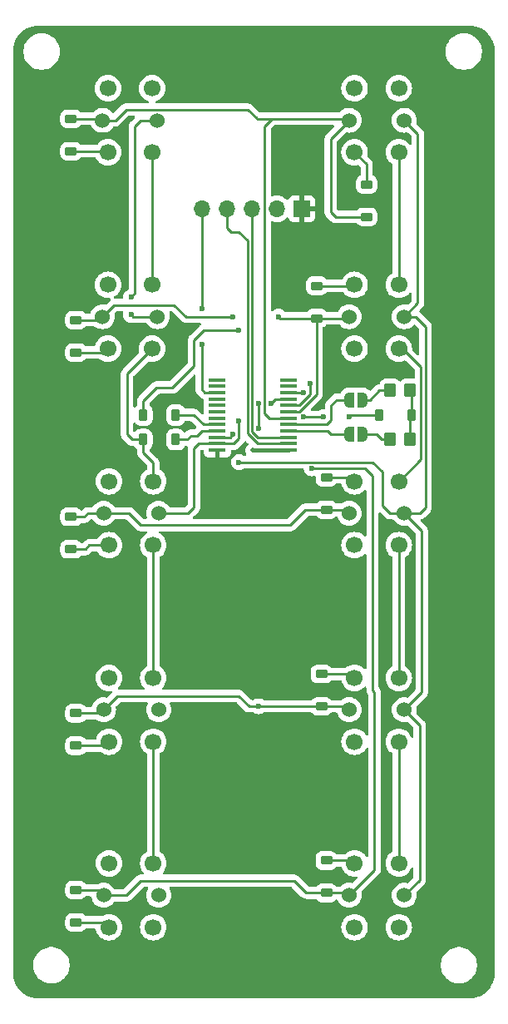
<source format=gbr>
%TF.GenerationSoftware,KiCad,Pcbnew,8.0.4-8.0.4-0~ubuntu22.04.1*%
%TF.CreationDate,2024-08-25T02:19:09+02:00*%
%TF.ProjectId,Deck-Btns,4465636b-2d42-4746-9e73-2e6b69636164,rev?*%
%TF.SameCoordinates,PX5ab1c60PY510ff40*%
%TF.FileFunction,Copper,L2,Bot*%
%TF.FilePolarity,Positive*%
%FSLAX46Y46*%
G04 Gerber Fmt 4.6, Leading zero omitted, Abs format (unit mm)*
G04 Created by KiCad (PCBNEW 8.0.4-8.0.4-0~ubuntu22.04.1) date 2024-08-25 02:19:09*
%MOMM*%
%LPD*%
G01*
G04 APERTURE LIST*
G04 Aperture macros list*
%AMRoundRect*
0 Rectangle with rounded corners*
0 $1 Rounding radius*
0 $2 $3 $4 $5 $6 $7 $8 $9 X,Y pos of 4 corners*
0 Add a 4 corners polygon primitive as box body*
4,1,4,$2,$3,$4,$5,$6,$7,$8,$9,$2,$3,0*
0 Add four circle primitives for the rounded corners*
1,1,$1+$1,$2,$3*
1,1,$1+$1,$4,$5*
1,1,$1+$1,$6,$7*
1,1,$1+$1,$8,$9*
0 Add four rect primitives between the rounded corners*
20,1,$1+$1,$2,$3,$4,$5,0*
20,1,$1+$1,$4,$5,$6,$7,0*
20,1,$1+$1,$6,$7,$8,$9,0*
20,1,$1+$1,$8,$9,$2,$3,0*%
%AMFreePoly0*
4,1,19,0.500000,-0.750000,0.000000,-0.750000,0.000000,-0.744911,-0.071157,-0.744911,-0.207708,-0.704816,-0.327430,-0.627875,-0.420627,-0.520320,-0.479746,-0.390866,-0.500000,-0.250000,-0.500000,0.250000,-0.479746,0.390866,-0.420627,0.520320,-0.327430,0.627875,-0.207708,0.704816,-0.071157,0.744911,0.000000,0.744911,0.000000,0.750000,0.500000,0.750000,0.500000,-0.750000,0.500000,-0.750000,
$1*%
%AMFreePoly1*
4,1,19,0.000000,0.744911,0.071157,0.744911,0.207708,0.704816,0.327430,0.627875,0.420627,0.520320,0.479746,0.390866,0.500000,0.250000,0.500000,-0.250000,0.479746,-0.390866,0.420627,-0.520320,0.327430,-0.627875,0.207708,-0.704816,0.071157,-0.744911,0.000000,-0.744911,0.000000,-0.750000,-0.500000,-0.750000,-0.500000,0.750000,0.000000,0.750000,0.000000,0.744911,0.000000,0.744911,
$1*%
G04 Aperture macros list end*
%TA.AperFunction,ComponentPad*%
%ADD10C,1.700000*%
%TD*%
%TA.AperFunction,ComponentPad*%
%ADD11C,1.524000*%
%TD*%
%TA.AperFunction,ComponentPad*%
%ADD12R,1.700000X1.700000*%
%TD*%
%TA.AperFunction,ComponentPad*%
%ADD13O,1.700000X1.700000*%
%TD*%
%TA.AperFunction,SMDPad,CuDef*%
%ADD14RoundRect,0.225000X-0.375000X0.225000X-0.375000X-0.225000X0.375000X-0.225000X0.375000X0.225000X0*%
%TD*%
%TA.AperFunction,SMDPad,CuDef*%
%ADD15RoundRect,0.225000X0.375000X-0.225000X0.375000X0.225000X-0.375000X0.225000X-0.375000X-0.225000X0*%
%TD*%
%TA.AperFunction,SMDPad,CuDef*%
%ADD16RoundRect,0.250000X-0.350000X-0.450000X0.350000X-0.450000X0.350000X0.450000X-0.350000X0.450000X0*%
%TD*%
%TA.AperFunction,SMDPad,CuDef*%
%ADD17FreePoly0,0.000000*%
%TD*%
%TA.AperFunction,SMDPad,CuDef*%
%ADD18FreePoly1,0.000000*%
%TD*%
%TA.AperFunction,SMDPad,CuDef*%
%ADD19RoundRect,0.225000X-0.225000X-0.375000X0.225000X-0.375000X0.225000X0.375000X-0.225000X0.375000X0*%
%TD*%
%TA.AperFunction,SMDPad,CuDef*%
%ADD20R,1.750000X0.450000*%
%TD*%
%TA.AperFunction,SMDPad,CuDef*%
%ADD21RoundRect,0.225000X0.225000X0.375000X-0.225000X0.375000X-0.225000X-0.375000X0.225000X-0.375000X0*%
%TD*%
%TA.AperFunction,ViaPad*%
%ADD22C,0.500000*%
%TD*%
%TA.AperFunction,ViaPad*%
%ADD23C,0.600000*%
%TD*%
%TA.AperFunction,Conductor*%
%ADD24C,0.406400*%
%TD*%
%TA.AperFunction,Conductor*%
%ADD25C,0.254000*%
%TD*%
G04 APERTURE END LIST*
D10*
%TO.P,SW9,1,1*%
%TO.N,/KS-2*%
X14771300Y-16750000D03*
X14771300Y-23250000D03*
%TO.P,SW9,2,2*%
%TO.N,Net-(D12-A)*%
X10271300Y-16750000D03*
X10271300Y-23250000D03*
D11*
%TO.P,SW9,3,K*%
%TO.N,/COM-1*%
X15321300Y-20000000D03*
%TO.P,SW9,4,A*%
%TO.N,/R5*%
X9721300Y-20000000D03*
%TD*%
D10*
%TO.P,SW5,1,1*%
%TO.N,/KS-1*%
X-10228700Y-35628700D03*
X-10228700Y-42128700D03*
%TO.P,SW5,2,2*%
%TO.N,Net-(D6-A)*%
X-14728700Y-35628700D03*
X-14728700Y-42128700D03*
D11*
%TO.P,SW5,3,K*%
%TO.N,/COM-0*%
X-9678700Y-38878700D03*
%TO.P,SW5,4,A*%
%TO.N,/R6*%
X-15278700Y-38878700D03*
%TD*%
D12*
%TO.P,J1,1,Pin_1*%
%TO.N,GND*%
X4900000Y31000000D03*
D13*
%TO.P,J1,2,Pin_2*%
%TO.N,VCC*%
X2360000Y31000000D03*
%TO.P,J1,3,Pin_3*%
%TO.N,/SCL*%
X-180000Y31000000D03*
%TO.P,J1,4,Pin_4*%
%TO.N,/SCA*%
X-2720000Y31000000D03*
%TO.P,J1,5,Pin_5*%
%TO.N,/INT*%
X-5260000Y31000000D03*
%TD*%
D10*
%TO.P,SW8,1,1*%
%TO.N,/KS-2*%
X14771300Y3250000D03*
X14771300Y-3250000D03*
%TO.P,SW8,2,2*%
%TO.N,Net-(D11-A)*%
X10271300Y3250000D03*
X10271300Y-3250000D03*
D11*
%TO.P,SW8,3,K*%
%TO.N,/COM-1*%
X15321300Y0D03*
%TO.P,SW8,4,A*%
%TO.N,/R4*%
X9721300Y0D03*
%TD*%
D10*
%TO.P,SW4,1,1*%
%TO.N,/KS-1*%
X-10228700Y-16750000D03*
X-10228700Y-23250000D03*
%TO.P,SW4,2,2*%
%TO.N,Net-(D5-A)*%
X-14728700Y-16750000D03*
X-14728700Y-23250000D03*
D11*
%TO.P,SW4,3,K*%
%TO.N,/COM-0*%
X-9678700Y-20000000D03*
%TO.P,SW4,4,A*%
%TO.N,/R5*%
X-15278700Y-20000000D03*
%TD*%
D10*
%TO.P,SW7,1,1*%
%TO.N,/KS-2*%
X14771300Y23250000D03*
X14771300Y16750000D03*
%TO.P,SW7,2,2*%
%TO.N,Net-(D10-A)*%
X10271300Y23250000D03*
X10271300Y16750000D03*
D11*
%TO.P,SW7,3,K*%
%TO.N,/COM-1*%
X15321300Y20000000D03*
%TO.P,SW7,4,A*%
%TO.N,/R3*%
X9721300Y20000000D03*
%TD*%
D10*
%TO.P,SW3,1,1*%
%TO.N,/KS-1*%
X-10228700Y3250000D03*
X-10228700Y-3250000D03*
%TO.P,SW3,2,2*%
%TO.N,Net-(D4-A)*%
X-14728700Y3250000D03*
X-14728700Y-3250000D03*
D11*
%TO.P,SW3,3,K*%
%TO.N,/COM-0*%
X-9678700Y0D03*
%TO.P,SW3,4,A*%
%TO.N,/R4*%
X-15278700Y0D03*
%TD*%
D10*
%TO.P,SW10,1,1*%
%TO.N,/KS-2*%
X14771300Y-35628700D03*
X14771300Y-42128700D03*
%TO.P,SW10,2,2*%
%TO.N,Net-(D13-A)*%
X10271300Y-35628700D03*
X10271300Y-42128700D03*
D11*
%TO.P,SW10,3,K*%
%TO.N,/COM-1*%
X15321300Y-38878700D03*
%TO.P,SW10,4,A*%
%TO.N,/R6*%
X9721300Y-38878700D03*
%TD*%
D10*
%TO.P,SW1,1,1*%
%TO.N,/KS-1*%
X-10350000Y43250000D03*
X-10350000Y36750000D03*
%TO.P,SW1,2,2*%
%TO.N,Net-(D2-A)*%
X-14850000Y43250000D03*
X-14850000Y36750000D03*
D11*
%TO.P,SW1,3,K*%
%TO.N,/COM-0*%
X-9800000Y40000000D03*
%TO.P,SW1,4,A*%
%TO.N,/R2*%
X-15400000Y40000000D03*
%TD*%
D10*
%TO.P,SW2,1,1*%
%TO.N,/KS-1*%
X-10350000Y23250000D03*
X-10350000Y16750000D03*
%TO.P,SW2,2,2*%
%TO.N,Net-(D3-A)*%
X-14850000Y23250000D03*
X-14850000Y16750000D03*
D11*
%TO.P,SW2,3,K*%
%TO.N,/COM-0*%
X-9800000Y20000000D03*
%TO.P,SW2,4,A*%
%TO.N,/R3*%
X-15400000Y20000000D03*
%TD*%
D10*
%TO.P,SW6,1,1*%
%TO.N,/KS-2*%
X14771300Y43250000D03*
X14771300Y36750000D03*
%TO.P,SW6,2,2*%
%TO.N,Net-(D9-A)*%
X10271300Y43250000D03*
X10271300Y36750000D03*
D11*
%TO.P,SW6,3,K*%
%TO.N,/COM-1*%
X15321300Y40000000D03*
%TO.P,SW6,4,A*%
%TO.N,/R2*%
X9721300Y40000000D03*
%TD*%
D14*
%TO.P,D2,1,K*%
%TO.N,/R2*%
X-18600000Y40150000D03*
%TO.P,D2,2,A*%
%TO.N,Net-(D2-A)*%
X-18600000Y36850000D03*
%TD*%
D15*
%TO.P,D11,1,K*%
%TO.N,/R4*%
X7400000Y350000D03*
%TO.P,D11,2,A*%
%TO.N,Net-(D11-A)*%
X7400000Y3650000D03*
%TD*%
D16*
%TO.P,R1,1*%
%TO.N,Net-(JP1-B)*%
X13900000Y12500000D03*
%TO.P,R1,2*%
%TO.N,Net-(D1-K)*%
X15900000Y12500000D03*
%TD*%
D15*
%TO.P,D12,1,K*%
%TO.N,/R5*%
X6900000Y-19650000D03*
%TO.P,D12,2,A*%
%TO.N,Net-(D12-A)*%
X6900000Y-16350000D03*
%TD*%
D14*
%TO.P,D6,1,K*%
%TO.N,/R6*%
X-18100000Y-38350000D03*
%TO.P,D6,2,A*%
%TO.N,Net-(D6-A)*%
X-18100000Y-41650000D03*
%TD*%
D15*
%TO.P,D13,1,K*%
%TO.N,/R6*%
X7400000Y-38650000D03*
%TO.P,D13,2,A*%
%TO.N,Net-(D13-A)*%
X7400000Y-35350000D03*
%TD*%
D17*
%TO.P,JP2,1,A*%
%TO.N,/R0*%
X9750000Y8000000D03*
D18*
%TO.P,JP2,2,B*%
%TO.N,Net-(JP2-B)*%
X11050000Y8000000D03*
%TD*%
D19*
%TO.P,D8,1,K*%
%TO.N,/KS-2*%
X-11250000Y10000000D03*
%TO.P,D8,2,A*%
%TO.N,/COM-3*%
X-7950000Y10000000D03*
%TD*%
D14*
%TO.P,D3,1,K*%
%TO.N,/R3*%
X-18100000Y19650000D03*
%TO.P,D3,2,A*%
%TO.N,Net-(D3-A)*%
X-18100000Y16350000D03*
%TD*%
D20*
%TO.P,U1,1,VSS*%
%TO.N,GND*%
X-3700000Y6425000D03*
%TO.P,U1,2,COM0/AD*%
%TO.N,/COM-0*%
X-3700000Y7075000D03*
%TO.P,U1,3,COM1/KS0*%
%TO.N,/COM-1*%
X-3700000Y7725000D03*
%TO.P,U1,4,COM2/KS1*%
%TO.N,/COM-2*%
X-3700000Y8375000D03*
%TO.P,U1,5,COM3/KS2*%
%TO.N,/COM-3*%
X-3700000Y9025000D03*
%TO.P,U1,6,COM4*%
%TO.N,unconnected-(U1-COM4-Pad6)*%
X-3700000Y9675000D03*
%TO.P,U1,7,COM5*%
%TO.N,unconnected-(U1-COM5-Pad7)*%
X-3700000Y10325000D03*
%TO.P,U1,8,COM6*%
%TO.N,unconnected-(U1-COM6-Pad8)*%
X-3700000Y10975000D03*
%TO.P,U1,9,COM7*%
%TO.N,unconnected-(U1-COM7-Pad9)*%
X-3700000Y11625000D03*
%TO.P,U1,10,ROW11/K10/INT*%
%TO.N,/INT*%
X-3700000Y12275000D03*
%TO.P,U1,11,ROW10/K9*%
%TO.N,unconnected-(U1-ROW10{slash}K9-Pad11)*%
X-3700000Y12925000D03*
%TO.P,U1,12,ROW9/K8*%
%TO.N,unconnected-(U1-ROW9{slash}K8-Pad12)*%
X-3700000Y13575000D03*
%TO.P,U1,13,ROW8/K7*%
%TO.N,unconnected-(U1-ROW8{slash}K7-Pad13)*%
X3500000Y13575000D03*
%TO.P,U1,14,ROW7/K6*%
%TO.N,unconnected-(U1-ROW7{slash}K6-Pad14)*%
X3500000Y12925000D03*
%TO.P,U1,15,ROW6/K5*%
%TO.N,/R6*%
X3500000Y12275000D03*
%TO.P,U1,16,ROW5/K4*%
%TO.N,/R5*%
X3500000Y11625000D03*
%TO.P,U1,17,ROW4/K3*%
%TO.N,/R4*%
X3500000Y10975000D03*
%TO.P,U1,18,ROW3/K2*%
%TO.N,/R3*%
X3500000Y10325000D03*
%TO.P,U1,19,ROW2/K1*%
%TO.N,/R2*%
X3500000Y9675000D03*
%TO.P,U1,20,ROW1/A0*%
%TO.N,/R1*%
X3500000Y9025000D03*
%TO.P,U1,21,ROW0/A1*%
%TO.N,/R0*%
X3500000Y8375000D03*
%TO.P,U1,22,SCL*%
%TO.N,/SCL*%
X3500000Y7725000D03*
%TO.P,U1,23,SDA*%
%TO.N,/SCA*%
X3500000Y7075000D03*
%TO.P,U1,24,VDD*%
%TO.N,VCC*%
X3500000Y6425000D03*
%TD*%
D14*
%TO.P,D4,1,K*%
%TO.N,/R4*%
X-18600000Y-350000D03*
%TO.P,D4,2,A*%
%TO.N,Net-(D4-A)*%
X-18600000Y-3650000D03*
%TD*%
D21*
%TO.P,D1,1,K*%
%TO.N,Net-(D1-K)*%
X16050000Y10000000D03*
%TO.P,D1,2,A*%
%TO.N,/COM-0*%
X12750000Y10000000D03*
%TD*%
D17*
%TO.P,JP1,1,A*%
%TO.N,/R1*%
X9750000Y11550000D03*
D18*
%TO.P,JP1,2,B*%
%TO.N,Net-(JP1-B)*%
X11050000Y11550000D03*
%TD*%
D14*
%TO.P,D5,1,K*%
%TO.N,/R5*%
X-18100000Y-20350000D03*
%TO.P,D5,2,A*%
%TO.N,Net-(D5-A)*%
X-18100000Y-23650000D03*
%TD*%
D15*
%TO.P,D9,1,K*%
%TO.N,/R2*%
X11500000Y30150000D03*
%TO.P,D9,2,A*%
%TO.N,Net-(D9-A)*%
X11500000Y33450000D03*
%TD*%
D16*
%TO.P,R2,1*%
%TO.N,Net-(JP2-B)*%
X13900000Y7500000D03*
%TO.P,R2,2*%
%TO.N,Net-(D1-K)*%
X15900000Y7500000D03*
%TD*%
D15*
%TO.P,D10,1,K*%
%TO.N,/R3*%
X6400000Y19850000D03*
%TO.P,D10,2,A*%
%TO.N,Net-(D10-A)*%
X6400000Y23150000D03*
%TD*%
D19*
%TO.P,D7,1,K*%
%TO.N,/KS-1*%
X-11250000Y7500000D03*
%TO.P,D7,2,A*%
%TO.N,/COM-2*%
X-7950000Y7500000D03*
%TD*%
D22*
%TO.N,GND*%
X-7700000Y5200000D03*
X-4100000Y5000000D03*
D23*
%TO.N,/COM-0*%
X-12500000Y22000000D03*
X5100000Y9800000D03*
X9700000Y9800000D03*
X-1500000Y9400000D03*
X-12500000Y20200000D03*
X7100000Y9800000D03*
%TO.N,/R3*%
X-2100000Y20000000D03*
X2500000Y20000000D03*
%TO.N,/R4*%
X5769800Y13200000D03*
%TO.N,/R5*%
X1730200Y11200000D03*
X500000Y-19650000D03*
X469800Y11200000D03*
X500000Y8600000D03*
%TO.N,/R6*%
X5031381Y12268619D03*
X5900000Y4569800D03*
%TO.N,/KS-2*%
X-1500000Y18600000D03*
%TO.N,/INT*%
X-5300000Y17200000D03*
X-5300000Y20800000D03*
D22*
%TO.N,VCC*%
X-100000Y6400000D03*
D23*
%TO.N,/COM-1*%
X-2130200Y8000000D03*
X-1500000Y5200000D03*
%TD*%
D24*
%TO.N,GND*%
X-3700000Y6425000D02*
X-3700000Y5400000D01*
X-3700000Y5400000D02*
X-4100000Y5000000D01*
D25*
%TO.N,/COM-0*%
X-12100000Y22400000D02*
X-12500000Y22000000D01*
X-9800000Y40000000D02*
X-11500000Y40000000D01*
X-1500000Y7600000D02*
X-2025000Y7075000D01*
X5100000Y9800000D02*
X7100000Y9800000D01*
X-2025000Y7075000D02*
X-3700000Y7075000D01*
X-6100000Y600000D02*
X-6700000Y0D01*
X-6100000Y6600000D02*
X-6100000Y600000D01*
X-12500000Y20200000D02*
X-12300000Y20000000D01*
X-3700000Y7075000D02*
X-5625000Y7075000D01*
X-5625000Y7075000D02*
X-6100000Y6600000D01*
X-12100000Y39400000D02*
X-12100000Y22400000D01*
X9900000Y10000000D02*
X9700000Y9800000D01*
X-12300000Y20000000D02*
X-9800000Y20000000D01*
X-11500000Y40000000D02*
X-12100000Y39400000D01*
X-1500000Y9400000D02*
X-1500000Y7600000D01*
X12750000Y10000000D02*
X9900000Y10000000D01*
X-6700000Y0D02*
X-9678700Y0D01*
%TO.N,Net-(D1-K)*%
X16050000Y12350000D02*
X15900000Y12500000D01*
X16050000Y10000000D02*
X16050000Y12350000D01*
X15900000Y7500000D02*
X15900000Y9850000D01*
X15900000Y9850000D02*
X16050000Y10000000D01*
%TO.N,Net-(D2-A)*%
X-14950000Y36850000D02*
X-14850000Y36750000D01*
X-18600000Y36850000D02*
X-14950000Y36850000D01*
%TO.N,/R2*%
X2100000Y40150000D02*
X6900000Y40150000D01*
X3500000Y9675000D02*
X1625000Y9675000D01*
X8350000Y30150000D02*
X7850000Y30650000D01*
X1850000Y40150000D02*
X2100000Y40150000D01*
X9571300Y40150000D02*
X9721300Y40000000D01*
X-15550000Y40150000D02*
X-15400000Y40000000D01*
X-15400000Y40000000D02*
X-14100000Y40000000D01*
X-14100000Y40000000D02*
X-13007800Y41092200D01*
X1625000Y9675000D02*
X1100000Y10200000D01*
X1100000Y10200000D02*
X1100000Y39400000D01*
X6900000Y40150000D02*
X9571300Y40150000D01*
X7850000Y38128700D02*
X9721300Y40000000D01*
X-592200Y41092200D02*
X300000Y40200000D01*
X350000Y40150000D02*
X300000Y40200000D01*
X1100000Y39400000D02*
X1850000Y40150000D01*
X11500000Y30150000D02*
X8350000Y30150000D01*
X-18600000Y40150000D02*
X-15550000Y40150000D01*
X-13007800Y41092200D02*
X-592200Y41092200D01*
X7850000Y30650000D02*
X7850000Y38128700D01*
X2100000Y40150000D02*
X350000Y40150000D01*
%TO.N,/R3*%
X-8100000Y21200000D02*
X-14200000Y21200000D01*
X-14200000Y21200000D02*
X-15400000Y20000000D01*
X9571300Y19850000D02*
X9721300Y20000000D01*
X-18100000Y19650000D02*
X-15750000Y19650000D01*
X6400000Y19850000D02*
X2650000Y19850000D01*
X6400000Y19850000D02*
X6400000Y12096000D01*
X4629000Y10325000D02*
X3500000Y10325000D01*
X-6900000Y20000000D02*
X-8100000Y21200000D01*
X-15750000Y19650000D02*
X-15400000Y20000000D01*
X2650000Y19850000D02*
X2500000Y20000000D01*
X-2100000Y20000000D02*
X-6900000Y20000000D01*
X6400000Y12096000D02*
X4629000Y10325000D01*
X6400000Y19850000D02*
X9571300Y19850000D01*
%TO.N,Net-(D3-A)*%
X-15250000Y16350000D02*
X-14850000Y16750000D01*
X-18100000Y16350000D02*
X-15250000Y16350000D01*
%TO.N,/R4*%
X5769800Y12115800D02*
X5769800Y13200000D01*
X4629000Y10975000D02*
X5769800Y12115800D01*
X3700000Y-1200000D02*
X5250000Y350000D01*
X-16900000Y0D02*
X-15278700Y0D01*
X5250000Y350000D02*
X7400000Y350000D01*
X-18600000Y-350000D02*
X-17250000Y-350000D01*
X-12700000Y0D02*
X-11500000Y-1200000D01*
X3500000Y10975000D02*
X4629000Y10975000D01*
X9371300Y350000D02*
X9721300Y0D01*
X-15278700Y0D02*
X-12700000Y0D01*
X-17250000Y-350000D02*
X-16900000Y0D01*
X7400000Y350000D02*
X9371300Y350000D01*
X-11500000Y-1200000D02*
X3700000Y-1200000D01*
%TO.N,Net-(D4-A)*%
X-18600000Y-3650000D02*
X-17150000Y-3650000D01*
X-16750000Y-3250000D02*
X-14728700Y-3250000D01*
X-17150000Y-3650000D02*
X-16750000Y-3250000D01*
%TO.N,Net-(D5-A)*%
X-18100000Y-23650000D02*
X-15128700Y-23650000D01*
X-15128700Y-23650000D02*
X-14728700Y-23250000D01*
%TO.N,/R5*%
X2155200Y11625000D02*
X1730200Y11200000D01*
X6900000Y-19650000D02*
X9371300Y-19650000D01*
X469800Y11200000D02*
X469800Y8630200D01*
X-15628700Y-20350000D02*
X-15278700Y-20000000D01*
X3500000Y11625000D02*
X2155200Y11625000D01*
X6900000Y-19650000D02*
X500000Y-19650000D01*
X-1500000Y-18600000D02*
X-13878700Y-18600000D01*
X-450000Y-19650000D02*
X-1500000Y-18600000D01*
X469800Y8630200D02*
X500000Y8600000D01*
X-18100000Y-20350000D02*
X-15628700Y-20350000D01*
X9371300Y-19650000D02*
X9721300Y-20000000D01*
X500000Y-19650000D02*
X-450000Y-19650000D01*
X-13878700Y-18600000D02*
X-15278700Y-20000000D01*
%TO.N,Net-(D6-A)*%
X-18100000Y-41650000D02*
X-15207400Y-41650000D01*
X-15207400Y-41650000D02*
X-14728700Y-42128700D01*
%TO.N,/R6*%
X4100000Y-37400000D02*
X5300000Y-38600000D01*
X-11500000Y-37400000D02*
X4100000Y-37400000D01*
X12300000Y-36300000D02*
X12300000Y-18200000D01*
X5300000Y-38600000D02*
X5500000Y-38600000D01*
X5500000Y-38600000D02*
X5550000Y-38650000D01*
X-15807400Y-38350000D02*
X-15278700Y-38878700D01*
X9492600Y-38650000D02*
X9721300Y-38878700D01*
X12100000Y3800000D02*
X11500000Y4400000D01*
X9721300Y-38878700D02*
X12300000Y-36300000D01*
X12300000Y-18200000D02*
X12100000Y-18000000D01*
X11330200Y4569800D02*
X5900000Y4569800D01*
X5031381Y12268619D02*
X3506381Y12268619D01*
X-12978700Y-38878700D02*
X-11500000Y-37400000D01*
X5550000Y-38650000D02*
X7400000Y-38650000D01*
X-15278700Y-38878700D02*
X-12978700Y-38878700D01*
X11500000Y4400000D02*
X11330200Y4569800D01*
X12100000Y-18000000D02*
X12100000Y3800000D01*
X-18100000Y-38350000D02*
X-15807400Y-38350000D01*
X3506381Y12268619D02*
X3500000Y12275000D01*
X7400000Y-38650000D02*
X9492600Y-38650000D01*
%TO.N,/KS-1*%
X-10228700Y-16750000D02*
X-10228700Y-3250000D01*
X-11250000Y7500000D02*
X-11250000Y6150000D01*
X-10228700Y-35628700D02*
X-10228700Y-23250000D01*
X-12400000Y7500000D02*
X-12900000Y8000000D01*
X-11250000Y7500000D02*
X-12400000Y7500000D01*
X-12900000Y14200000D02*
X-10350000Y16750000D01*
X-10228700Y5128700D02*
X-10228700Y3250000D01*
X-11250000Y6150000D02*
X-10228700Y5128700D01*
X-10350000Y36750000D02*
X-10350000Y23250000D01*
X-12900000Y8000000D02*
X-12900000Y14200000D01*
%TO.N,/COM-2*%
X-6400000Y7900000D02*
X-5775000Y7900000D01*
X-5775000Y7900000D02*
X-5300000Y8375000D01*
X-6800000Y7500000D02*
X-6400000Y7900000D01*
X-7950000Y7500000D02*
X-6800000Y7500000D01*
X-5300000Y8375000D02*
X-3700000Y8375000D01*
%TO.N,/COM-3*%
X-7950000Y10000000D02*
X-6100000Y10000000D01*
X-5125000Y9025000D02*
X-3700000Y9025000D01*
X-6100000Y10000000D02*
X-5125000Y9025000D01*
%TO.N,/KS-2*%
X14771300Y23250000D02*
X14771300Y36750000D01*
X15150000Y16750000D02*
X14771300Y16750000D01*
X-8300000Y12800000D02*
X-9900000Y12800000D01*
X17042800Y5521500D02*
X17042800Y14857200D01*
X14771300Y-16750000D02*
X14771300Y-3250000D01*
X-1500000Y18600000D02*
X-5100000Y18600000D01*
X-9900000Y12800000D02*
X-11250000Y11450000D01*
X17042800Y14857200D02*
X15150000Y16750000D01*
X14771300Y3250000D02*
X17042800Y5521500D01*
X-11250000Y11450000D02*
X-11250000Y10000000D01*
X-6100000Y15000000D02*
X-8300000Y12800000D01*
X14771300Y-35628700D02*
X14771300Y-23250000D01*
X-6100000Y17600000D02*
X-6100000Y15000000D01*
X-5100000Y18600000D02*
X-6100000Y17600000D01*
%TO.N,Net-(D9-A)*%
X11500000Y33450000D02*
X11500000Y35521300D01*
X11500000Y35521300D02*
X10271300Y36750000D01*
X10171300Y36850000D02*
X10271300Y36750000D01*
%TO.N,Net-(D10-A)*%
X6400000Y23150000D02*
X10171300Y23150000D01*
X10171300Y23150000D02*
X10271300Y23250000D01*
%TO.N,Net-(D11-A)*%
X9871300Y3650000D02*
X10271300Y3250000D01*
X7400000Y3650000D02*
X9871300Y3650000D01*
%TO.N,Net-(D12-A)*%
X6900000Y-16350000D02*
X9871300Y-16350000D01*
X9871300Y-16350000D02*
X10271300Y-16750000D01*
%TO.N,Net-(D13-A)*%
X7400000Y-35350000D02*
X9992600Y-35350000D01*
X9992600Y-35350000D02*
X10271300Y-35628700D01*
%TO.N,/SCA*%
X-1500000Y28600000D02*
X-2300000Y28600000D01*
X378422Y7075000D02*
X-637200Y8090622D01*
X-2720000Y29020000D02*
X-2720000Y31000000D01*
X-2300000Y28600000D02*
X-2720000Y29020000D01*
X3500000Y7075000D02*
X378422Y7075000D01*
X-637200Y27737200D02*
X-1500000Y28600000D01*
X-637200Y8090622D02*
X-637200Y27737200D01*
%TO.N,/INT*%
X-5260000Y21440000D02*
X-5300000Y21400000D01*
X-5260000Y21440000D02*
X-5260000Y31000000D01*
X-5300000Y12600000D02*
X-5300000Y17200000D01*
X-4975000Y12275000D02*
X-5300000Y12600000D01*
X-5300000Y21400000D02*
X-5300000Y20800000D01*
X-3700000Y12275000D02*
X-4975000Y12275000D01*
D24*
%TO.N,VCC*%
X3500000Y6425000D02*
X-75000Y6425000D01*
X-75000Y6425000D02*
X-100000Y6400000D01*
D25*
%TO.N,/SCL*%
X-180000Y8280000D02*
X-180000Y31000000D01*
X3500000Y7725000D02*
X375000Y7725000D01*
X375000Y7725000D02*
X-180000Y8280000D01*
%TO.N,/R1*%
X7425000Y9025000D02*
X7900000Y9500000D01*
X7900000Y11000000D02*
X8450000Y11550000D01*
X8450000Y11550000D02*
X9750000Y11550000D01*
X3500000Y9025000D02*
X7425000Y9025000D01*
X7900000Y9500000D02*
X7900000Y11000000D01*
%TO.N,Net-(JP1-B)*%
X11850000Y11550000D02*
X11050000Y11550000D01*
X12800000Y12500000D02*
X11850000Y11550000D01*
X13900000Y12500000D02*
X12800000Y12500000D01*
%TO.N,/R0*%
X7900000Y8000000D02*
X9750000Y8000000D01*
X3500000Y8375000D02*
X7525000Y8375000D01*
X7525000Y8375000D02*
X7900000Y8000000D01*
%TO.N,Net-(JP2-B)*%
X12500000Y8000000D02*
X11050000Y8000000D01*
X13000000Y7500000D02*
X12500000Y8000000D01*
X13900000Y7500000D02*
X13000000Y7500000D01*
%TO.N,/COM-1*%
X17500000Y19000000D02*
X16500000Y20000000D01*
X16500000Y20000000D02*
X15321300Y20000000D01*
X16700000Y38621300D02*
X15321300Y40000000D01*
X16700000Y21378700D02*
X16700000Y38621300D01*
X15321300Y-20000000D02*
X17100000Y-18221300D01*
X15321300Y20000000D02*
X16700000Y21378700D01*
X-3700000Y7725000D02*
X-2405200Y7725000D01*
X15321300Y0D02*
X16900000Y0D01*
X17100000Y-1778700D02*
X15321300Y0D01*
X15321300Y-38878700D02*
X16900000Y-37300000D01*
X16900000Y0D02*
X17500000Y600000D01*
X-1500000Y5200000D02*
X12100000Y5200000D01*
X13100000Y4200000D02*
X13100000Y800000D01*
X-2405200Y7725000D02*
X-2130200Y8000000D01*
X16900000Y-21578700D02*
X15321300Y-20000000D01*
X17100000Y-18221300D02*
X17100000Y-1778700D01*
X12100000Y5200000D02*
X13100000Y4200000D01*
X17500000Y600000D02*
X17500000Y19000000D01*
X13900000Y0D02*
X15321300Y0D01*
X13100000Y800000D02*
X13900000Y0D01*
X16900000Y-37300000D02*
X16900000Y-21578700D01*
%TD*%
%TA.AperFunction,Conductor*%
%TO.N,GND*%
G36*
X22025052Y49620595D02*
G01*
X22315114Y49603047D01*
X22329974Y49601243D01*
X22612117Y49549537D01*
X22626642Y49545956D01*
X22900496Y49460619D01*
X22914483Y49455314D01*
X23176048Y49337592D01*
X23189305Y49330635D01*
X23434779Y49182239D01*
X23447090Y49173741D01*
X23672887Y48996841D01*
X23684095Y48986911D01*
X23886910Y48784096D01*
X23896840Y48772888D01*
X24073736Y48547097D01*
X24082242Y48534774D01*
X24230633Y48289307D01*
X24237591Y48276049D01*
X24355310Y48014491D01*
X24360620Y48000490D01*
X24445953Y47726650D01*
X24449537Y47712111D01*
X24501241Y47429977D01*
X24503046Y47415113D01*
X24520594Y47125059D01*
X24520820Y47117571D01*
X24520820Y-46805180D01*
X24520819Y-46805198D01*
X24520819Y-46874934D01*
X24520593Y-46882420D01*
X24503050Y-47172481D01*
X24501245Y-47187346D01*
X24449544Y-47469479D01*
X24445961Y-47484018D01*
X24360628Y-47757867D01*
X24355318Y-47771867D01*
X24237600Y-48033431D01*
X24230641Y-48046690D01*
X24082253Y-48292157D01*
X24073747Y-48304480D01*
X23896859Y-48530265D01*
X23886930Y-48541474D01*
X23684102Y-48744305D01*
X23672894Y-48754234D01*
X23447106Y-48931129D01*
X23434783Y-48939635D01*
X23189319Y-49088026D01*
X23176060Y-49094985D01*
X22914497Y-49212707D01*
X22900496Y-49218017D01*
X22626653Y-49303352D01*
X22612114Y-49306936D01*
X22329978Y-49358641D01*
X22315114Y-49360446D01*
X22028285Y-49377798D01*
X22025731Y-49377953D01*
X22025714Y-49377954D01*
X22018226Y-49378180D01*
X-21905181Y-49378180D01*
X-21905197Y-49378179D01*
X-21974935Y-49378179D01*
X-21982421Y-49377953D01*
X-22272480Y-49360410D01*
X-22287345Y-49358605D01*
X-22569473Y-49306904D01*
X-22584012Y-49303321D01*
X-22857860Y-49217988D01*
X-22871861Y-49212678D01*
X-23133423Y-49094960D01*
X-23146682Y-49088001D01*
X-23392145Y-48939614D01*
X-23404468Y-48931108D01*
X-23630260Y-48754211D01*
X-23641468Y-48744281D01*
X-23844282Y-48541467D01*
X-23854212Y-48530259D01*
X-23974170Y-48377144D01*
X-24031113Y-48304461D01*
X-24039611Y-48292150D01*
X-24188003Y-48046680D01*
X-24194961Y-48033422D01*
X-24312679Y-47771860D01*
X-24317989Y-47757859D01*
X-24403322Y-47484011D01*
X-24406905Y-47469472D01*
X-24452120Y-47222736D01*
X-24458607Y-47187340D01*
X-24460411Y-47172479D01*
X-24467780Y-47050646D01*
X-24477955Y-46882419D01*
X-24478180Y-46874932D01*
X-24478179Y-46812791D01*
X-24478180Y-46812787D01*
X-24478180Y-45878711D01*
X-22450500Y-45878711D01*
X-22450500Y-46121288D01*
X-22418839Y-46361785D01*
X-22356053Y-46596104D01*
X-22269443Y-46805198D01*
X-22263224Y-46820212D01*
X-22141936Y-47030289D01*
X-22141934Y-47030292D01*
X-22141933Y-47030293D01*
X-21994267Y-47222736D01*
X-21994261Y-47222743D01*
X-21822744Y-47394260D01*
X-21822738Y-47394265D01*
X-21630289Y-47541936D01*
X-21420212Y-47663224D01*
X-21196100Y-47756054D01*
X-20961789Y-47818838D01*
X-20781414Y-47842584D01*
X-20721289Y-47850500D01*
X-20721288Y-47850500D01*
X-20478711Y-47850500D01*
X-20430612Y-47844167D01*
X-20238211Y-47818838D01*
X-20003900Y-47756054D01*
X-19779788Y-47663224D01*
X-19569711Y-47541936D01*
X-19377262Y-47394265D01*
X-19205735Y-47222738D01*
X-19058064Y-47030289D01*
X-18936776Y-46820212D01*
X-18843946Y-46596100D01*
X-18781162Y-46361789D01*
X-18749500Y-46121288D01*
X-18749500Y-45878712D01*
X-18749500Y-45878711D01*
X19049500Y-45878711D01*
X19049500Y-46121288D01*
X19081161Y-46361785D01*
X19143947Y-46596104D01*
X19230557Y-46805198D01*
X19236776Y-46820212D01*
X19358064Y-47030289D01*
X19358066Y-47030292D01*
X19358067Y-47030293D01*
X19505733Y-47222736D01*
X19505739Y-47222743D01*
X19677256Y-47394260D01*
X19677262Y-47394265D01*
X19869711Y-47541936D01*
X20079788Y-47663224D01*
X20303900Y-47756054D01*
X20538211Y-47818838D01*
X20718586Y-47842584D01*
X20778711Y-47850500D01*
X20778712Y-47850500D01*
X21021289Y-47850500D01*
X21069388Y-47844167D01*
X21261789Y-47818838D01*
X21496100Y-47756054D01*
X21720212Y-47663224D01*
X21930289Y-47541936D01*
X22122738Y-47394265D01*
X22294265Y-47222738D01*
X22441936Y-47030289D01*
X22563224Y-46820212D01*
X22656054Y-46596100D01*
X22718838Y-46361789D01*
X22750500Y-46121288D01*
X22750500Y-45878712D01*
X22718838Y-45638211D01*
X22656054Y-45403900D01*
X22563224Y-45179788D01*
X22441936Y-44969711D01*
X22294265Y-44777262D01*
X22294260Y-44777256D01*
X22122743Y-44605739D01*
X22122736Y-44605733D01*
X21930293Y-44458067D01*
X21930292Y-44458066D01*
X21930289Y-44458064D01*
X21720212Y-44336776D01*
X21720205Y-44336773D01*
X21496104Y-44243947D01*
X21261785Y-44181161D01*
X21021289Y-44149500D01*
X21021288Y-44149500D01*
X20778712Y-44149500D01*
X20778711Y-44149500D01*
X20538214Y-44181161D01*
X20303895Y-44243947D01*
X20079794Y-44336773D01*
X20079785Y-44336777D01*
X19869706Y-44458067D01*
X19677263Y-44605733D01*
X19677256Y-44605739D01*
X19505739Y-44777256D01*
X19505733Y-44777263D01*
X19358067Y-44969706D01*
X19236777Y-45179785D01*
X19236773Y-45179794D01*
X19143947Y-45403895D01*
X19081161Y-45638214D01*
X19049500Y-45878711D01*
X-18749500Y-45878711D01*
X-18781162Y-45638211D01*
X-18843946Y-45403900D01*
X-18936776Y-45179788D01*
X-19058064Y-44969711D01*
X-19205735Y-44777262D01*
X-19205740Y-44777256D01*
X-19377257Y-44605739D01*
X-19377264Y-44605733D01*
X-19569707Y-44458067D01*
X-19569708Y-44458066D01*
X-19569711Y-44458064D01*
X-19779788Y-44336776D01*
X-19779795Y-44336773D01*
X-20003896Y-44243947D01*
X-20238215Y-44181161D01*
X-20478711Y-44149500D01*
X-20478712Y-44149500D01*
X-20721288Y-44149500D01*
X-20721289Y-44149500D01*
X-20961786Y-44181161D01*
X-21196105Y-44243947D01*
X-21420206Y-44336773D01*
X-21420215Y-44336777D01*
X-21630294Y-44458067D01*
X-21822737Y-44605733D01*
X-21822744Y-44605739D01*
X-21994261Y-44777256D01*
X-21994267Y-44777263D01*
X-22141933Y-44969706D01*
X-22263223Y-45179785D01*
X-22263227Y-45179794D01*
X-22356053Y-45403895D01*
X-22418839Y-45638214D01*
X-22450500Y-45878711D01*
X-24478180Y-45878711D01*
X-24478180Y-41376647D01*
X-19200500Y-41376647D01*
X-19200500Y-41923337D01*
X-19200499Y-41923355D01*
X-19190350Y-42022707D01*
X-19190349Y-42022710D01*
X-19137004Y-42183694D01*
X-19136999Y-42183705D01*
X-19047971Y-42328040D01*
X-19047968Y-42328044D01*
X-18928045Y-42447967D01*
X-18928041Y-42447970D01*
X-18783706Y-42536998D01*
X-18783703Y-42536999D01*
X-18783697Y-42537003D01*
X-18622708Y-42590349D01*
X-18523345Y-42600500D01*
X-17676656Y-42600499D01*
X-17676648Y-42600498D01*
X-17676645Y-42600498D01*
X-17622240Y-42594940D01*
X-17577292Y-42590349D01*
X-17416303Y-42537003D01*
X-17271956Y-42447968D01*
X-17152032Y-42328044D01*
X-17152030Y-42328039D01*
X-17149299Y-42324588D01*
X-17092277Y-42284212D01*
X-17052034Y-42277500D01*
X-16182118Y-42277500D01*
X-16115079Y-42297185D01*
X-16069324Y-42349989D01*
X-16062343Y-42369407D01*
X-16002606Y-42592355D01*
X-16002604Y-42592359D01*
X-16002603Y-42592363D01*
X-15902735Y-42806530D01*
X-15902733Y-42806534D01*
X-15794419Y-42961221D01*
X-15767195Y-43000101D01*
X-15600101Y-43167195D01*
X-15503316Y-43234965D01*
X-15406535Y-43302732D01*
X-15406533Y-43302733D01*
X-15406530Y-43302735D01*
X-15192363Y-43402603D01*
X-14964108Y-43463763D01*
X-14775782Y-43480239D01*
X-14728701Y-43484359D01*
X-14728700Y-43484359D01*
X-14728699Y-43484359D01*
X-14689466Y-43480926D01*
X-14493292Y-43463763D01*
X-14265037Y-43402603D01*
X-14050870Y-43302735D01*
X-13857299Y-43167195D01*
X-13690205Y-43000101D01*
X-13554665Y-42806530D01*
X-13454797Y-42592363D01*
X-13393637Y-42364108D01*
X-13373041Y-42128700D01*
X-13373041Y-42128699D01*
X-11584359Y-42128699D01*
X-11584359Y-42128700D01*
X-11563764Y-42364103D01*
X-11563762Y-42364113D01*
X-11502606Y-42592355D01*
X-11502604Y-42592359D01*
X-11502603Y-42592363D01*
X-11402735Y-42806530D01*
X-11402733Y-42806534D01*
X-11294419Y-42961221D01*
X-11267195Y-43000101D01*
X-11100101Y-43167195D01*
X-11003316Y-43234965D01*
X-10906535Y-43302732D01*
X-10906533Y-43302733D01*
X-10906530Y-43302735D01*
X-10692363Y-43402603D01*
X-10464108Y-43463763D01*
X-10275782Y-43480239D01*
X-10228701Y-43484359D01*
X-10228700Y-43484359D01*
X-10228699Y-43484359D01*
X-10189466Y-43480926D01*
X-9993292Y-43463763D01*
X-9765037Y-43402603D01*
X-9550870Y-43302735D01*
X-9357299Y-43167195D01*
X-9190205Y-43000101D01*
X-9054665Y-42806530D01*
X-8954797Y-42592363D01*
X-8893637Y-42364108D01*
X-8873041Y-42128700D01*
X-8873041Y-42128699D01*
X8915641Y-42128699D01*
X8915641Y-42128700D01*
X8936236Y-42364103D01*
X8936238Y-42364113D01*
X8997394Y-42592355D01*
X8997396Y-42592359D01*
X8997397Y-42592363D01*
X9097265Y-42806530D01*
X9097267Y-42806534D01*
X9205581Y-42961221D01*
X9232805Y-43000101D01*
X9399899Y-43167195D01*
X9496684Y-43234965D01*
X9593465Y-43302732D01*
X9593467Y-43302733D01*
X9593470Y-43302735D01*
X9807637Y-43402603D01*
X10035892Y-43463763D01*
X10224218Y-43480239D01*
X10271299Y-43484359D01*
X10271300Y-43484359D01*
X10271301Y-43484359D01*
X10310534Y-43480926D01*
X10506708Y-43463763D01*
X10734963Y-43402603D01*
X10949130Y-43302735D01*
X11142701Y-43167195D01*
X11309795Y-43000101D01*
X11445335Y-42806530D01*
X11545203Y-42592363D01*
X11606363Y-42364108D01*
X11626959Y-42128700D01*
X11626959Y-42128699D01*
X13415641Y-42128699D01*
X13415641Y-42128700D01*
X13436236Y-42364103D01*
X13436238Y-42364113D01*
X13497394Y-42592355D01*
X13497396Y-42592359D01*
X13497397Y-42592363D01*
X13597265Y-42806530D01*
X13597267Y-42806534D01*
X13705581Y-42961221D01*
X13732805Y-43000101D01*
X13899899Y-43167195D01*
X13996684Y-43234965D01*
X14093465Y-43302732D01*
X14093467Y-43302733D01*
X14093470Y-43302735D01*
X14307637Y-43402603D01*
X14535892Y-43463763D01*
X14724218Y-43480239D01*
X14771299Y-43484359D01*
X14771300Y-43484359D01*
X14771301Y-43484359D01*
X14810534Y-43480926D01*
X15006708Y-43463763D01*
X15234963Y-43402603D01*
X15449130Y-43302735D01*
X15642701Y-43167195D01*
X15809795Y-43000101D01*
X15945335Y-42806530D01*
X16045203Y-42592363D01*
X16106363Y-42364108D01*
X16126959Y-42128700D01*
X16106363Y-41893292D01*
X16045203Y-41665037D01*
X15945335Y-41450871D01*
X15823795Y-41277292D01*
X15809794Y-41257297D01*
X15642702Y-41090206D01*
X15642695Y-41090201D01*
X15449134Y-40954667D01*
X15449130Y-40954665D01*
X15449126Y-40954663D01*
X15234963Y-40854797D01*
X15234959Y-40854796D01*
X15234955Y-40854794D01*
X15006713Y-40793638D01*
X15006703Y-40793636D01*
X14771301Y-40773041D01*
X14771299Y-40773041D01*
X14535896Y-40793636D01*
X14535886Y-40793638D01*
X14307644Y-40854794D01*
X14307635Y-40854798D01*
X14093471Y-40954664D01*
X14093469Y-40954665D01*
X13899897Y-41090205D01*
X13732805Y-41257297D01*
X13597265Y-41450869D01*
X13597264Y-41450871D01*
X13497398Y-41665035D01*
X13497394Y-41665044D01*
X13436238Y-41893286D01*
X13436236Y-41893296D01*
X13415641Y-42128699D01*
X11626959Y-42128699D01*
X11606363Y-41893292D01*
X11545203Y-41665037D01*
X11445335Y-41450871D01*
X11323795Y-41277292D01*
X11309794Y-41257297D01*
X11142702Y-41090206D01*
X11142695Y-41090201D01*
X10949134Y-40954667D01*
X10949130Y-40954665D01*
X10949126Y-40954663D01*
X10734963Y-40854797D01*
X10734959Y-40854796D01*
X10734955Y-40854794D01*
X10506713Y-40793638D01*
X10506703Y-40793636D01*
X10271301Y-40773041D01*
X10271299Y-40773041D01*
X10035896Y-40793636D01*
X10035886Y-40793638D01*
X9807644Y-40854794D01*
X9807635Y-40854798D01*
X9593471Y-40954664D01*
X9593469Y-40954665D01*
X9399897Y-41090205D01*
X9232805Y-41257297D01*
X9097265Y-41450869D01*
X9097264Y-41450871D01*
X8997398Y-41665035D01*
X8997394Y-41665044D01*
X8936238Y-41893286D01*
X8936236Y-41893296D01*
X8915641Y-42128699D01*
X-8873041Y-42128699D01*
X-8893637Y-41893292D01*
X-8954797Y-41665037D01*
X-9054665Y-41450871D01*
X-9176205Y-41277292D01*
X-9190206Y-41257297D01*
X-9357298Y-41090206D01*
X-9357305Y-41090201D01*
X-9550866Y-40954667D01*
X-9550870Y-40954665D01*
X-9550874Y-40954663D01*
X-9765037Y-40854797D01*
X-9765041Y-40854796D01*
X-9765045Y-40854794D01*
X-9993287Y-40793638D01*
X-9993297Y-40793636D01*
X-10228699Y-40773041D01*
X-10228701Y-40773041D01*
X-10464104Y-40793636D01*
X-10464114Y-40793638D01*
X-10692356Y-40854794D01*
X-10692365Y-40854798D01*
X-10906529Y-40954664D01*
X-10906531Y-40954665D01*
X-11100103Y-41090205D01*
X-11267195Y-41257297D01*
X-11402735Y-41450869D01*
X-11402736Y-41450871D01*
X-11502602Y-41665035D01*
X-11502606Y-41665044D01*
X-11563762Y-41893286D01*
X-11563764Y-41893296D01*
X-11584359Y-42128699D01*
X-13373041Y-42128699D01*
X-13393637Y-41893292D01*
X-13454797Y-41665037D01*
X-13554665Y-41450871D01*
X-13676205Y-41277292D01*
X-13690206Y-41257297D01*
X-13857298Y-41090206D01*
X-13857305Y-41090201D01*
X-14050866Y-40954667D01*
X-14050870Y-40954665D01*
X-14050874Y-40954663D01*
X-14265037Y-40854797D01*
X-14265041Y-40854796D01*
X-14265045Y-40854794D01*
X-14493287Y-40793638D01*
X-14493297Y-40793636D01*
X-14728699Y-40773041D01*
X-14728701Y-40773041D01*
X-14964104Y-40793636D01*
X-14964114Y-40793638D01*
X-15192356Y-40854794D01*
X-15192365Y-40854798D01*
X-15406527Y-40954663D01*
X-15431228Y-40971959D01*
X-15471383Y-41000075D01*
X-15537587Y-41022402D01*
X-15542504Y-41022500D01*
X-17052034Y-41022500D01*
X-17119073Y-41002815D01*
X-17149299Y-40975412D01*
X-17152032Y-40971956D01*
X-17271956Y-40852032D01*
X-17271960Y-40852029D01*
X-17416295Y-40763001D01*
X-17416301Y-40762998D01*
X-17416303Y-40762997D01*
X-17416306Y-40762996D01*
X-17577291Y-40709651D01*
X-17676654Y-40699500D01*
X-18523338Y-40699500D01*
X-18523356Y-40699501D01*
X-18622708Y-40709650D01*
X-18622711Y-40709651D01*
X-18783695Y-40762996D01*
X-18783706Y-40763001D01*
X-18928041Y-40852029D01*
X-18928045Y-40852032D01*
X-19047968Y-40971955D01*
X-19047971Y-40971959D01*
X-19136999Y-41116294D01*
X-19137004Y-41116305D01*
X-19190349Y-41277290D01*
X-19200500Y-41376647D01*
X-24478180Y-41376647D01*
X-24478180Y-35628699D01*
X-16084359Y-35628699D01*
X-16084359Y-35628700D01*
X-16063764Y-35864103D01*
X-16063762Y-35864113D01*
X-16002606Y-36092355D01*
X-16002604Y-36092359D01*
X-16002603Y-36092363D01*
X-15935158Y-36236998D01*
X-15902735Y-36306530D01*
X-15902733Y-36306534D01*
X-15864032Y-36361804D01*
X-15767195Y-36500101D01*
X-15600101Y-36667195D01*
X-15553239Y-36700008D01*
X-15406535Y-36802732D01*
X-15406533Y-36802733D01*
X-15406530Y-36802735D01*
X-15192363Y-36902603D01*
X-15192357Y-36902604D01*
X-15192356Y-36902605D01*
X-15137415Y-36917326D01*
X-14964108Y-36963763D01*
X-14775782Y-36980239D01*
X-14728701Y-36984359D01*
X-14728700Y-36984359D01*
X-14728699Y-36984359D01*
X-14689466Y-36980926D01*
X-14493292Y-36963763D01*
X-14265037Y-36902603D01*
X-14050870Y-36802735D01*
X-13857299Y-36667195D01*
X-13690205Y-36500101D01*
X-13554665Y-36306530D01*
X-13454797Y-36092363D01*
X-13393637Y-35864108D01*
X-13373041Y-35628700D01*
X-13393637Y-35393292D01*
X-13454797Y-35165037D01*
X-13554665Y-34950871D01*
X-13648888Y-34816305D01*
X-13690206Y-34757297D01*
X-13857298Y-34590206D01*
X-13857305Y-34590201D01*
X-14050866Y-34454667D01*
X-14050870Y-34454665D01*
X-14050872Y-34454664D01*
X-14265037Y-34354797D01*
X-14265041Y-34354796D01*
X-14265045Y-34354794D01*
X-14493287Y-34293638D01*
X-14493297Y-34293636D01*
X-14728699Y-34273041D01*
X-14728701Y-34273041D01*
X-14964104Y-34293636D01*
X-14964114Y-34293638D01*
X-15192356Y-34354794D01*
X-15192365Y-34354798D01*
X-15406529Y-34454664D01*
X-15406531Y-34454665D01*
X-15600103Y-34590205D01*
X-15767195Y-34757297D01*
X-15902735Y-34950869D01*
X-15902736Y-34950871D01*
X-16002602Y-35165035D01*
X-16002606Y-35165044D01*
X-16063762Y-35393286D01*
X-16063764Y-35393296D01*
X-16084359Y-35628699D01*
X-24478180Y-35628699D01*
X-24478180Y-23376647D01*
X-19200500Y-23376647D01*
X-19200500Y-23923337D01*
X-19200499Y-23923355D01*
X-19190350Y-24022707D01*
X-19190349Y-24022710D01*
X-19137004Y-24183694D01*
X-19136999Y-24183705D01*
X-19047971Y-24328040D01*
X-19047968Y-24328044D01*
X-18928045Y-24447967D01*
X-18928041Y-24447970D01*
X-18783706Y-24536998D01*
X-18783703Y-24536999D01*
X-18783697Y-24537003D01*
X-18622708Y-24590349D01*
X-18523345Y-24600500D01*
X-17676656Y-24600499D01*
X-17676648Y-24600498D01*
X-17676645Y-24600498D01*
X-17622240Y-24594940D01*
X-17577292Y-24590349D01*
X-17416303Y-24537003D01*
X-17271956Y-24447968D01*
X-17152032Y-24328044D01*
X-17152030Y-24328039D01*
X-17149299Y-24324588D01*
X-17092277Y-24284212D01*
X-17052034Y-24277500D01*
X-15654901Y-24277500D01*
X-15587862Y-24297185D01*
X-15583778Y-24299925D01*
X-15406535Y-24424032D01*
X-15406533Y-24424033D01*
X-15406530Y-24424035D01*
X-15192363Y-24523903D01*
X-14964108Y-24585063D01*
X-14787666Y-24600500D01*
X-14728701Y-24605659D01*
X-14728700Y-24605659D01*
X-14728699Y-24605659D01*
X-14669734Y-24600500D01*
X-14493292Y-24585063D01*
X-14265037Y-24523903D01*
X-14050870Y-24424035D01*
X-13857299Y-24288495D01*
X-13690205Y-24121401D01*
X-13554665Y-23927830D01*
X-13454797Y-23713663D01*
X-13393637Y-23485408D01*
X-13373041Y-23250000D01*
X-13393637Y-23014592D01*
X-13454797Y-22786337D01*
X-13554665Y-22572171D01*
X-13690205Y-22378599D01*
X-13690206Y-22378597D01*
X-13857298Y-22211506D01*
X-13857305Y-22211501D01*
X-14050866Y-22075967D01*
X-14050870Y-22075965D01*
X-14050872Y-22075964D01*
X-14265037Y-21976097D01*
X-14265041Y-21976096D01*
X-14265045Y-21976094D01*
X-14493287Y-21914938D01*
X-14493297Y-21914936D01*
X-14728699Y-21894341D01*
X-14728701Y-21894341D01*
X-14964104Y-21914936D01*
X-14964114Y-21914938D01*
X-15192356Y-21976094D01*
X-15192365Y-21976098D01*
X-15406529Y-22075964D01*
X-15406531Y-22075965D01*
X-15600103Y-22211505D01*
X-15767195Y-22378597D01*
X-15902735Y-22572169D01*
X-15902736Y-22572171D01*
X-16002602Y-22786335D01*
X-16002606Y-22786344D01*
X-16041256Y-22930593D01*
X-16077621Y-22990254D01*
X-16140468Y-23020783D01*
X-16161031Y-23022500D01*
X-17052034Y-23022500D01*
X-17119073Y-23002815D01*
X-17149299Y-22975412D01*
X-17152032Y-22971956D01*
X-17271956Y-22852032D01*
X-17271960Y-22852029D01*
X-17416295Y-22763001D01*
X-17416301Y-22762998D01*
X-17416303Y-22762997D01*
X-17562812Y-22714449D01*
X-17577291Y-22709651D01*
X-17676654Y-22699500D01*
X-18523338Y-22699500D01*
X-18523356Y-22699501D01*
X-18622708Y-22709650D01*
X-18622711Y-22709651D01*
X-18783695Y-22762996D01*
X-18783706Y-22763001D01*
X-18928041Y-22852029D01*
X-18928045Y-22852032D01*
X-19047968Y-22971955D01*
X-19047971Y-22971959D01*
X-19136999Y-23116294D01*
X-19137004Y-23116305D01*
X-19190349Y-23277290D01*
X-19200500Y-23376647D01*
X-24478180Y-23376647D01*
X-24478180Y-3376647D01*
X-19700500Y-3376647D01*
X-19700500Y-3923337D01*
X-19700499Y-3923355D01*
X-19690350Y-4022707D01*
X-19690349Y-4022710D01*
X-19637004Y-4183694D01*
X-19636999Y-4183705D01*
X-19547971Y-4328040D01*
X-19547968Y-4328044D01*
X-19428045Y-4447967D01*
X-19428041Y-4447970D01*
X-19283706Y-4536998D01*
X-19283703Y-4536999D01*
X-19283697Y-4537003D01*
X-19122708Y-4590349D01*
X-19023345Y-4600500D01*
X-18176656Y-4600499D01*
X-18176648Y-4600498D01*
X-18176645Y-4600498D01*
X-18122240Y-4594940D01*
X-18077292Y-4590349D01*
X-17916303Y-4537003D01*
X-17771956Y-4447968D01*
X-17652032Y-4328044D01*
X-17652030Y-4328039D01*
X-17649299Y-4324588D01*
X-17592277Y-4284212D01*
X-17552034Y-4277500D01*
X-17088196Y-4277500D01*
X-17088195Y-4277499D01*
X-16966965Y-4253386D01*
X-16886216Y-4219937D01*
X-16852767Y-4206083D01*
X-16749992Y-4137411D01*
X-16662589Y-4050008D01*
X-16526400Y-3913819D01*
X-16465077Y-3880334D01*
X-16438719Y-3877500D01*
X-16002527Y-3877500D01*
X-15935488Y-3897185D01*
X-15900953Y-3930375D01*
X-15767195Y-4121401D01*
X-15600101Y-4288495D01*
X-15543619Y-4328044D01*
X-15406535Y-4424032D01*
X-15406533Y-4424033D01*
X-15406530Y-4424035D01*
X-15192363Y-4523903D01*
X-14964108Y-4585063D01*
X-14787666Y-4600500D01*
X-14728701Y-4605659D01*
X-14728700Y-4605659D01*
X-14728699Y-4605659D01*
X-14669734Y-4600500D01*
X-14493292Y-4585063D01*
X-14265037Y-4523903D01*
X-14050870Y-4424035D01*
X-13857299Y-4288495D01*
X-13690205Y-4121401D01*
X-13554665Y-3927830D01*
X-13454797Y-3713663D01*
X-13393637Y-3485408D01*
X-13373041Y-3250000D01*
X-13393637Y-3014592D01*
X-13454797Y-2786337D01*
X-13554665Y-2572171D01*
X-13690205Y-2378599D01*
X-13690206Y-2378597D01*
X-13857298Y-2211506D01*
X-13857305Y-2211501D01*
X-14050866Y-2075967D01*
X-14050870Y-2075965D01*
X-14076782Y-2063882D01*
X-14265037Y-1976097D01*
X-14265041Y-1976096D01*
X-14265045Y-1976094D01*
X-14493287Y-1914938D01*
X-14493297Y-1914936D01*
X-14728699Y-1894341D01*
X-14728701Y-1894341D01*
X-14964104Y-1914936D01*
X-14964114Y-1914938D01*
X-15192356Y-1976094D01*
X-15192365Y-1976098D01*
X-15406529Y-2075964D01*
X-15406531Y-2075965D01*
X-15600103Y-2211505D01*
X-15767195Y-2378597D01*
X-15900951Y-2569623D01*
X-15955528Y-2613248D01*
X-16002526Y-2622500D01*
X-16811806Y-2622500D01*
X-16933030Y-2646613D01*
X-16933040Y-2646616D01*
X-17047227Y-2693913D01*
X-17047240Y-2693920D01*
X-17150008Y-2762588D01*
X-17150012Y-2762591D01*
X-17373600Y-2986181D01*
X-17434923Y-3019666D01*
X-17461281Y-3022500D01*
X-17552034Y-3022500D01*
X-17619073Y-3002815D01*
X-17649299Y-2975412D01*
X-17652032Y-2971956D01*
X-17771956Y-2852032D01*
X-17771960Y-2852029D01*
X-17916295Y-2763001D01*
X-17916301Y-2762998D01*
X-17916303Y-2762997D01*
X-17917537Y-2762588D01*
X-18077291Y-2709651D01*
X-18176654Y-2699500D01*
X-19023338Y-2699500D01*
X-19023356Y-2699501D01*
X-19122708Y-2709650D01*
X-19122711Y-2709651D01*
X-19283695Y-2762996D01*
X-19283706Y-2763001D01*
X-19428041Y-2852029D01*
X-19428045Y-2852032D01*
X-19547968Y-2971955D01*
X-19547971Y-2971959D01*
X-19636999Y-3116294D01*
X-19637004Y-3116305D01*
X-19690349Y-3277290D01*
X-19700500Y-3376647D01*
X-24478180Y-3376647D01*
X-24478180Y3250001D01*
X-16084359Y3250001D01*
X-16084359Y3250000D01*
X-16063764Y3014597D01*
X-16063762Y3014587D01*
X-16002606Y2786345D01*
X-16002604Y2786341D01*
X-16002603Y2786337D01*
X-15962110Y2699500D01*
X-15902735Y2572170D01*
X-15902733Y2572166D01*
X-15794419Y2417479D01*
X-15767195Y2378599D01*
X-15600101Y2211505D01*
X-15528055Y2161058D01*
X-15406535Y2075968D01*
X-15406533Y2075967D01*
X-15406530Y2075965D01*
X-15192363Y1976097D01*
X-14964108Y1914937D01*
X-14775782Y1898461D01*
X-14728701Y1894341D01*
X-14728700Y1894341D01*
X-14728699Y1894341D01*
X-14689466Y1897774D01*
X-14493292Y1914937D01*
X-14265037Y1976097D01*
X-14050870Y2075965D01*
X-13857299Y2211505D01*
X-13690205Y2378599D01*
X-13554665Y2572170D01*
X-13454797Y2786337D01*
X-13393637Y3014592D01*
X-13373041Y3250000D01*
X-13393637Y3485408D01*
X-13440074Y3658715D01*
X-13454795Y3713656D01*
X-13454796Y3713657D01*
X-13454797Y3713663D01*
X-13554665Y3927829D01*
X-13563176Y3939985D01*
X-13690206Y4121403D01*
X-13857298Y4288494D01*
X-13857305Y4288499D01*
X-14050866Y4424033D01*
X-14050870Y4424035D01*
X-14050872Y4424036D01*
X-14265037Y4523903D01*
X-14265041Y4523904D01*
X-14265045Y4523906D01*
X-14493287Y4585062D01*
X-14493297Y4585064D01*
X-14728699Y4605659D01*
X-14728701Y4605659D01*
X-14964104Y4585064D01*
X-14964114Y4585062D01*
X-15192356Y4523906D01*
X-15192365Y4523902D01*
X-15406529Y4424036D01*
X-15406531Y4424035D01*
X-15600103Y4288495D01*
X-15767195Y4121403D01*
X-15902735Y3927831D01*
X-15902736Y3927829D01*
X-16002602Y3713665D01*
X-16002606Y3713656D01*
X-16063762Y3485414D01*
X-16063764Y3485404D01*
X-16084359Y3250001D01*
X-24478180Y3250001D01*
X-24478180Y16623353D01*
X-19200500Y16623353D01*
X-19200500Y16076663D01*
X-19200499Y16076645D01*
X-19190350Y15977293D01*
X-19190349Y15977290D01*
X-19137004Y15816306D01*
X-19136999Y15816295D01*
X-19047971Y15671960D01*
X-19047968Y15671956D01*
X-18928045Y15552033D01*
X-18928041Y15552030D01*
X-18783706Y15463002D01*
X-18783703Y15463001D01*
X-18783697Y15462997D01*
X-18622708Y15409651D01*
X-18523345Y15399500D01*
X-17676656Y15399501D01*
X-17676648Y15399502D01*
X-17676645Y15399502D01*
X-17622240Y15405060D01*
X-17577292Y15409651D01*
X-17416303Y15462997D01*
X-17271956Y15552032D01*
X-17152032Y15671956D01*
X-17152030Y15671961D01*
X-17149299Y15675412D01*
X-17092277Y15715788D01*
X-17052034Y15722500D01*
X-15776201Y15722500D01*
X-15709162Y15702815D01*
X-15705078Y15700075D01*
X-15527835Y15575968D01*
X-15527833Y15575967D01*
X-15527830Y15575965D01*
X-15313663Y15476097D01*
X-15085408Y15414937D01*
X-14908966Y15399500D01*
X-14850001Y15394341D01*
X-14850000Y15394341D01*
X-14849999Y15394341D01*
X-14791034Y15399500D01*
X-14614592Y15414937D01*
X-14386337Y15476097D01*
X-14172170Y15575965D01*
X-13978599Y15711505D01*
X-13811505Y15878599D01*
X-13675965Y16072170D01*
X-13576097Y16286337D01*
X-13514937Y16514592D01*
X-13494341Y16750000D01*
X-13514937Y16985408D01*
X-13576097Y17213663D01*
X-13675965Y17427829D01*
X-13811505Y17621401D01*
X-13811506Y17621403D01*
X-13978598Y17788494D01*
X-13978605Y17788499D01*
X-14172166Y17924033D01*
X-14172170Y17924035D01*
X-14172172Y17924036D01*
X-14386337Y18023903D01*
X-14386341Y18023904D01*
X-14386345Y18023906D01*
X-14614587Y18085062D01*
X-14614597Y18085064D01*
X-14849999Y18105659D01*
X-14850001Y18105659D01*
X-15085404Y18085064D01*
X-15085414Y18085062D01*
X-15313656Y18023906D01*
X-15313665Y18023902D01*
X-15527829Y17924036D01*
X-15527831Y17924035D01*
X-15721403Y17788495D01*
X-15888495Y17621403D01*
X-16024035Y17427831D01*
X-16024036Y17427829D01*
X-16123902Y17213665D01*
X-16123906Y17213656D01*
X-16162556Y17069407D01*
X-16198921Y17009746D01*
X-16261768Y16979217D01*
X-16282331Y16977500D01*
X-17052034Y16977500D01*
X-17119073Y16997185D01*
X-17149299Y17024588D01*
X-17152032Y17028044D01*
X-17271956Y17147968D01*
X-17271960Y17147971D01*
X-17416295Y17236999D01*
X-17416301Y17237002D01*
X-17416303Y17237003D01*
X-17416306Y17237004D01*
X-17577291Y17290349D01*
X-17676654Y17300500D01*
X-18523338Y17300500D01*
X-18523356Y17300499D01*
X-18622708Y17290350D01*
X-18622711Y17290349D01*
X-18783695Y17237004D01*
X-18783706Y17236999D01*
X-18928041Y17147971D01*
X-18928045Y17147968D01*
X-19047968Y17028045D01*
X-19047971Y17028041D01*
X-19136999Y16883706D01*
X-19137004Y16883695D01*
X-19190349Y16722710D01*
X-19200500Y16623353D01*
X-24478180Y16623353D01*
X-24478180Y37123353D01*
X-19700500Y37123353D01*
X-19700500Y36576663D01*
X-19700499Y36576645D01*
X-19690350Y36477293D01*
X-19690349Y36477290D01*
X-19637004Y36316306D01*
X-19636999Y36316295D01*
X-19547971Y36171960D01*
X-19547968Y36171956D01*
X-19428045Y36052033D01*
X-19428041Y36052030D01*
X-19283706Y35963002D01*
X-19283703Y35963001D01*
X-19283697Y35962997D01*
X-19122708Y35909651D01*
X-19023345Y35899500D01*
X-18176656Y35899501D01*
X-18176648Y35899502D01*
X-18176645Y35899502D01*
X-18122240Y35905060D01*
X-18077292Y35909651D01*
X-17916303Y35962997D01*
X-17771956Y36052032D01*
X-17652032Y36171956D01*
X-17652030Y36171961D01*
X-17649299Y36175412D01*
X-17592277Y36215788D01*
X-17552034Y36222500D01*
X-16173132Y36222500D01*
X-16106093Y36202815D01*
X-16060750Y36150905D01*
X-16024035Y36072171D01*
X-16024033Y36072166D01*
X-15915719Y35917479D01*
X-15888495Y35878599D01*
X-15721401Y35711505D01*
X-15652474Y35663242D01*
X-15527835Y35575968D01*
X-15527833Y35575967D01*
X-15527830Y35575965D01*
X-15313663Y35476097D01*
X-15085408Y35414937D01*
X-14897082Y35398461D01*
X-14850001Y35394341D01*
X-14850000Y35394341D01*
X-14849999Y35394341D01*
X-14810766Y35397774D01*
X-14614592Y35414937D01*
X-14386337Y35476097D01*
X-14172170Y35575965D01*
X-13978599Y35711505D01*
X-13811505Y35878599D01*
X-13675965Y36072170D01*
X-13576097Y36286337D01*
X-13514937Y36514592D01*
X-13494341Y36750000D01*
X-13514937Y36985408D01*
X-13576097Y37213663D01*
X-13675965Y37427829D01*
X-13710744Y37477500D01*
X-13811506Y37621403D01*
X-13978598Y37788494D01*
X-13978605Y37788499D01*
X-13995743Y37800499D01*
X-14093259Y37868781D01*
X-14172166Y37924033D01*
X-14172170Y37924035D01*
X-14172172Y37924036D01*
X-14386337Y38023903D01*
X-14386341Y38023904D01*
X-14386345Y38023906D01*
X-14614587Y38085062D01*
X-14614597Y38085064D01*
X-14849999Y38105659D01*
X-14850001Y38105659D01*
X-15085404Y38085064D01*
X-15085414Y38085062D01*
X-15313656Y38023906D01*
X-15313665Y38023902D01*
X-15527829Y37924036D01*
X-15527831Y37924035D01*
X-15721403Y37788495D01*
X-15888494Y37621404D01*
X-15952230Y37530377D01*
X-16006806Y37486752D01*
X-16053805Y37477500D01*
X-17552034Y37477500D01*
X-17619073Y37497185D01*
X-17649299Y37524588D01*
X-17652032Y37528044D01*
X-17771956Y37647968D01*
X-17771960Y37647971D01*
X-17916295Y37736999D01*
X-17916301Y37737002D01*
X-17916303Y37737003D01*
X-17952743Y37749078D01*
X-18077291Y37790349D01*
X-18176654Y37800500D01*
X-19023338Y37800500D01*
X-19023356Y37800499D01*
X-19122708Y37790350D01*
X-19122711Y37790349D01*
X-19283695Y37737004D01*
X-19283706Y37736999D01*
X-19428041Y37647971D01*
X-19428045Y37647968D01*
X-19547968Y37528045D01*
X-19547971Y37528041D01*
X-19636999Y37383706D01*
X-19637004Y37383695D01*
X-19690349Y37222710D01*
X-19700500Y37123353D01*
X-24478180Y37123353D01*
X-24478180Y40423353D01*
X-19700500Y40423353D01*
X-19700500Y39876663D01*
X-19700499Y39876645D01*
X-19690350Y39777293D01*
X-19690349Y39777290D01*
X-19637004Y39616306D01*
X-19636999Y39616295D01*
X-19547971Y39471960D01*
X-19547968Y39471956D01*
X-19428045Y39352033D01*
X-19428041Y39352030D01*
X-19283706Y39263002D01*
X-19283703Y39263001D01*
X-19283697Y39262997D01*
X-19122708Y39209651D01*
X-19023345Y39199500D01*
X-18176656Y39199501D01*
X-18176648Y39199502D01*
X-18176645Y39199502D01*
X-18122240Y39205060D01*
X-18077292Y39209651D01*
X-17916303Y39262997D01*
X-17771956Y39352032D01*
X-17652032Y39471956D01*
X-17652030Y39471961D01*
X-17649299Y39475412D01*
X-17592277Y39515788D01*
X-17552034Y39522500D01*
X-16649350Y39522500D01*
X-16582311Y39502815D01*
X-16536968Y39450905D01*
X-16497534Y39366338D01*
X-16497532Y39366334D01*
X-16370830Y39185385D01*
X-16370825Y39185379D01*
X-16214622Y39029176D01*
X-16214616Y39029171D01*
X-16033667Y38902469D01*
X-16033665Y38902468D01*
X-16033662Y38902466D01*
X-15833450Y38809106D01*
X-15620068Y38751930D01*
X-15462877Y38738178D01*
X-15400002Y38732677D01*
X-15400000Y38732677D01*
X-15399998Y38732677D01*
X-15344983Y38737491D01*
X-15179932Y38751930D01*
X-14966550Y38809106D01*
X-14766338Y38902466D01*
X-14585380Y39029174D01*
X-14429174Y39185380D01*
X-14335176Y39319623D01*
X-14280599Y39363248D01*
X-14233601Y39372500D01*
X-14038196Y39372500D01*
X-14038195Y39372501D01*
X-13916965Y39396614D01*
X-13836216Y39430063D01*
X-13802767Y39443917D01*
X-13699992Y39512589D01*
X-13612589Y39599992D01*
X-12784200Y40428381D01*
X-12722877Y40461866D01*
X-12696519Y40464700D01*
X-12222081Y40464700D01*
X-12155042Y40445015D01*
X-12109287Y40392211D01*
X-12099343Y40323053D01*
X-12128368Y40259497D01*
X-12134400Y40253019D01*
X-12500008Y39887411D01*
X-12543711Y39843708D01*
X-12587414Y39800006D01*
X-12587415Y39800004D01*
X-12656767Y39696211D01*
X-12658414Y39691607D01*
X-12703385Y39583038D01*
X-12703386Y39583035D01*
X-12717399Y39512588D01*
X-12727500Y39461808D01*
X-12727500Y22856469D01*
X-12747185Y22789430D01*
X-12799989Y22743675D01*
X-12810545Y22739428D01*
X-12849521Y22725790D01*
X-12849525Y22725788D01*
X-13002263Y22629816D01*
X-13129816Y22502263D01*
X-13225789Y22349524D01*
X-13285369Y22179255D01*
X-13285370Y22179250D01*
X-13305565Y22000004D01*
X-13305565Y21999998D01*
X-13301665Y21965384D01*
X-13313719Y21896562D01*
X-13361068Y21845182D01*
X-13424885Y21827500D01*
X-14145678Y21827500D01*
X-14212717Y21847185D01*
X-14258472Y21899989D01*
X-14268416Y21969147D01*
X-14239391Y22032703D01*
X-14198082Y22063882D01*
X-14198048Y22063898D01*
X-14172170Y22075965D01*
X-13978599Y22211505D01*
X-13811505Y22378599D01*
X-13675965Y22572170D01*
X-13576097Y22786337D01*
X-13514937Y23014592D01*
X-13494341Y23250000D01*
X-13514937Y23485408D01*
X-13576097Y23713663D01*
X-13675965Y23927829D01*
X-13690068Y23947971D01*
X-13811506Y24121403D01*
X-13978598Y24288494D01*
X-13978605Y24288499D01*
X-14172166Y24424033D01*
X-14172170Y24424035D01*
X-14172172Y24424036D01*
X-14386337Y24523903D01*
X-14386341Y24523904D01*
X-14386345Y24523906D01*
X-14614587Y24585062D01*
X-14614597Y24585064D01*
X-14849999Y24605659D01*
X-14850001Y24605659D01*
X-15085404Y24585064D01*
X-15085414Y24585062D01*
X-15313656Y24523906D01*
X-15313665Y24523902D01*
X-15527829Y24424036D01*
X-15527831Y24424035D01*
X-15721403Y24288495D01*
X-15888495Y24121403D01*
X-16024035Y23927831D01*
X-16024036Y23927829D01*
X-16123902Y23713665D01*
X-16123906Y23713656D01*
X-16185062Y23485414D01*
X-16185064Y23485404D01*
X-16205659Y23250001D01*
X-16205659Y23250000D01*
X-16185064Y23014597D01*
X-16185062Y23014587D01*
X-16123906Y22786345D01*
X-16123904Y22786341D01*
X-16123903Y22786337D01*
X-16095669Y22725790D01*
X-16024035Y22572170D01*
X-16024033Y22572166D01*
X-15946755Y22461803D01*
X-15888495Y22378599D01*
X-15721401Y22211505D01*
X-15704256Y22199500D01*
X-15527835Y22075968D01*
X-15527833Y22075967D01*
X-15527830Y22075965D01*
X-15313663Y21976097D01*
X-15085408Y21914937D01*
X-14914555Y21899989D01*
X-14850001Y21894341D01*
X-14850000Y21894341D01*
X-14687306Y21908576D01*
X-14618809Y21894810D01*
X-14568626Y21846195D01*
X-14552692Y21778166D01*
X-14576067Y21712323D01*
X-14597829Y21689201D01*
X-14600006Y21687415D01*
X-15018436Y21268985D01*
X-15079759Y21235500D01*
X-15138209Y21236891D01*
X-15179927Y21248069D01*
X-15179930Y21248070D01*
X-15179932Y21248070D01*
X-15289966Y21257697D01*
X-15399998Y21267323D01*
X-15400002Y21267323D01*
X-15620063Y21248071D01*
X-15620071Y21248070D01*
X-15833446Y21190896D01*
X-15833452Y21190893D01*
X-16033660Y21097535D01*
X-16033662Y21097534D01*
X-16214623Y20970825D01*
X-16370825Y20814623D01*
X-16497534Y20633662D01*
X-16497535Y20633660D01*
X-16590893Y20433452D01*
X-16590896Y20433445D01*
X-16608055Y20369406D01*
X-16644421Y20309746D01*
X-16707268Y20279217D01*
X-16727830Y20277500D01*
X-17052034Y20277500D01*
X-17119073Y20297185D01*
X-17149299Y20324588D01*
X-17152032Y20328044D01*
X-17271956Y20447968D01*
X-17271960Y20447971D01*
X-17416295Y20536999D01*
X-17416301Y20537002D01*
X-17416303Y20537003D01*
X-17421578Y20538751D01*
X-17577291Y20590349D01*
X-17676654Y20600500D01*
X-18523338Y20600500D01*
X-18523356Y20600499D01*
X-18622708Y20590350D01*
X-18622711Y20590349D01*
X-18783695Y20537004D01*
X-18783706Y20536999D01*
X-18928041Y20447971D01*
X-18928045Y20447968D01*
X-19047968Y20328045D01*
X-19047971Y20328041D01*
X-19136999Y20183706D01*
X-19137004Y20183695D01*
X-19190349Y20022710D01*
X-19200500Y19923353D01*
X-19200500Y19376663D01*
X-19200499Y19376645D01*
X-19190350Y19277293D01*
X-19190349Y19277292D01*
X-19137004Y19116306D01*
X-19136999Y19116295D01*
X-19047971Y18971960D01*
X-19047968Y18971956D01*
X-18928045Y18852033D01*
X-18928041Y18852030D01*
X-18783706Y18763002D01*
X-18783703Y18763001D01*
X-18783697Y18762997D01*
X-18622708Y18709651D01*
X-18523345Y18699500D01*
X-17676656Y18699501D01*
X-17676648Y18699502D01*
X-17676645Y18699502D01*
X-17622240Y18705060D01*
X-17577292Y18709651D01*
X-17416303Y18762997D01*
X-17271956Y18852032D01*
X-17152032Y18971956D01*
X-17152030Y18971961D01*
X-17149299Y18975412D01*
X-17092277Y19015788D01*
X-17052034Y19022500D01*
X-16244186Y19022500D01*
X-16177147Y19002815D01*
X-16173063Y19000075D01*
X-16122493Y18964666D01*
X-16033662Y18902466D01*
X-15833450Y18809106D01*
X-15620068Y18751930D01*
X-15462877Y18738178D01*
X-15400002Y18732677D01*
X-15400000Y18732677D01*
X-15399998Y18732677D01*
X-15344983Y18737491D01*
X-15179932Y18751930D01*
X-14966550Y18809106D01*
X-14766338Y18902466D01*
X-14585380Y19029174D01*
X-14429174Y19185380D01*
X-14302466Y19366338D01*
X-14209106Y19566550D01*
X-14151930Y19779932D01*
X-14132677Y20000000D01*
X-14134664Y20022708D01*
X-14139897Y20082526D01*
X-14151930Y20220068D01*
X-14163110Y20261793D01*
X-14161447Y20331641D01*
X-14131018Y20381564D01*
X-13976399Y20536184D01*
X-13915077Y20569666D01*
X-13888719Y20572500D01*
X-13392511Y20572500D01*
X-13325472Y20552815D01*
X-13279717Y20500011D01*
X-13269773Y20430853D01*
X-13275469Y20407546D01*
X-13285368Y20379258D01*
X-13285370Y20379250D01*
X-13305565Y20200004D01*
X-13305565Y20199997D01*
X-13285370Y20020751D01*
X-13285369Y20020746D01*
X-13225789Y19850477D01*
X-13184000Y19783971D01*
X-13129816Y19697738D01*
X-13002262Y19570184D01*
X-12849522Y19474211D01*
X-12719576Y19428741D01*
X-12679255Y19414632D01*
X-12679250Y19414631D01*
X-12500002Y19394435D01*
X-12493033Y19394435D01*
X-12493033Y19393933D01*
X-12463265Y19392683D01*
X-12382696Y19376656D01*
X-12361804Y19372500D01*
X-12361803Y19372500D01*
X-10966399Y19372500D01*
X-10899360Y19352815D01*
X-10864824Y19319623D01*
X-10770830Y19185385D01*
X-10770825Y19185379D01*
X-10614622Y19029176D01*
X-10614616Y19029171D01*
X-10433667Y18902469D01*
X-10433665Y18902468D01*
X-10433662Y18902466D01*
X-10233450Y18809106D01*
X-10020068Y18751930D01*
X-9862877Y18738178D01*
X-9800002Y18732677D01*
X-9800000Y18732677D01*
X-9799998Y18732677D01*
X-9744983Y18737491D01*
X-9579932Y18751930D01*
X-9366550Y18809106D01*
X-9166338Y18902466D01*
X-8985380Y19029174D01*
X-8829174Y19185380D01*
X-8702466Y19366338D01*
X-8609106Y19566550D01*
X-8551930Y19779932D01*
X-8532677Y20000000D01*
X-8534664Y20022708D01*
X-8539897Y20082526D01*
X-8551930Y20220068D01*
X-8604539Y20416406D01*
X-8602876Y20486256D01*
X-8563714Y20544119D01*
X-8499485Y20571623D01*
X-8484764Y20572500D01*
X-8411281Y20572500D01*
X-8344242Y20552815D01*
X-8323601Y20536182D01*
X-7387411Y19599992D01*
X-7300008Y19512589D01*
X-7300007Y19512588D01*
X-7197240Y19443921D01*
X-7197227Y19443914D01*
X-7083040Y19396617D01*
X-7083035Y19396615D01*
X-7083031Y19396615D01*
X-7083030Y19396614D01*
X-6961806Y19372500D01*
X-6961803Y19372500D01*
X-5482116Y19372500D01*
X-5415077Y19352815D01*
X-5369322Y19300011D01*
X-5359378Y19230853D01*
X-5388403Y19167297D01*
X-5413225Y19145398D01*
X-5490270Y19093918D01*
X-5490271Y19093918D01*
X-5500004Y19087415D01*
X-5500012Y19087409D01*
X-6481760Y18105659D01*
X-6500008Y18087411D01*
X-6543711Y18043708D01*
X-6587414Y18000006D01*
X-6587415Y18000004D01*
X-6656767Y17896211D01*
X-6658414Y17891607D01*
X-6703385Y17783038D01*
X-6703388Y17783028D01*
X-6717506Y17712050D01*
X-6727500Y17661808D01*
X-6727500Y15311281D01*
X-6747185Y15244242D01*
X-6763819Y15223600D01*
X-8523600Y13463819D01*
X-8584923Y13430334D01*
X-8611281Y13427500D01*
X-9961805Y13427500D01*
X-10083030Y13403387D01*
X-10083040Y13403384D01*
X-10197227Y13356087D01*
X-10197240Y13356080D01*
X-10300008Y13287412D01*
X-10300012Y13287409D01*
X-11334919Y12252500D01*
X-11650008Y11937411D01*
X-11674448Y11912971D01*
X-11737414Y11850006D01*
X-11737415Y11850004D01*
X-11806767Y11746211D01*
X-11808414Y11741607D01*
X-11844206Y11655198D01*
X-11853386Y11633035D01*
X-11869712Y11550951D01*
X-11871327Y11542833D01*
X-11871328Y11542829D01*
X-11877500Y11511804D01*
X-11877500Y11047966D01*
X-11897185Y10980927D01*
X-11924593Y10950697D01*
X-11928042Y10947971D01*
X-12047975Y10828037D01*
X-12051236Y10823912D01*
X-12108259Y10783536D01*
X-12178058Y10780399D01*
X-12238473Y10815497D01*
X-12270322Y10877685D01*
X-12272500Y10900825D01*
X-12272500Y13888720D01*
X-12252815Y13955759D01*
X-12236186Y13976396D01*
X-10803416Y15409167D01*
X-10742095Y15442650D01*
X-10683644Y15441259D01*
X-10641893Y15430072D01*
X-10585408Y15414937D01*
X-10408966Y15399500D01*
X-10350001Y15394341D01*
X-10350000Y15394341D01*
X-10349999Y15394341D01*
X-10291034Y15399500D01*
X-10114592Y15414937D01*
X-9886337Y15476097D01*
X-9672170Y15575965D01*
X-9478599Y15711505D01*
X-9311505Y15878599D01*
X-9175965Y16072170D01*
X-9076097Y16286337D01*
X-9014937Y16514592D01*
X-8994341Y16750000D01*
X-9014937Y16985408D01*
X-9076097Y17213663D01*
X-9175965Y17427829D01*
X-9311505Y17621401D01*
X-9311506Y17621403D01*
X-9478598Y17788494D01*
X-9478605Y17788499D01*
X-9672166Y17924033D01*
X-9672170Y17924035D01*
X-9672172Y17924036D01*
X-9886337Y18023903D01*
X-9886341Y18023904D01*
X-9886345Y18023906D01*
X-10114587Y18085062D01*
X-10114597Y18085064D01*
X-10349999Y18105659D01*
X-10350001Y18105659D01*
X-10585404Y18085064D01*
X-10585414Y18085062D01*
X-10813656Y18023906D01*
X-10813665Y18023902D01*
X-11027829Y17924036D01*
X-11027831Y17924035D01*
X-11221403Y17788495D01*
X-11388495Y17621403D01*
X-11524035Y17427831D01*
X-11524036Y17427829D01*
X-11623902Y17213665D01*
X-11623906Y17213656D01*
X-11685062Y16985414D01*
X-11685064Y16985404D01*
X-11705659Y16750001D01*
X-11705659Y16750000D01*
X-11685064Y16514597D01*
X-11685062Y16514587D01*
X-11658742Y16416359D01*
X-11660405Y16346509D01*
X-11690836Y16296585D01*
X-13300008Y14687411D01*
X-13343711Y14643708D01*
X-13387414Y14600006D01*
X-13387415Y14600004D01*
X-13456767Y14496211D01*
X-13458414Y14491607D01*
X-13503386Y14383036D01*
X-13503388Y14383028D01*
X-13527500Y14261808D01*
X-13527500Y7938193D01*
X-13503388Y7816972D01*
X-13503387Y7816968D01*
X-13503386Y7816965D01*
X-13489332Y7783036D01*
X-13489331Y7783034D01*
X-13456085Y7702769D01*
X-13456083Y7702766D01*
X-13420492Y7649500D01*
X-13387415Y7599997D01*
X-13387409Y7599989D01*
X-12887411Y7099992D01*
X-12834395Y7046976D01*
X-12800006Y7012587D01*
X-12800004Y7012586D01*
X-12745255Y6976004D01*
X-12697233Y6943917D01*
X-12697231Y6943917D01*
X-12697229Y6943915D01*
X-12686046Y6939283D01*
X-12686041Y6939282D01*
X-12583034Y6896614D01*
X-12488121Y6877735D01*
X-12461808Y6872501D01*
X-12461804Y6872500D01*
X-12461803Y6872500D01*
X-12240873Y6872500D01*
X-12173834Y6852815D01*
X-12135335Y6813598D01*
X-12047969Y6671957D01*
X-12047968Y6671956D01*
X-11928044Y6552032D01*
X-11928038Y6552029D01*
X-11924595Y6549306D01*
X-11884215Y6492286D01*
X-11877500Y6452035D01*
X-11877500Y6088193D01*
X-11853388Y5966973D01*
X-11853386Y5966965D01*
X-11846457Y5950236D01*
X-11819938Y5886216D01*
X-11806083Y5852767D01*
X-11773087Y5803385D01*
X-11773086Y5803384D01*
X-11737410Y5749990D01*
X-11737409Y5749989D01*
X-10892519Y4905100D01*
X-10859034Y4843777D01*
X-10856200Y4817419D01*
X-10856200Y4523827D01*
X-10875885Y4456788D01*
X-10909076Y4422252D01*
X-11100106Y4288492D01*
X-11267195Y4121403D01*
X-11402735Y3927831D01*
X-11402736Y3927829D01*
X-11502602Y3713665D01*
X-11502606Y3713656D01*
X-11563762Y3485414D01*
X-11563764Y3485404D01*
X-11584359Y3250001D01*
X-11584359Y3250000D01*
X-11563764Y3014597D01*
X-11563762Y3014587D01*
X-11502606Y2786345D01*
X-11502604Y2786341D01*
X-11502603Y2786337D01*
X-11462110Y2699500D01*
X-11402735Y2572170D01*
X-11402733Y2572166D01*
X-11294419Y2417479D01*
X-11267195Y2378599D01*
X-11100101Y2211505D01*
X-11028055Y2161058D01*
X-10906535Y2075968D01*
X-10906533Y2075967D01*
X-10906530Y2075965D01*
X-10692363Y1976097D01*
X-10464108Y1914937D01*
X-10275782Y1898461D01*
X-10228701Y1894341D01*
X-10228700Y1894341D01*
X-10228699Y1894341D01*
X-10189466Y1897774D01*
X-9993292Y1914937D01*
X-9765037Y1976097D01*
X-9550870Y2075965D01*
X-9357299Y2211505D01*
X-9190205Y2378599D01*
X-9054665Y2572170D01*
X-8954797Y2786337D01*
X-8893637Y3014592D01*
X-8873041Y3250000D01*
X-8893637Y3485408D01*
X-8940074Y3658715D01*
X-8954795Y3713656D01*
X-8954796Y3713657D01*
X-8954797Y3713663D01*
X-9054665Y3927829D01*
X-9063176Y3939985D01*
X-9190206Y4121403D01*
X-9357298Y4288494D01*
X-9357299Y4288495D01*
X-9467505Y4365662D01*
X-9548325Y4422253D01*
X-9591948Y4476829D01*
X-9601200Y4523827D01*
X-9601200Y5190506D01*
X-9625314Y5311730D01*
X-9625315Y5311731D01*
X-9625315Y5311735D01*
X-9653282Y5379255D01*
X-9672614Y5425927D01*
X-9672621Y5425940D01*
X-9741288Y5528707D01*
X-9762105Y5549524D01*
X-9828692Y5616111D01*
X-10581018Y6368437D01*
X-10614503Y6429760D01*
X-10609519Y6499452D01*
X-10575837Y6545699D01*
X-10577063Y6546925D01*
X-10536399Y6587589D01*
X-10452032Y6671956D01*
X-10362997Y6816303D01*
X-10309651Y6977292D01*
X-10299500Y7076655D01*
X-10299501Y7923344D01*
X-10309651Y8022708D01*
X-10362997Y8183697D01*
X-10363001Y8183703D01*
X-10363002Y8183706D01*
X-10452030Y8328041D01*
X-10452033Y8328045D01*
X-10571956Y8447968D01*
X-10571960Y8447971D01*
X-10716295Y8536999D01*
X-10716301Y8537002D01*
X-10716303Y8537003D01*
X-10815695Y8569938D01*
X-10877291Y8590349D01*
X-10976654Y8600500D01*
X-11523338Y8600500D01*
X-11523356Y8600499D01*
X-11622708Y8590350D01*
X-11622711Y8590349D01*
X-11783695Y8537004D01*
X-11783706Y8536999D01*
X-11928041Y8447971D01*
X-11928045Y8447968D01*
X-12047971Y8328042D01*
X-12051236Y8323912D01*
X-12108259Y8283536D01*
X-12178058Y8280399D01*
X-12238473Y8315497D01*
X-12270322Y8377685D01*
X-12272500Y8400825D01*
X-12272500Y9099176D01*
X-12252815Y9166215D01*
X-12200011Y9211970D01*
X-12130853Y9221914D01*
X-12067297Y9192889D01*
X-12051232Y9176085D01*
X-12047971Y9171960D01*
X-12047968Y9171956D01*
X-12047965Y9171953D01*
X-11928045Y9052033D01*
X-11928041Y9052030D01*
X-11783706Y8963002D01*
X-11783703Y8963001D01*
X-11783697Y8962997D01*
X-11622708Y8909651D01*
X-11523345Y8899500D01*
X-10976656Y8899501D01*
X-10976648Y8899502D01*
X-10976645Y8899502D01*
X-10922240Y8905060D01*
X-10877292Y8909651D01*
X-10716303Y8962997D01*
X-10571956Y9052032D01*
X-10452032Y9171956D01*
X-10362997Y9316303D01*
X-10309651Y9477292D01*
X-10299500Y9576655D01*
X-10299501Y10423344D01*
X-10299926Y10427500D01*
X-10309651Y10522708D01*
X-10309652Y10522711D01*
X-10326150Y10572500D01*
X-10362997Y10683697D01*
X-10363001Y10683703D01*
X-10363002Y10683706D01*
X-10452030Y10828041D01*
X-10452031Y10828042D01*
X-10452032Y10828044D01*
X-10571956Y10947968D01*
X-10571957Y10947969D01*
X-10571959Y10947971D01*
X-10575407Y10950697D01*
X-10615786Y11007717D01*
X-10622500Y11047966D01*
X-10622500Y11138719D01*
X-10602815Y11205758D01*
X-10586181Y11226400D01*
X-9676400Y12136181D01*
X-9615077Y12169666D01*
X-9588719Y12172500D01*
X-8238196Y12172500D01*
X-8238195Y12172501D01*
X-8116965Y12196614D01*
X-8036216Y12230063D01*
X-8002767Y12243917D01*
X-7899992Y12312589D01*
X-7812589Y12399992D01*
X-6139181Y14073400D01*
X-6077858Y14106885D01*
X-6008166Y14101901D01*
X-5952233Y14060029D01*
X-5927816Y13994565D01*
X-5927500Y13985719D01*
X-5927500Y12538193D01*
X-5903388Y12416973D01*
X-5903386Y12416965D01*
X-5875855Y12350500D01*
X-5856085Y12302770D01*
X-5796234Y12213197D01*
X-5796231Y12213193D01*
X-5787412Y12199993D01*
X-5375012Y11787592D01*
X-5375008Y11787589D01*
X-5272240Y11718921D01*
X-5272228Y11718914D01*
X-5152407Y11669284D01*
X-5153474Y11666709D01*
X-5105046Y11634953D01*
X-5076605Y11571134D01*
X-5075500Y11554615D01*
X-5075500Y11352132D01*
X-5075499Y11352122D01*
X-5071321Y11313255D01*
X-5071321Y11286750D01*
X-5075500Y11247878D01*
X-5075500Y10702131D01*
X-5075499Y10702122D01*
X-5071321Y10663255D01*
X-5071321Y10636750D01*
X-5075500Y10597878D01*
X-5075500Y10162281D01*
X-5095185Y10095242D01*
X-5147989Y10049487D01*
X-5217147Y10039543D01*
X-5280703Y10068568D01*
X-5287181Y10074600D01*
X-5699989Y10487409D01*
X-5699990Y10487410D01*
X-5714689Y10497231D01*
X-5714690Y10497232D01*
X-5802761Y10556080D01*
X-5802774Y10556087D01*
X-5842400Y10572500D01*
X-5916965Y10603386D01*
X-5916973Y10603388D01*
X-6038193Y10627500D01*
X-6038197Y10627500D01*
X-6959127Y10627500D01*
X-7026166Y10647185D01*
X-7064665Y10686402D01*
X-7152032Y10828044D01*
X-7271956Y10947968D01*
X-7271960Y10947971D01*
X-7416295Y11036999D01*
X-7416301Y11037002D01*
X-7416303Y11037003D01*
X-7493517Y11062589D01*
X-7577291Y11090349D01*
X-7676654Y11100500D01*
X-8223338Y11100500D01*
X-8223356Y11100499D01*
X-8322708Y11090350D01*
X-8322711Y11090349D01*
X-8483695Y11037004D01*
X-8483706Y11036999D01*
X-8628041Y10947971D01*
X-8628045Y10947968D01*
X-8747968Y10828045D01*
X-8747971Y10828041D01*
X-8836999Y10683706D01*
X-8837004Y10683695D01*
X-8890349Y10522710D01*
X-8900500Y10423353D01*
X-8900500Y9576663D01*
X-8900499Y9576645D01*
X-8890350Y9477293D01*
X-8890349Y9477290D01*
X-8837004Y9316306D01*
X-8836999Y9316295D01*
X-8747971Y9171960D01*
X-8747968Y9171956D01*
X-8628045Y9052033D01*
X-8628041Y9052030D01*
X-8483706Y8963002D01*
X-8483703Y8963001D01*
X-8483697Y8962997D01*
X-8322708Y8909651D01*
X-8223345Y8899500D01*
X-7676656Y8899501D01*
X-7676648Y8899502D01*
X-7676645Y8899502D01*
X-7622240Y8905060D01*
X-7577292Y8909651D01*
X-7416303Y8962997D01*
X-7271956Y9052032D01*
X-7152032Y9171956D01*
X-7064665Y9313598D01*
X-7012717Y9360322D01*
X-6959127Y9372500D01*
X-6411281Y9372500D01*
X-6344242Y9352815D01*
X-6323600Y9336181D01*
X-5862600Y8875181D01*
X-5829115Y8813858D01*
X-5834099Y8744166D01*
X-5862600Y8699819D01*
X-5998600Y8563819D01*
X-6059923Y8530334D01*
X-6086281Y8527500D01*
X-6461806Y8527500D01*
X-6583030Y8503387D01*
X-6583040Y8503384D01*
X-6697227Y8456087D01*
X-6697240Y8456080D01*
X-6800008Y8387412D01*
X-6929494Y8257926D01*
X-6990817Y8224442D01*
X-7060509Y8229426D01*
X-7116442Y8271298D01*
X-7122705Y8280497D01*
X-7152032Y8328044D01*
X-7271956Y8447968D01*
X-7271960Y8447971D01*
X-7416295Y8536999D01*
X-7416301Y8537002D01*
X-7416303Y8537003D01*
X-7515695Y8569938D01*
X-7577291Y8590349D01*
X-7676654Y8600500D01*
X-8223338Y8600500D01*
X-8223356Y8600499D01*
X-8322708Y8590350D01*
X-8322711Y8590349D01*
X-8483695Y8537004D01*
X-8483706Y8536999D01*
X-8628041Y8447971D01*
X-8628045Y8447968D01*
X-8747968Y8328045D01*
X-8747971Y8328041D01*
X-8836999Y8183706D01*
X-8837004Y8183695D01*
X-8890349Y8022710D01*
X-8900500Y7923353D01*
X-8900500Y7076663D01*
X-8900499Y7076645D01*
X-8890350Y6977293D01*
X-8890349Y6977290D01*
X-8837004Y6816306D01*
X-8836999Y6816295D01*
X-8747971Y6671960D01*
X-8747968Y6671956D01*
X-8628045Y6552033D01*
X-8628041Y6552030D01*
X-8483706Y6463002D01*
X-8483703Y6463001D01*
X-8483697Y6462997D01*
X-8322708Y6409651D01*
X-8223345Y6399500D01*
X-7676656Y6399501D01*
X-7676648Y6399502D01*
X-7676645Y6399502D01*
X-7611037Y6406204D01*
X-7577292Y6409651D01*
X-7416303Y6462997D01*
X-7271956Y6552032D01*
X-7152032Y6671956D01*
X-7071741Y6802127D01*
X-7064665Y6813598D01*
X-7012717Y6860322D01*
X-6959127Y6872500D01*
X-6836684Y6872500D01*
X-6769645Y6852815D01*
X-6723890Y6800011D01*
X-6713946Y6730853D01*
X-6715067Y6724308D01*
X-6725481Y6671954D01*
X-6727500Y6661805D01*
X-6727500Y911281D01*
X-6747185Y844242D01*
X-6763819Y823600D01*
X-6923600Y663819D01*
X-6984923Y630334D01*
X-7011281Y627500D01*
X-8512301Y627500D01*
X-8579340Y647185D01*
X-8613876Y680377D01*
X-8707873Y814619D01*
X-8753173Y859919D01*
X-8864080Y970826D01*
X-8864084Y970829D01*
X-8864085Y970830D01*
X-9045034Y1097532D01*
X-9045038Y1097534D01*
X-9153195Y1147968D01*
X-9245250Y1190894D01*
X-9245253Y1190895D01*
X-9245255Y1190896D01*
X-9458630Y1248070D01*
X-9458638Y1248071D01*
X-9678698Y1267323D01*
X-9678702Y1267323D01*
X-9898763Y1248071D01*
X-9898771Y1248070D01*
X-10112146Y1190896D01*
X-10112152Y1190893D01*
X-10312360Y1097535D01*
X-10312362Y1097534D01*
X-10493323Y970825D01*
X-10649525Y814623D01*
X-10776234Y633662D01*
X-10776235Y633660D01*
X-10869593Y433452D01*
X-10869596Y433446D01*
X-10926770Y220071D01*
X-10926770Y220065D01*
X-10946023Y3D01*
X-10946023Y-2D01*
X-10926771Y-220062D01*
X-10926770Y-220070D01*
X-10874161Y-416406D01*
X-10875824Y-486256D01*
X-10914986Y-544119D01*
X-10979215Y-571623D01*
X-10993936Y-572500D01*
X-11188719Y-572500D01*
X-11255758Y-552815D01*
X-11276400Y-536181D01*
X-12299989Y487409D01*
X-12299991Y487411D01*
X-12311521Y495115D01*
X-12322974Y502767D01*
X-12402762Y556080D01*
X-12402774Y556087D01*
X-12446106Y574035D01*
X-12516965Y603386D01*
X-12516973Y603388D01*
X-12638193Y627500D01*
X-12638197Y627500D01*
X-14112301Y627500D01*
X-14179340Y647185D01*
X-14213876Y680377D01*
X-14307873Y814619D01*
X-14353173Y859919D01*
X-14464080Y970826D01*
X-14464084Y970829D01*
X-14464085Y970830D01*
X-14645034Y1097532D01*
X-14645038Y1097534D01*
X-14753195Y1147968D01*
X-14845250Y1190894D01*
X-14845253Y1190895D01*
X-14845255Y1190896D01*
X-15058630Y1248070D01*
X-15058638Y1248071D01*
X-15278698Y1267323D01*
X-15278702Y1267323D01*
X-15498763Y1248071D01*
X-15498771Y1248070D01*
X-15712146Y1190896D01*
X-15712152Y1190893D01*
X-15912360Y1097535D01*
X-15912362Y1097534D01*
X-16093323Y970825D01*
X-16249526Y814622D01*
X-16343524Y680377D01*
X-16398101Y636752D01*
X-16445099Y627500D01*
X-16961808Y627500D01*
X-17083027Y603389D01*
X-17083027Y603388D01*
X-17083030Y603387D01*
X-17083034Y603386D01*
X-17149930Y575677D01*
X-17149932Y575677D01*
X-17197232Y556084D01*
X-17197236Y556082D01*
X-17277027Y502767D01*
X-17282735Y498953D01*
X-17300011Y487410D01*
X-17300012Y487409D01*
X-17468437Y318983D01*
X-17529760Y285498D01*
X-17599452Y290482D01*
X-17645701Y324162D01*
X-17646925Y322937D01*
X-17771956Y447968D01*
X-17771960Y447971D01*
X-17916295Y536999D01*
X-17916301Y537002D01*
X-17916303Y537003D01*
X-17973895Y556087D01*
X-18077291Y590349D01*
X-18176654Y600500D01*
X-19023338Y600500D01*
X-19023356Y600499D01*
X-19122708Y590350D01*
X-19122711Y590349D01*
X-19283695Y537004D01*
X-19283706Y536999D01*
X-19428041Y447971D01*
X-19428045Y447968D01*
X-19547968Y328045D01*
X-19547971Y328041D01*
X-19636999Y183706D01*
X-19637004Y183695D01*
X-19690349Y22710D01*
X-19700500Y-76647D01*
X-19700500Y-623337D01*
X-19700499Y-623355D01*
X-19690350Y-722707D01*
X-19690349Y-722710D01*
X-19637004Y-883694D01*
X-19636999Y-883705D01*
X-19547971Y-1028040D01*
X-19547968Y-1028044D01*
X-19428045Y-1147967D01*
X-19428041Y-1147970D01*
X-19283706Y-1236998D01*
X-19283703Y-1236999D01*
X-19283697Y-1237003D01*
X-19122708Y-1290349D01*
X-19023345Y-1300500D01*
X-18176656Y-1300499D01*
X-18176648Y-1300498D01*
X-18176645Y-1300498D01*
X-18122240Y-1294940D01*
X-18077292Y-1290349D01*
X-17916303Y-1237003D01*
X-17771956Y-1147968D01*
X-17652032Y-1028044D01*
X-17652030Y-1028039D01*
X-17649299Y-1024588D01*
X-17592277Y-984212D01*
X-17552034Y-977500D01*
X-17188196Y-977500D01*
X-17188195Y-977499D01*
X-17066965Y-953386D01*
X-16986216Y-919937D01*
X-16952767Y-906083D01*
X-16849992Y-837411D01*
X-16762589Y-750008D01*
X-16676400Y-663819D01*
X-16615077Y-630334D01*
X-16588719Y-627500D01*
X-16445099Y-627500D01*
X-16378060Y-647185D01*
X-16343524Y-680377D01*
X-16249530Y-814615D01*
X-16249525Y-814621D01*
X-16093322Y-970824D01*
X-16093316Y-970829D01*
X-15912367Y-1097531D01*
X-15912365Y-1097532D01*
X-15912362Y-1097534D01*
X-15712150Y-1190894D01*
X-15498768Y-1248070D01*
X-15341577Y-1261822D01*
X-15278702Y-1267323D01*
X-15278700Y-1267323D01*
X-15278698Y-1267323D01*
X-15223683Y-1262509D01*
X-15058632Y-1248070D01*
X-14845250Y-1190894D01*
X-14645038Y-1097534D01*
X-14464080Y-970826D01*
X-14307874Y-814620D01*
X-14213876Y-680377D01*
X-14159299Y-636752D01*
X-14112301Y-627500D01*
X-13011281Y-627500D01*
X-12944242Y-647185D01*
X-12923600Y-663819D01*
X-11987411Y-1600008D01*
X-11900009Y-1687410D01*
X-11900007Y-1687412D01*
X-11797240Y-1756079D01*
X-11797227Y-1756086D01*
X-11683040Y-1803383D01*
X-11683035Y-1803385D01*
X-11683031Y-1803385D01*
X-11683030Y-1803386D01*
X-11561806Y-1827500D01*
X-10933022Y-1827500D01*
X-10865983Y-1847185D01*
X-10820228Y-1899989D01*
X-10810284Y-1969147D01*
X-10839309Y-2032703D01*
X-10880618Y-2063882D01*
X-10906525Y-2075962D01*
X-10906531Y-2075965D01*
X-11100103Y-2211505D01*
X-11267195Y-2378597D01*
X-11402735Y-2572169D01*
X-11402736Y-2572171D01*
X-11502602Y-2786335D01*
X-11502606Y-2786344D01*
X-11563762Y-3014586D01*
X-11563764Y-3014596D01*
X-11584359Y-3249999D01*
X-11584359Y-3250000D01*
X-11563764Y-3485403D01*
X-11563762Y-3485413D01*
X-11502606Y-3713655D01*
X-11502604Y-3713659D01*
X-11502603Y-3713663D01*
X-11429900Y-3869574D01*
X-11402735Y-3927830D01*
X-11402733Y-3927834D01*
X-11317185Y-4050008D01*
X-11267195Y-4121401D01*
X-11100101Y-4288495D01*
X-10909076Y-4422252D01*
X-10865452Y-4476828D01*
X-10856200Y-4523826D01*
X-10856200Y-15476173D01*
X-10875885Y-15543212D01*
X-10909076Y-15577748D01*
X-11100106Y-15711508D01*
X-11267195Y-15878597D01*
X-11402735Y-16072169D01*
X-11402736Y-16072171D01*
X-11502602Y-16286335D01*
X-11502606Y-16286344D01*
X-11563762Y-16514586D01*
X-11563764Y-16514596D01*
X-11584359Y-16749999D01*
X-11584359Y-16750000D01*
X-11563764Y-16985403D01*
X-11563762Y-16985413D01*
X-11502606Y-17213655D01*
X-11502604Y-17213659D01*
X-11502603Y-17213663D01*
X-11462110Y-17300500D01*
X-11402735Y-17427830D01*
X-11402733Y-17427834D01*
X-11267199Y-17621395D01*
X-11267194Y-17621402D01*
X-11127777Y-17760819D01*
X-11094292Y-17822142D01*
X-11099276Y-17891834D01*
X-11141148Y-17947767D01*
X-11206612Y-17972184D01*
X-11215458Y-17972500D01*
X-13741942Y-17972500D01*
X-13808981Y-17952815D01*
X-13854736Y-17900011D01*
X-13864680Y-17830853D01*
X-13835655Y-17767297D01*
X-13829623Y-17760819D01*
X-13783880Y-17715076D01*
X-13690205Y-17621401D01*
X-13554665Y-17427830D01*
X-13454797Y-17213663D01*
X-13393637Y-16985408D01*
X-13373041Y-16750000D01*
X-13393637Y-16514592D01*
X-13454797Y-16286337D01*
X-13554665Y-16072171D01*
X-13621099Y-15977292D01*
X-13690206Y-15878597D01*
X-13857298Y-15711506D01*
X-13857305Y-15711501D01*
X-14050866Y-15575967D01*
X-14050870Y-15575965D01*
X-14050872Y-15575964D01*
X-14265037Y-15476097D01*
X-14265041Y-15476096D01*
X-14265045Y-15476094D01*
X-14493287Y-15414938D01*
X-14493297Y-15414936D01*
X-14728699Y-15394341D01*
X-14728701Y-15394341D01*
X-14964104Y-15414936D01*
X-14964114Y-15414938D01*
X-15192356Y-15476094D01*
X-15192365Y-15476098D01*
X-15406529Y-15575964D01*
X-15406531Y-15575965D01*
X-15600103Y-15711505D01*
X-15767195Y-15878597D01*
X-15902735Y-16072169D01*
X-15902736Y-16072171D01*
X-16002602Y-16286335D01*
X-16002606Y-16286344D01*
X-16063762Y-16514586D01*
X-16063764Y-16514596D01*
X-16084359Y-16749999D01*
X-16084359Y-16750000D01*
X-16063764Y-16985403D01*
X-16063762Y-16985413D01*
X-16002606Y-17213655D01*
X-16002604Y-17213659D01*
X-16002603Y-17213663D01*
X-15962110Y-17300500D01*
X-15902735Y-17427830D01*
X-15902733Y-17427834D01*
X-15794419Y-17582521D01*
X-15767195Y-17621401D01*
X-15600101Y-17788495D01*
X-15503316Y-17856265D01*
X-15406535Y-17924032D01*
X-15406533Y-17924033D01*
X-15406530Y-17924035D01*
X-15192363Y-18023903D01*
X-14964108Y-18085063D01*
X-14775782Y-18101539D01*
X-14728701Y-18105659D01*
X-14728700Y-18105659D01*
X-14728699Y-18105659D01*
X-14701568Y-18103285D01*
X-14567361Y-18091543D01*
X-14498862Y-18105309D01*
X-14448679Y-18153924D01*
X-14432745Y-18221953D01*
X-14456120Y-18287797D01*
X-14468873Y-18302752D01*
X-14897136Y-18731015D01*
X-14958459Y-18764500D01*
X-15016909Y-18763109D01*
X-15058627Y-18751931D01*
X-15058630Y-18751930D01*
X-15058632Y-18751930D01*
X-15168666Y-18742303D01*
X-15278698Y-18732677D01*
X-15278702Y-18732677D01*
X-15498763Y-18751929D01*
X-15498771Y-18751930D01*
X-15712146Y-18809104D01*
X-15712152Y-18809107D01*
X-15912360Y-18902465D01*
X-15912362Y-18902466D01*
X-16093323Y-19029175D01*
X-16249525Y-19185377D01*
X-16376234Y-19366338D01*
X-16376235Y-19366340D01*
X-16469593Y-19566548D01*
X-16469596Y-19566555D01*
X-16486755Y-19630594D01*
X-16523121Y-19690254D01*
X-16585968Y-19720783D01*
X-16606530Y-19722500D01*
X-17052034Y-19722500D01*
X-17119073Y-19702815D01*
X-17149299Y-19675412D01*
X-17152032Y-19671956D01*
X-17271956Y-19552032D01*
X-17271960Y-19552029D01*
X-17416295Y-19463001D01*
X-17416301Y-19462998D01*
X-17416303Y-19462997D01*
X-17416306Y-19462996D01*
X-17577291Y-19409651D01*
X-17676654Y-19399500D01*
X-18523338Y-19399500D01*
X-18523356Y-19399501D01*
X-18622708Y-19409650D01*
X-18622711Y-19409651D01*
X-18783695Y-19462996D01*
X-18783706Y-19463001D01*
X-18928041Y-19552029D01*
X-18928045Y-19552032D01*
X-19047968Y-19671955D01*
X-19047971Y-19671959D01*
X-19136999Y-19816294D01*
X-19137004Y-19816305D01*
X-19190349Y-19977290D01*
X-19200500Y-20076647D01*
X-19200500Y-20623337D01*
X-19200499Y-20623355D01*
X-19190350Y-20722707D01*
X-19190349Y-20722710D01*
X-19137004Y-20883694D01*
X-19136999Y-20883705D01*
X-19047971Y-21028040D01*
X-19047968Y-21028044D01*
X-18928045Y-21147967D01*
X-18928041Y-21147970D01*
X-18783706Y-21236998D01*
X-18783703Y-21236999D01*
X-18783697Y-21237003D01*
X-18622708Y-21290349D01*
X-18523345Y-21300500D01*
X-17676656Y-21300499D01*
X-17676648Y-21300498D01*
X-17676645Y-21300498D01*
X-17622240Y-21294940D01*
X-17577292Y-21290349D01*
X-17416303Y-21237003D01*
X-17271956Y-21147968D01*
X-17152032Y-21028044D01*
X-17152030Y-21028039D01*
X-17149299Y-21024588D01*
X-17092277Y-20984212D01*
X-17052034Y-20977500D01*
X-16122886Y-20977500D01*
X-16055847Y-20997185D01*
X-16051763Y-20999925D01*
X-15989411Y-21043584D01*
X-15912362Y-21097534D01*
X-15712150Y-21190894D01*
X-15498768Y-21248070D01*
X-15341577Y-21261822D01*
X-15278702Y-21267323D01*
X-15278700Y-21267323D01*
X-15278698Y-21267323D01*
X-15223683Y-21262509D01*
X-15058632Y-21248070D01*
X-14845250Y-21190894D01*
X-14645038Y-21097534D01*
X-14464080Y-20970826D01*
X-14307874Y-20814620D01*
X-14181166Y-20633662D01*
X-14087806Y-20433450D01*
X-14030630Y-20220068D01*
X-14011377Y-20000000D01*
X-14013364Y-19977292D01*
X-14030630Y-19779937D01*
X-14030630Y-19779932D01*
X-14041810Y-19738207D01*
X-14040147Y-19668359D01*
X-14009716Y-19618434D01*
X-13655100Y-19263819D01*
X-13593777Y-19230334D01*
X-13567419Y-19227500D01*
X-10906133Y-19227500D01*
X-10839094Y-19247185D01*
X-10793339Y-19299989D01*
X-10783395Y-19369147D01*
X-10793751Y-19403903D01*
X-10821306Y-19462996D01*
X-10869593Y-19566548D01*
X-10869596Y-19566554D01*
X-10926770Y-19779929D01*
X-10926771Y-19779937D01*
X-10946023Y-19999997D01*
X-10946023Y-20000002D01*
X-10926771Y-20220062D01*
X-10926770Y-20220070D01*
X-10869596Y-20433445D01*
X-10869595Y-20433447D01*
X-10869594Y-20433450D01*
X-10791698Y-20600499D01*
X-10776234Y-20633662D01*
X-10776232Y-20633666D01*
X-10649530Y-20814615D01*
X-10649525Y-20814621D01*
X-10493322Y-20970824D01*
X-10493316Y-20970829D01*
X-10312367Y-21097531D01*
X-10312365Y-21097532D01*
X-10312362Y-21097534D01*
X-10112150Y-21190894D01*
X-9898768Y-21248070D01*
X-9741577Y-21261822D01*
X-9678702Y-21267323D01*
X-9678700Y-21267323D01*
X-9678698Y-21267323D01*
X-9623683Y-21262509D01*
X-9458632Y-21248070D01*
X-9245250Y-21190894D01*
X-9045038Y-21097534D01*
X-8864080Y-20970826D01*
X-8707874Y-20814620D01*
X-8581166Y-20633662D01*
X-8487806Y-20433450D01*
X-8430630Y-20220068D01*
X-8411377Y-20000000D01*
X-8413364Y-19977292D01*
X-8430630Y-19779937D01*
X-8430630Y-19779932D01*
X-8487806Y-19566550D01*
X-8563650Y-19403903D01*
X-8574141Y-19334827D01*
X-8545621Y-19271043D01*
X-8487145Y-19232804D01*
X-8451267Y-19227500D01*
X-1811281Y-19227500D01*
X-1744242Y-19247185D01*
X-1723600Y-19263819D01*
X-937411Y-20050008D01*
X-850008Y-20137411D01*
X-850007Y-20137412D01*
X-747240Y-20206079D01*
X-747227Y-20206086D01*
X-633040Y-20253383D01*
X-633035Y-20253385D01*
X-633031Y-20253385D01*
X-633030Y-20253386D01*
X-511806Y-20277500D01*
X-511803Y-20277500D01*
X-41672Y-20277500D01*
X24300Y-20296506D01*
X140319Y-20369406D01*
X150478Y-20375789D01*
X315247Y-20433444D01*
X320745Y-20435368D01*
X320750Y-20435369D01*
X499996Y-20455565D01*
X500000Y-20455565D01*
X500004Y-20455565D01*
X679249Y-20435369D01*
X679252Y-20435368D01*
X679255Y-20435368D01*
X849522Y-20375789D01*
X975700Y-20296505D01*
X1041672Y-20277500D01*
X5852034Y-20277500D01*
X5919073Y-20297185D01*
X5949299Y-20324588D01*
X5952031Y-20328043D01*
X6071955Y-20447967D01*
X6071959Y-20447970D01*
X6216294Y-20536998D01*
X6216297Y-20536999D01*
X6216303Y-20537003D01*
X6377292Y-20590349D01*
X6476655Y-20600500D01*
X7323344Y-20600499D01*
X7323352Y-20600498D01*
X7323355Y-20600498D01*
X7377760Y-20594940D01*
X7422708Y-20590349D01*
X7583697Y-20537003D01*
X7728044Y-20447968D01*
X7847968Y-20328044D01*
X7847970Y-20328039D01*
X7850701Y-20324588D01*
X7907723Y-20284212D01*
X7947966Y-20277500D01*
X8393470Y-20277500D01*
X8460509Y-20297185D01*
X8506264Y-20349989D01*
X8513245Y-20369406D01*
X8530404Y-20433444D01*
X8530405Y-20433446D01*
X8530406Y-20433450D01*
X8608302Y-20600499D01*
X8623766Y-20633662D01*
X8623768Y-20633666D01*
X8750470Y-20814615D01*
X8750475Y-20814621D01*
X8906678Y-20970824D01*
X8906684Y-20970829D01*
X9087633Y-21097531D01*
X9087635Y-21097532D01*
X9087638Y-21097534D01*
X9287850Y-21190894D01*
X9501232Y-21248070D01*
X9658423Y-21261822D01*
X9721298Y-21267323D01*
X9721300Y-21267323D01*
X9721302Y-21267323D01*
X9776317Y-21262509D01*
X9941368Y-21248070D01*
X10154750Y-21190894D01*
X10354962Y-21097534D01*
X10535920Y-20970826D01*
X10692126Y-20814620D01*
X10818834Y-20633662D01*
X10912194Y-20433450D01*
X10969370Y-20220068D01*
X10988623Y-20000000D01*
X10986636Y-19977292D01*
X10969370Y-19779937D01*
X10969370Y-19779932D01*
X10912194Y-19566550D01*
X10818834Y-19366339D01*
X10735402Y-19247185D01*
X10692127Y-19185381D01*
X10692123Y-19185377D01*
X10535920Y-19029174D01*
X10535916Y-19029171D01*
X10535915Y-19029170D01*
X10354966Y-18902468D01*
X10354962Y-18902466D01*
X10246805Y-18852032D01*
X10154750Y-18809106D01*
X10154747Y-18809105D01*
X10154745Y-18809104D01*
X9941370Y-18751930D01*
X9941362Y-18751929D01*
X9721302Y-18732677D01*
X9721298Y-18732677D01*
X9501237Y-18751929D01*
X9501229Y-18751930D01*
X9287854Y-18809104D01*
X9287848Y-18809107D01*
X9087640Y-18902465D01*
X9087638Y-18902466D01*
X8948238Y-19000075D01*
X8882032Y-19022402D01*
X8877115Y-19022500D01*
X7947966Y-19022500D01*
X7880927Y-19002815D01*
X7850701Y-18975412D01*
X7847968Y-18971956D01*
X7728044Y-18852032D01*
X7728040Y-18852029D01*
X7583705Y-18763001D01*
X7583699Y-18762998D01*
X7583697Y-18762997D01*
X7550296Y-18751929D01*
X7422709Y-18709651D01*
X7323346Y-18699500D01*
X6476662Y-18699500D01*
X6476644Y-18699501D01*
X6377292Y-18709650D01*
X6377289Y-18709651D01*
X6216305Y-18762996D01*
X6216294Y-18763001D01*
X6071959Y-18852029D01*
X6071955Y-18852032D01*
X5952031Y-18971956D01*
X5949299Y-18975412D01*
X5892277Y-19015788D01*
X5852034Y-19022500D01*
X1041672Y-19022500D01*
X975700Y-19003494D01*
X849523Y-18924211D01*
X679254Y-18864631D01*
X679249Y-18864630D01*
X500004Y-18844435D01*
X499996Y-18844435D01*
X320750Y-18864630D01*
X320745Y-18864631D01*
X150476Y-18924211D01*
X24300Y-19003494D01*
X-41672Y-19022500D01*
X-138719Y-19022500D01*
X-205758Y-19002815D01*
X-226400Y-18986181D01*
X-1099989Y-18112591D01*
X-1099993Y-18112588D01*
X-1202761Y-18043920D01*
X-1202774Y-18043913D01*
X-1251084Y-18023903D01*
X-1316965Y-17996614D01*
X-1316973Y-17996612D01*
X-1438193Y-17972500D01*
X-1438197Y-17972500D01*
X-9241942Y-17972500D01*
X-9308981Y-17952815D01*
X-9354736Y-17900011D01*
X-9364680Y-17830853D01*
X-9335655Y-17767297D01*
X-9329623Y-17760819D01*
X-9283880Y-17715076D01*
X-9190205Y-17621401D01*
X-9054665Y-17427830D01*
X-8954797Y-17213663D01*
X-8893637Y-16985408D01*
X-8873041Y-16750000D01*
X-8893637Y-16514592D01*
X-8954797Y-16286337D01*
X-9054665Y-16072171D01*
X-9121099Y-15977292D01*
X-9190206Y-15878597D01*
X-9357298Y-15711506D01*
X-9357299Y-15711505D01*
X-9408845Y-15675412D01*
X-9548325Y-15577747D01*
X-9591948Y-15523171D01*
X-9601200Y-15476173D01*
X-9601200Y-4523826D01*
X-9581515Y-4456787D01*
X-9548325Y-4422252D01*
X-9357299Y-4288495D01*
X-9190205Y-4121401D01*
X-9054665Y-3927830D01*
X-8954797Y-3713663D01*
X-8893637Y-3485408D01*
X-8873041Y-3250000D01*
X-8893637Y-3014592D01*
X-8954797Y-2786337D01*
X-9054665Y-2572171D01*
X-9190205Y-2378599D01*
X-9190206Y-2378597D01*
X-9357298Y-2211506D01*
X-9357305Y-2211501D01*
X-9550866Y-2075967D01*
X-9550874Y-2075963D01*
X-9576782Y-2063882D01*
X-9629222Y-2017710D01*
X-9648374Y-1950517D01*
X-9628159Y-1883635D01*
X-9574993Y-1838301D01*
X-9524378Y-1827500D01*
X3761804Y-1827500D01*
X3761805Y-1827499D01*
X3883035Y-1803386D01*
X3963784Y-1769937D01*
X3997233Y-1756083D01*
X4100008Y-1687411D01*
X4187411Y-1600008D01*
X5473600Y-313819D01*
X5534923Y-280334D01*
X5561281Y-277500D01*
X6352034Y-277500D01*
X6419073Y-297185D01*
X6449299Y-324588D01*
X6452031Y-328043D01*
X6571955Y-447967D01*
X6571959Y-447970D01*
X6716294Y-536998D01*
X6716297Y-536999D01*
X6716303Y-537003D01*
X6877292Y-590349D01*
X6976655Y-600500D01*
X7823344Y-600499D01*
X7823352Y-600498D01*
X7823355Y-600498D01*
X7877760Y-594940D01*
X7922708Y-590349D01*
X8083697Y-537003D01*
X8228044Y-447968D01*
X8317711Y-358300D01*
X8379030Y-324818D01*
X8448722Y-329802D01*
X8504656Y-371673D01*
X8525163Y-413887D01*
X8530403Y-433441D01*
X8530404Y-433445D01*
X8530406Y-433450D01*
X8608302Y-600499D01*
X8623766Y-633662D01*
X8623768Y-633666D01*
X8750470Y-814615D01*
X8750475Y-814621D01*
X8906678Y-970824D01*
X8906684Y-970829D01*
X9087633Y-1097531D01*
X9087635Y-1097532D01*
X9087638Y-1097534D01*
X9287850Y-1190894D01*
X9501232Y-1248070D01*
X9658423Y-1261822D01*
X9721298Y-1267323D01*
X9721300Y-1267323D01*
X9721302Y-1267323D01*
X9776317Y-1262509D01*
X9941368Y-1248070D01*
X10154750Y-1190894D01*
X10354962Y-1097534D01*
X10535920Y-970826D01*
X10692126Y-814620D01*
X10818834Y-633662D01*
X10912194Y-433450D01*
X10969370Y-220068D01*
X10988623Y0D01*
X10986636Y22708D01*
X10969370Y220065D01*
X10969369Y220071D01*
X10942865Y318983D01*
X10912194Y433450D01*
X10818834Y633661D01*
X10692126Y814620D01*
X10535920Y970826D01*
X10535916Y970829D01*
X10535915Y970830D01*
X10354966Y1097532D01*
X10354962Y1097534D01*
X10246805Y1147968D01*
X10154750Y1190894D01*
X10154747Y1190895D01*
X10154745Y1190896D01*
X9941370Y1248070D01*
X9941362Y1248071D01*
X9721302Y1267323D01*
X9721298Y1267323D01*
X9501237Y1248071D01*
X9501229Y1248070D01*
X9287854Y1190896D01*
X9287848Y1190893D01*
X9087640Y1097535D01*
X9087638Y1097534D01*
X8948238Y999925D01*
X8882032Y977598D01*
X8877115Y977500D01*
X8447966Y977500D01*
X8380927Y997185D01*
X8350701Y1024588D01*
X8347968Y1028044D01*
X8228044Y1147968D01*
X8228040Y1147971D01*
X8083705Y1236999D01*
X8083699Y1237002D01*
X8083697Y1237003D01*
X8050296Y1248071D01*
X7922709Y1290349D01*
X7823346Y1300500D01*
X6976662Y1300500D01*
X6976644Y1300499D01*
X6877292Y1290350D01*
X6877289Y1290349D01*
X6716305Y1237004D01*
X6716294Y1236999D01*
X6571959Y1147971D01*
X6571955Y1147968D01*
X6452031Y1028044D01*
X6449299Y1024588D01*
X6392277Y984212D01*
X6352034Y977500D01*
X5188192Y977500D01*
X5066972Y953388D01*
X5066964Y953386D01*
X4986215Y919938D01*
X4965316Y911281D01*
X4952767Y906083D01*
X4926987Y888858D01*
X4849989Y837410D01*
X4849988Y837409D01*
X3476400Y-536181D01*
X3415077Y-569666D01*
X3388719Y-572500D01*
X-6085719Y-572500D01*
X-6152758Y-552815D01*
X-6198513Y-500011D01*
X-6208457Y-430853D01*
X-6179432Y-367297D01*
X-6173400Y-360819D01*
X-6032643Y-220062D01*
X-5612589Y199992D01*
X-5599175Y220068D01*
X-5543917Y302767D01*
X-5496615Y416965D01*
X-5488724Y456639D01*
X-5472500Y538195D01*
X-5472500Y6288719D01*
X-5452815Y6355758D01*
X-5436181Y6376400D01*
X-5401400Y6411181D01*
X-5340077Y6444666D01*
X-5313719Y6447500D01*
X-5199000Y6447500D01*
X-5131961Y6427815D01*
X-5086206Y6375011D01*
X-5075000Y6323500D01*
X-5075000Y6152156D01*
X-5068599Y6092628D01*
X-5068597Y6092621D01*
X-5018355Y5957914D01*
X-5018351Y5957907D01*
X-4932191Y5842813D01*
X-4932188Y5842810D01*
X-4817094Y5756650D01*
X-4817087Y5756646D01*
X-4682380Y5706404D01*
X-4682373Y5706402D01*
X-4622845Y5700001D01*
X-4622828Y5700000D01*
X-3925000Y5700000D01*
X-3925000Y6225501D01*
X-3905315Y6292540D01*
X-3852511Y6338295D01*
X-3801003Y6349501D01*
X-3598999Y6349501D01*
X-3531961Y6329816D01*
X-3486206Y6277012D01*
X-3475000Y6225501D01*
X-3475000Y5700000D01*
X-2777172Y5700000D01*
X-2777156Y5700001D01*
X-2717628Y5706402D01*
X-2717621Y5706404D01*
X-2582914Y5756646D01*
X-2582907Y5756650D01*
X-2467813Y5842810D01*
X-2467810Y5842813D01*
X-2381650Y5957907D01*
X-2381646Y5957914D01*
X-2331404Y6092621D01*
X-2331402Y6092628D01*
X-2325001Y6152156D01*
X-2325000Y6152173D01*
X-2325000Y6323500D01*
X-2305315Y6390539D01*
X-2252511Y6436294D01*
X-2201000Y6447500D01*
X-1963196Y6447500D01*
X-1963195Y6447501D01*
X-1841965Y6471614D01*
X-1761216Y6505063D01*
X-1727767Y6518917D01*
X-1624992Y6587589D01*
X-1537589Y6674992D01*
X-1012589Y7199992D01*
X-979175Y7250000D01*
X-944886Y7301318D01*
X-891273Y7346121D01*
X-821948Y7354828D01*
X-758921Y7324673D01*
X-754103Y7320106D01*
X-585363Y7151366D01*
X-551878Y7090043D01*
X-556862Y7020351D01*
X-585363Y6976004D01*
X-690477Y6870891D01*
X-690482Y6870885D01*
X-780453Y6727698D01*
X-780455Y6727695D01*
X-836315Y6568057D01*
X-855249Y6400003D01*
X-855249Y6399998D01*
X-836315Y6231944D01*
X-816564Y6175501D01*
X-786014Y6088193D01*
X-780455Y6072308D01*
X-745999Y6017472D01*
X-726999Y5950236D01*
X-747367Y5883400D01*
X-800634Y5838186D01*
X-850993Y5827500D01*
X-958328Y5827500D01*
X-1024300Y5846506D01*
X-1150477Y5925789D01*
X-1320746Y5985369D01*
X-1320751Y5985370D01*
X-1499996Y6005565D01*
X-1500004Y6005565D01*
X-1679250Y5985370D01*
X-1679255Y5985369D01*
X-1849524Y5925789D01*
X-2002263Y5829816D01*
X-2129816Y5702263D01*
X-2225789Y5549524D01*
X-2285369Y5379255D01*
X-2285370Y5379250D01*
X-2305565Y5200004D01*
X-2305565Y5199997D01*
X-2285370Y5020751D01*
X-2285369Y5020746D01*
X-2225789Y4850477D01*
X-2205017Y4817419D01*
X-2129816Y4697738D01*
X-2002262Y4570184D01*
X-1984052Y4558742D01*
X-1890583Y4500011D01*
X-1849522Y4474211D01*
X-1701032Y4422252D01*
X-1679255Y4414632D01*
X-1679250Y4414631D01*
X-1500004Y4394435D01*
X-1500000Y4394435D01*
X-1499996Y4394435D01*
X-1320751Y4414631D01*
X-1320748Y4414632D01*
X-1320745Y4414632D01*
X-1150478Y4474211D01*
X-1024300Y4553495D01*
X-958328Y4572500D01*
X4983317Y4572500D01*
X5050356Y4552815D01*
X5096111Y4500011D01*
X5106537Y4462384D01*
X5114630Y4390550D01*
X5114631Y4390546D01*
X5174211Y4220277D01*
X5241100Y4113825D01*
X5270184Y4067538D01*
X5397738Y3939984D01*
X5550478Y3844011D01*
X5720742Y3784433D01*
X5720745Y3784432D01*
X5720750Y3784431D01*
X5899996Y3764235D01*
X5900000Y3764235D01*
X5900004Y3764235D01*
X6079249Y3784431D01*
X6079250Y3784432D01*
X6079255Y3784432D01*
X6134545Y3803780D01*
X6204322Y3807342D01*
X6264950Y3772614D01*
X6297178Y3710621D01*
X6299500Y3686738D01*
X6299500Y3376664D01*
X6299501Y3376645D01*
X6309650Y3277293D01*
X6309651Y3277290D01*
X6362996Y3116306D01*
X6363001Y3116295D01*
X6452029Y2971960D01*
X6452032Y2971956D01*
X6571955Y2852033D01*
X6571959Y2852030D01*
X6716294Y2763002D01*
X6716297Y2763001D01*
X6716303Y2762997D01*
X6877292Y2709651D01*
X6976655Y2699500D01*
X7823344Y2699501D01*
X7823352Y2699502D01*
X7823355Y2699502D01*
X7877760Y2705060D01*
X7922708Y2709651D01*
X8083697Y2762997D01*
X8228044Y2852032D01*
X8347968Y2971956D01*
X8347970Y2971961D01*
X8350701Y2975412D01*
X8407723Y3015788D01*
X8447966Y3022500D01*
X8838969Y3022500D01*
X8906008Y3002815D01*
X8951763Y2950011D01*
X8958744Y2930593D01*
X8997394Y2786345D01*
X8997396Y2786341D01*
X8997397Y2786337D01*
X9037890Y2699500D01*
X9097265Y2572170D01*
X9097267Y2572166D01*
X9205581Y2417479D01*
X9232805Y2378599D01*
X9399899Y2211505D01*
X9471945Y2161058D01*
X9593465Y2075968D01*
X9593467Y2075967D01*
X9593470Y2075965D01*
X9807637Y1976097D01*
X10035892Y1914937D01*
X10224218Y1898461D01*
X10271299Y1894341D01*
X10271300Y1894341D01*
X10271301Y1894341D01*
X10310534Y1897774D01*
X10506708Y1914937D01*
X10734963Y1976097D01*
X10949130Y2075965D01*
X11142701Y2211505D01*
X11260819Y2329623D01*
X11322142Y2363108D01*
X11391834Y2358124D01*
X11447767Y2316252D01*
X11472184Y2250788D01*
X11472500Y2241942D01*
X11472500Y-2241941D01*
X11452815Y-2308980D01*
X11400011Y-2354735D01*
X11330853Y-2364679D01*
X11267297Y-2335654D01*
X11260819Y-2329623D01*
X11240176Y-2308980D01*
X11142701Y-2211505D01*
X11142697Y-2211502D01*
X11142696Y-2211501D01*
X10949134Y-2075967D01*
X10949130Y-2075965D01*
X10923218Y-2063882D01*
X10734963Y-1976097D01*
X10734959Y-1976096D01*
X10734955Y-1976094D01*
X10506713Y-1914938D01*
X10506703Y-1914936D01*
X10271301Y-1894341D01*
X10271299Y-1894341D01*
X10035896Y-1914936D01*
X10035886Y-1914938D01*
X9807644Y-1976094D01*
X9807635Y-1976098D01*
X9593471Y-2075964D01*
X9593469Y-2075965D01*
X9399897Y-2211505D01*
X9232805Y-2378597D01*
X9097265Y-2572169D01*
X9097264Y-2572171D01*
X8997398Y-2786335D01*
X8997394Y-2786344D01*
X8936238Y-3014586D01*
X8936236Y-3014596D01*
X8915641Y-3249999D01*
X8915641Y-3250000D01*
X8936236Y-3485403D01*
X8936238Y-3485413D01*
X8997394Y-3713655D01*
X8997396Y-3713659D01*
X8997397Y-3713663D01*
X9070100Y-3869574D01*
X9097265Y-3927830D01*
X9097267Y-3927834D01*
X9182815Y-4050008D01*
X9232805Y-4121401D01*
X9399899Y-4288495D01*
X9456381Y-4328044D01*
X9593465Y-4424032D01*
X9593467Y-4424033D01*
X9593470Y-4424035D01*
X9807637Y-4523903D01*
X10035892Y-4585063D01*
X10212334Y-4600500D01*
X10271299Y-4605659D01*
X10271300Y-4605659D01*
X10271301Y-4605659D01*
X10330266Y-4600500D01*
X10506708Y-4585063D01*
X10734963Y-4523903D01*
X10949130Y-4424035D01*
X11142701Y-4288495D01*
X11260819Y-4170377D01*
X11322142Y-4136892D01*
X11391834Y-4141876D01*
X11447767Y-4183748D01*
X11472184Y-4249212D01*
X11472500Y-4258058D01*
X11472500Y-15741941D01*
X11452815Y-15808980D01*
X11400011Y-15854735D01*
X11330853Y-15864679D01*
X11267297Y-15835654D01*
X11260819Y-15829623D01*
X11240176Y-15808980D01*
X11142701Y-15711505D01*
X11142697Y-15711502D01*
X11142696Y-15711501D01*
X10949134Y-15575967D01*
X10949130Y-15575965D01*
X10949128Y-15575964D01*
X10734963Y-15476097D01*
X10734959Y-15476096D01*
X10734955Y-15476094D01*
X10506713Y-15414938D01*
X10506703Y-15414936D01*
X10271301Y-15394341D01*
X10271299Y-15394341D01*
X10035896Y-15414936D01*
X10035886Y-15414938D01*
X9807644Y-15476094D01*
X9807635Y-15476098D01*
X9593471Y-15575964D01*
X9593469Y-15575965D01*
X9416222Y-15700075D01*
X9350016Y-15722402D01*
X9345099Y-15722500D01*
X7947966Y-15722500D01*
X7880927Y-15702815D01*
X7850701Y-15675412D01*
X7847968Y-15671956D01*
X7728044Y-15552032D01*
X7728040Y-15552029D01*
X7583705Y-15463001D01*
X7583699Y-15462998D01*
X7583697Y-15462997D01*
X7583694Y-15462996D01*
X7422709Y-15409651D01*
X7323346Y-15399500D01*
X6476662Y-15399500D01*
X6476644Y-15399501D01*
X6377292Y-15409650D01*
X6377289Y-15409651D01*
X6216305Y-15462996D01*
X6216294Y-15463001D01*
X6071959Y-15552029D01*
X6071955Y-15552032D01*
X5952032Y-15671955D01*
X5952029Y-15671959D01*
X5863001Y-15816294D01*
X5862996Y-15816305D01*
X5809651Y-15977290D01*
X5799500Y-16076647D01*
X5799500Y-16623337D01*
X5799501Y-16623355D01*
X5809650Y-16722707D01*
X5809651Y-16722710D01*
X5862996Y-16883694D01*
X5863001Y-16883705D01*
X5952029Y-17028040D01*
X5952032Y-17028044D01*
X6071955Y-17147967D01*
X6071959Y-17147970D01*
X6216294Y-17236998D01*
X6216297Y-17236999D01*
X6216303Y-17237003D01*
X6377292Y-17290349D01*
X6476655Y-17300500D01*
X7323344Y-17300499D01*
X7323352Y-17300498D01*
X7323355Y-17300498D01*
X7377760Y-17294940D01*
X7422708Y-17290349D01*
X7583697Y-17237003D01*
X7728044Y-17147968D01*
X7847968Y-17028044D01*
X7847970Y-17028039D01*
X7850701Y-17024588D01*
X7907723Y-16984212D01*
X7947966Y-16977500D01*
X8838969Y-16977500D01*
X8906008Y-16997185D01*
X8951763Y-17049989D01*
X8958744Y-17069407D01*
X8997394Y-17213655D01*
X8997396Y-17213659D01*
X8997397Y-17213663D01*
X9037890Y-17300500D01*
X9097265Y-17427830D01*
X9097267Y-17427834D01*
X9205581Y-17582521D01*
X9232805Y-17621401D01*
X9399899Y-17788495D01*
X9496684Y-17856265D01*
X9593465Y-17924032D01*
X9593467Y-17924033D01*
X9593470Y-17924035D01*
X9807637Y-18023903D01*
X10035892Y-18085063D01*
X10224218Y-18101539D01*
X10271299Y-18105659D01*
X10271300Y-18105659D01*
X10271301Y-18105659D01*
X10310534Y-18102226D01*
X10506708Y-18085063D01*
X10734963Y-18023903D01*
X10949130Y-17924035D01*
X11142701Y-17788495D01*
X11260819Y-17670377D01*
X11322142Y-17636892D01*
X11391834Y-17641876D01*
X11447767Y-17683748D01*
X11472184Y-17749212D01*
X11472500Y-17758058D01*
X11472500Y-18061807D01*
X11496612Y-18183028D01*
X11496615Y-18183039D01*
X11529240Y-18261798D01*
X11529241Y-18261802D01*
X11543913Y-18297225D01*
X11543920Y-18297238D01*
X11601248Y-18383035D01*
X11612589Y-18400008D01*
X11636181Y-18423600D01*
X11669666Y-18484921D01*
X11672500Y-18511281D01*
X11672500Y-22503318D01*
X11652815Y-22570357D01*
X11600011Y-22616112D01*
X11530853Y-22626056D01*
X11467297Y-22597031D01*
X11446925Y-22574441D01*
X11309794Y-22378597D01*
X11142702Y-22211506D01*
X11142695Y-22211501D01*
X10949134Y-22075967D01*
X10949130Y-22075965D01*
X10949128Y-22075964D01*
X10734963Y-21976097D01*
X10734959Y-21976096D01*
X10734955Y-21976094D01*
X10506713Y-21914938D01*
X10506703Y-21914936D01*
X10271301Y-21894341D01*
X10271299Y-21894341D01*
X10035896Y-21914936D01*
X10035886Y-21914938D01*
X9807644Y-21976094D01*
X9807635Y-21976098D01*
X9593471Y-22075964D01*
X9593469Y-22075965D01*
X9399897Y-22211505D01*
X9232805Y-22378597D01*
X9097265Y-22572169D01*
X9097264Y-22572171D01*
X8997398Y-22786335D01*
X8997394Y-22786344D01*
X8936238Y-23014586D01*
X8936236Y-23014596D01*
X8915641Y-23249999D01*
X8915641Y-23250000D01*
X8936236Y-23485403D01*
X8936238Y-23485413D01*
X8997394Y-23713655D01*
X8997396Y-23713659D01*
X8997397Y-23713663D01*
X9030919Y-23785550D01*
X9097265Y-23927830D01*
X9097267Y-23927834D01*
X9205581Y-24082521D01*
X9232805Y-24121401D01*
X9399899Y-24288495D01*
X9456381Y-24328044D01*
X9593465Y-24424032D01*
X9593467Y-24424033D01*
X9593470Y-24424035D01*
X9807637Y-24523903D01*
X10035892Y-24585063D01*
X10212334Y-24600500D01*
X10271299Y-24605659D01*
X10271300Y-24605659D01*
X10271301Y-24605659D01*
X10330266Y-24600500D01*
X10506708Y-24585063D01*
X10734963Y-24523903D01*
X10949130Y-24424035D01*
X11142701Y-24288495D01*
X11309795Y-24121401D01*
X11445335Y-23927830D01*
X11445335Y-23927829D01*
X11446925Y-23925559D01*
X11501502Y-23881934D01*
X11571000Y-23874740D01*
X11633355Y-23906263D01*
X11668769Y-23966493D01*
X11672500Y-23996682D01*
X11672500Y-34882018D01*
X11652815Y-34949057D01*
X11600011Y-34994812D01*
X11530853Y-35004756D01*
X11467297Y-34975731D01*
X11446925Y-34953141D01*
X11309794Y-34757297D01*
X11142702Y-34590206D01*
X11142695Y-34590201D01*
X10949134Y-34454667D01*
X10949130Y-34454665D01*
X10949128Y-34454664D01*
X10734963Y-34354797D01*
X10734959Y-34354796D01*
X10734955Y-34354794D01*
X10506713Y-34293638D01*
X10506703Y-34293636D01*
X10271301Y-34273041D01*
X10271299Y-34273041D01*
X10035896Y-34293636D01*
X10035886Y-34293638D01*
X9807644Y-34354794D01*
X9807635Y-34354798D01*
X9593471Y-34454664D01*
X9593469Y-34454665D01*
X9399900Y-34590203D01*
X9351912Y-34638192D01*
X9303921Y-34686182D01*
X9242601Y-34719666D01*
X9216242Y-34722500D01*
X8447966Y-34722500D01*
X8380927Y-34702815D01*
X8350701Y-34675412D01*
X8347968Y-34671956D01*
X8228044Y-34552032D01*
X8228040Y-34552029D01*
X8083705Y-34463001D01*
X8083699Y-34462998D01*
X8083697Y-34462997D01*
X8058559Y-34454667D01*
X7922709Y-34409651D01*
X7823346Y-34399500D01*
X6976662Y-34399500D01*
X6976644Y-34399501D01*
X6877292Y-34409650D01*
X6877289Y-34409651D01*
X6716305Y-34462996D01*
X6716294Y-34463001D01*
X6571959Y-34552029D01*
X6571955Y-34552032D01*
X6452032Y-34671955D01*
X6452029Y-34671959D01*
X6363001Y-34816294D01*
X6362996Y-34816305D01*
X6309651Y-34977290D01*
X6299500Y-35076647D01*
X6299500Y-35623337D01*
X6299501Y-35623355D01*
X6309650Y-35722707D01*
X6309651Y-35722710D01*
X6362996Y-35883694D01*
X6363001Y-35883705D01*
X6452029Y-36028040D01*
X6452032Y-36028044D01*
X6571955Y-36147967D01*
X6571959Y-36147970D01*
X6716294Y-36236998D01*
X6716297Y-36236999D01*
X6716303Y-36237003D01*
X6877292Y-36290349D01*
X6976655Y-36300500D01*
X7823344Y-36300499D01*
X7823352Y-36300498D01*
X7823355Y-36300498D01*
X7877760Y-36294940D01*
X7922708Y-36290349D01*
X8083697Y-36237003D01*
X8228044Y-36147968D01*
X8347968Y-36028044D01*
X8347970Y-36028039D01*
X8350701Y-36024588D01*
X8407723Y-35984212D01*
X8447966Y-35977500D01*
X8871471Y-35977500D01*
X8938510Y-35997185D01*
X8984265Y-36049989D01*
X8991246Y-36069408D01*
X8997393Y-36092353D01*
X8997396Y-36092360D01*
X8997397Y-36092363D01*
X9064842Y-36236998D01*
X9097265Y-36306530D01*
X9097267Y-36306534D01*
X9135968Y-36361804D01*
X9232805Y-36500101D01*
X9399899Y-36667195D01*
X9446761Y-36700008D01*
X9593465Y-36802732D01*
X9593467Y-36802733D01*
X9593470Y-36802735D01*
X9807637Y-36902603D01*
X9807643Y-36902604D01*
X9807644Y-36902605D01*
X9862585Y-36917326D01*
X10035892Y-36963763D01*
X10224218Y-36980239D01*
X10271299Y-36984359D01*
X10271300Y-36984359D01*
X10271301Y-36984359D01*
X10298432Y-36981985D01*
X10432639Y-36970243D01*
X10501138Y-36984009D01*
X10551321Y-37032624D01*
X10567255Y-37100653D01*
X10543880Y-37166497D01*
X10531127Y-37181452D01*
X10102864Y-37609715D01*
X10041541Y-37643200D01*
X9983091Y-37641809D01*
X9941373Y-37630631D01*
X9941370Y-37630630D01*
X9941368Y-37630630D01*
X9831334Y-37621003D01*
X9721302Y-37611377D01*
X9721298Y-37611377D01*
X9501237Y-37630629D01*
X9501229Y-37630630D01*
X9287854Y-37687804D01*
X9287848Y-37687807D01*
X9087640Y-37781165D01*
X9087638Y-37781166D01*
X8906681Y-37907872D01*
X8869121Y-37945433D01*
X8828371Y-37986182D01*
X8767051Y-38019666D01*
X8740692Y-38022500D01*
X8447966Y-38022500D01*
X8380927Y-38002815D01*
X8350701Y-37975412D01*
X8347968Y-37971956D01*
X8228044Y-37852032D01*
X8228040Y-37852029D01*
X8083705Y-37763001D01*
X8083699Y-37762998D01*
X8083697Y-37762997D01*
X8083694Y-37762996D01*
X7922709Y-37709651D01*
X7823346Y-37699500D01*
X6976662Y-37699500D01*
X6976644Y-37699501D01*
X6877292Y-37709650D01*
X6877289Y-37709651D01*
X6716305Y-37762996D01*
X6716294Y-37763001D01*
X6571959Y-37852029D01*
X6571955Y-37852032D01*
X6452031Y-37971956D01*
X6449299Y-37975412D01*
X6392277Y-38015788D01*
X6352034Y-38022500D01*
X5770194Y-38022500D01*
X5722741Y-38013061D01*
X5683035Y-37996614D01*
X5683027Y-37996612D01*
X5596342Y-37979369D01*
X5534431Y-37946984D01*
X5532852Y-37945433D01*
X4500013Y-36912593D01*
X4500007Y-36912588D01*
X4481154Y-36899991D01*
X4397239Y-36843920D01*
X4397226Y-36843913D01*
X4363785Y-36830062D01*
X4283035Y-36796614D01*
X4283027Y-36796612D01*
X4161807Y-36772500D01*
X4161803Y-36772500D01*
X-9163242Y-36772500D01*
X-9230281Y-36752815D01*
X-9276036Y-36700011D01*
X-9285980Y-36630853D01*
X-9256955Y-36567297D01*
X-9250923Y-36560819D01*
X-9240030Y-36549926D01*
X-9190205Y-36500101D01*
X-9054665Y-36306530D01*
X-8954797Y-36092363D01*
X-8893637Y-35864108D01*
X-8873041Y-35628700D01*
X-8893637Y-35393292D01*
X-8954797Y-35165037D01*
X-9054665Y-34950871D01*
X-9148888Y-34816305D01*
X-9190206Y-34757297D01*
X-9357298Y-34590206D01*
X-9357299Y-34590205D01*
X-9548324Y-34456448D01*
X-9591948Y-34401871D01*
X-9601200Y-34354873D01*
X-9601200Y-24523826D01*
X-9581515Y-24456787D01*
X-9548325Y-24422252D01*
X-9357299Y-24288495D01*
X-9190205Y-24121401D01*
X-9054665Y-23927830D01*
X-8954797Y-23713663D01*
X-8893637Y-23485408D01*
X-8873041Y-23250000D01*
X-8893637Y-23014592D01*
X-8954797Y-22786337D01*
X-9054665Y-22572171D01*
X-9190205Y-22378599D01*
X-9190206Y-22378597D01*
X-9357298Y-22211506D01*
X-9357305Y-22211501D01*
X-9550866Y-22075967D01*
X-9550870Y-22075965D01*
X-9550872Y-22075964D01*
X-9765037Y-21976097D01*
X-9765041Y-21976096D01*
X-9765045Y-21976094D01*
X-9993287Y-21914938D01*
X-9993297Y-21914936D01*
X-10228699Y-21894341D01*
X-10228701Y-21894341D01*
X-10464104Y-21914936D01*
X-10464114Y-21914938D01*
X-10692356Y-21976094D01*
X-10692365Y-21976098D01*
X-10906529Y-22075964D01*
X-10906531Y-22075965D01*
X-11100103Y-22211505D01*
X-11267195Y-22378597D01*
X-11402735Y-22572169D01*
X-11402736Y-22572171D01*
X-11502602Y-22786335D01*
X-11502606Y-22786344D01*
X-11563762Y-23014586D01*
X-11563764Y-23014596D01*
X-11584359Y-23249999D01*
X-11584359Y-23250000D01*
X-11563764Y-23485403D01*
X-11563762Y-23485413D01*
X-11502606Y-23713655D01*
X-11502604Y-23713659D01*
X-11502603Y-23713663D01*
X-11469081Y-23785550D01*
X-11402735Y-23927830D01*
X-11402733Y-23927834D01*
X-11294419Y-24082521D01*
X-11267199Y-24121396D01*
X-11267194Y-24121402D01*
X-11100103Y-24288493D01*
X-11100097Y-24288498D01*
X-11083777Y-24299925D01*
X-10909076Y-24422252D01*
X-10865452Y-24476828D01*
X-10856200Y-24523826D01*
X-10856200Y-34354873D01*
X-10875885Y-34421912D01*
X-10909076Y-34456448D01*
X-11100106Y-34590208D01*
X-11267195Y-34757297D01*
X-11402735Y-34950869D01*
X-11402736Y-34950871D01*
X-11502602Y-35165035D01*
X-11502606Y-35165044D01*
X-11563762Y-35393286D01*
X-11563764Y-35393296D01*
X-11584359Y-35628699D01*
X-11584359Y-35628700D01*
X-11563764Y-35864103D01*
X-11563762Y-35864113D01*
X-11502606Y-36092355D01*
X-11502604Y-36092359D01*
X-11502603Y-36092363D01*
X-11435158Y-36236998D01*
X-11402735Y-36306530D01*
X-11402733Y-36306534D01*
X-11267199Y-36500095D01*
X-11267194Y-36500102D01*
X-11206477Y-36560819D01*
X-11172992Y-36622142D01*
X-11177976Y-36691834D01*
X-11219848Y-36747767D01*
X-11285312Y-36772184D01*
X-11294158Y-36772500D01*
X-11561808Y-36772500D01*
X-11683027Y-36796611D01*
X-11683027Y-36796612D01*
X-11683030Y-36796613D01*
X-11683034Y-36796614D01*
X-11749930Y-36824323D01*
X-11749932Y-36824323D01*
X-11797230Y-36843915D01*
X-11797233Y-36843916D01*
X-11797233Y-36843917D01*
X-11881155Y-36899992D01*
X-11881156Y-36899991D01*
X-11900008Y-36912588D01*
X-11900014Y-36912593D01*
X-13202300Y-38214881D01*
X-13263623Y-38248366D01*
X-13289981Y-38251200D01*
X-14112301Y-38251200D01*
X-14179340Y-38231515D01*
X-14213876Y-38198323D01*
X-14307873Y-38064081D01*
X-14385773Y-37986181D01*
X-14464080Y-37907874D01*
X-14464084Y-37907871D01*
X-14464085Y-37907870D01*
X-14645034Y-37781168D01*
X-14645038Y-37781166D01*
X-14684004Y-37762996D01*
X-14845250Y-37687806D01*
X-14845253Y-37687805D01*
X-14845255Y-37687804D01*
X-15058630Y-37630630D01*
X-15058638Y-37630629D01*
X-15278698Y-37611377D01*
X-15278702Y-37611377D01*
X-15498763Y-37630629D01*
X-15498770Y-37630630D01*
X-15712154Y-37687807D01*
X-15761636Y-37710882D01*
X-15814041Y-37722500D01*
X-17052034Y-37722500D01*
X-17119073Y-37702815D01*
X-17149299Y-37675412D01*
X-17152032Y-37671956D01*
X-17271956Y-37552032D01*
X-17271960Y-37552029D01*
X-17416295Y-37463001D01*
X-17416301Y-37462998D01*
X-17416303Y-37462997D01*
X-17416306Y-37462996D01*
X-17577291Y-37409651D01*
X-17676654Y-37399500D01*
X-18523338Y-37399500D01*
X-18523356Y-37399501D01*
X-18622708Y-37409650D01*
X-18622711Y-37409651D01*
X-18783695Y-37462996D01*
X-18783706Y-37463001D01*
X-18928041Y-37552029D01*
X-18928045Y-37552032D01*
X-19047966Y-37671954D01*
X-19047969Y-37671957D01*
X-19136999Y-37816294D01*
X-19137004Y-37816305D01*
X-19190349Y-37977290D01*
X-19200500Y-38076647D01*
X-19200500Y-38623337D01*
X-19200499Y-38623355D01*
X-19190350Y-38722707D01*
X-19190349Y-38722710D01*
X-19137004Y-38883694D01*
X-19136999Y-38883705D01*
X-19047971Y-39028040D01*
X-19047968Y-39028044D01*
X-18928045Y-39147967D01*
X-18928041Y-39147970D01*
X-18783706Y-39236998D01*
X-18783703Y-39236999D01*
X-18783697Y-39237003D01*
X-18622708Y-39290349D01*
X-18523345Y-39300500D01*
X-17676656Y-39300499D01*
X-17676648Y-39300498D01*
X-17676645Y-39300498D01*
X-17622240Y-39294940D01*
X-17577292Y-39290349D01*
X-17416303Y-39237003D01*
X-17271956Y-39147968D01*
X-17152032Y-39028044D01*
X-17152030Y-39028039D01*
X-17149299Y-39024588D01*
X-17092277Y-38984212D01*
X-17052034Y-38977500D01*
X-16651004Y-38977500D01*
X-16583965Y-38997185D01*
X-16538210Y-39049989D01*
X-16527476Y-39090695D01*
X-16526771Y-39098766D01*
X-16526770Y-39098767D01*
X-16469596Y-39312145D01*
X-16469595Y-39312147D01*
X-16469594Y-39312150D01*
X-16412409Y-39434784D01*
X-16376234Y-39512362D01*
X-16376232Y-39512366D01*
X-16249530Y-39693315D01*
X-16249525Y-39693321D01*
X-16093322Y-39849524D01*
X-16093316Y-39849529D01*
X-15912367Y-39976231D01*
X-15912365Y-39976232D01*
X-15912362Y-39976234D01*
X-15712150Y-40069594D01*
X-15498768Y-40126770D01*
X-15341577Y-40140522D01*
X-15278702Y-40146023D01*
X-15278700Y-40146023D01*
X-15278698Y-40146023D01*
X-15223683Y-40141209D01*
X-15058632Y-40126770D01*
X-14845250Y-40069594D01*
X-14645038Y-39976234D01*
X-14464080Y-39849526D01*
X-14307874Y-39693320D01*
X-14213876Y-39559077D01*
X-14159299Y-39515452D01*
X-14112301Y-39506200D01*
X-12916896Y-39506200D01*
X-12916895Y-39506199D01*
X-12795665Y-39482086D01*
X-12713299Y-39447968D01*
X-12681467Y-39434783D01*
X-12578692Y-39366111D01*
X-12491289Y-39278708D01*
X-11276400Y-38063819D01*
X-11215077Y-38030334D01*
X-11188719Y-38027500D01*
X-10862113Y-38027500D01*
X-10795074Y-38047185D01*
X-10749319Y-38099989D01*
X-10739375Y-38169147D01*
X-10760538Y-38222623D01*
X-10776234Y-38245038D01*
X-10776235Y-38245040D01*
X-10869593Y-38445248D01*
X-10869596Y-38445254D01*
X-10926770Y-38658629D01*
X-10926771Y-38658637D01*
X-10946023Y-38878697D01*
X-10946023Y-38878702D01*
X-10926771Y-39098762D01*
X-10926770Y-39098770D01*
X-10869596Y-39312145D01*
X-10869595Y-39312147D01*
X-10869594Y-39312150D01*
X-10812409Y-39434784D01*
X-10776234Y-39512362D01*
X-10776232Y-39512366D01*
X-10649530Y-39693315D01*
X-10649525Y-39693321D01*
X-10493322Y-39849524D01*
X-10493316Y-39849529D01*
X-10312367Y-39976231D01*
X-10312365Y-39976232D01*
X-10312362Y-39976234D01*
X-10112150Y-40069594D01*
X-9898768Y-40126770D01*
X-9741577Y-40140522D01*
X-9678702Y-40146023D01*
X-9678700Y-40146023D01*
X-9678698Y-40146023D01*
X-9623683Y-40141209D01*
X-9458632Y-40126770D01*
X-9245250Y-40069594D01*
X-9045038Y-39976234D01*
X-8864080Y-39849526D01*
X-8707874Y-39693320D01*
X-8581166Y-39512362D01*
X-8487806Y-39312150D01*
X-8430630Y-39098768D01*
X-8411377Y-38878700D01*
X-8430630Y-38658632D01*
X-8487806Y-38445250D01*
X-8581166Y-38245039D01*
X-8596863Y-38222622D01*
X-8619189Y-38156417D01*
X-8602178Y-38088649D01*
X-8551230Y-38040837D01*
X-8495287Y-38027500D01*
X3788719Y-38027500D01*
X3855758Y-38047185D01*
X3876400Y-38063819D01*
X4812589Y-39000008D01*
X4862570Y-39049989D01*
X4899993Y-39087412D01*
X5002760Y-39156079D01*
X5002773Y-39156086D01*
X5116960Y-39203383D01*
X5116965Y-39203385D01*
X5116969Y-39203385D01*
X5116970Y-39203386D01*
X5238194Y-39227500D01*
X5238197Y-39227500D01*
X5279807Y-39227500D01*
X5327260Y-39236939D01*
X5327415Y-39237003D01*
X5366966Y-39253386D01*
X5488192Y-39277499D01*
X5488196Y-39277500D01*
X5488197Y-39277500D01*
X6352034Y-39277500D01*
X6419073Y-39297185D01*
X6449299Y-39324588D01*
X6452031Y-39328043D01*
X6452032Y-39328044D01*
X6571956Y-39447968D01*
X6571958Y-39447969D01*
X6571959Y-39447970D01*
X6716294Y-39536998D01*
X6716297Y-39536999D01*
X6716303Y-39537003D01*
X6877292Y-39590349D01*
X6976655Y-39600500D01*
X7823344Y-39600499D01*
X7823352Y-39600498D01*
X7823355Y-39600498D01*
X7877760Y-39594940D01*
X7922708Y-39590349D01*
X8083697Y-39537003D01*
X8228044Y-39447968D01*
X8347968Y-39328044D01*
X8347971Y-39328038D01*
X8352219Y-39323791D01*
X8413542Y-39290306D01*
X8483234Y-39295290D01*
X8539168Y-39337161D01*
X8552283Y-39359067D01*
X8623766Y-39512362D01*
X8623768Y-39512366D01*
X8750470Y-39693315D01*
X8750475Y-39693321D01*
X8906678Y-39849524D01*
X8906684Y-39849529D01*
X9087633Y-39976231D01*
X9087635Y-39976232D01*
X9087638Y-39976234D01*
X9287850Y-40069594D01*
X9501232Y-40126770D01*
X9658423Y-40140522D01*
X9721298Y-40146023D01*
X9721300Y-40146023D01*
X9721302Y-40146023D01*
X9776317Y-40141209D01*
X9941368Y-40126770D01*
X10154750Y-40069594D01*
X10354962Y-39976234D01*
X10535920Y-39849526D01*
X10692126Y-39693320D01*
X10818834Y-39512362D01*
X10912194Y-39312150D01*
X10969370Y-39098768D01*
X10988623Y-38878700D01*
X10969370Y-38658632D01*
X10959913Y-38623337D01*
X10958190Y-38616907D01*
X10959853Y-38547057D01*
X10990282Y-38497135D01*
X12787411Y-36700008D01*
X12834723Y-36629200D01*
X12856083Y-36597233D01*
X12875676Y-36549930D01*
X12903386Y-36483034D01*
X12927500Y-36361803D01*
X12927500Y-36238196D01*
X12927500Y-18138197D01*
X12916931Y-18085063D01*
X12903386Y-18016966D01*
X12870758Y-17938197D01*
X12856083Y-17902767D01*
X12787411Y-17799992D01*
X12787408Y-17799988D01*
X12763819Y-17776399D01*
X12730334Y-17715076D01*
X12727500Y-17688718D01*
X12727500Y-3249999D01*
X13415641Y-3249999D01*
X13415641Y-3250000D01*
X13436236Y-3485403D01*
X13436238Y-3485413D01*
X13497394Y-3713655D01*
X13497396Y-3713659D01*
X13497397Y-3713663D01*
X13570100Y-3869574D01*
X13597265Y-3927830D01*
X13597267Y-3927834D01*
X13682815Y-4050008D01*
X13732805Y-4121401D01*
X13899899Y-4288495D01*
X14090924Y-4422252D01*
X14134548Y-4476828D01*
X14143800Y-4523826D01*
X14143800Y-15476173D01*
X14124115Y-15543212D01*
X14090924Y-15577748D01*
X13899894Y-15711508D01*
X13732805Y-15878597D01*
X13597265Y-16072169D01*
X13597264Y-16072171D01*
X13497398Y-16286335D01*
X13497394Y-16286344D01*
X13436238Y-16514586D01*
X13436236Y-16514596D01*
X13415641Y-16749999D01*
X13415641Y-16750000D01*
X13436236Y-16985403D01*
X13436238Y-16985413D01*
X13497394Y-17213655D01*
X13497396Y-17213659D01*
X13497397Y-17213663D01*
X13537890Y-17300500D01*
X13597265Y-17427830D01*
X13597267Y-17427834D01*
X13705581Y-17582521D01*
X13732805Y-17621401D01*
X13899899Y-17788495D01*
X13996684Y-17856265D01*
X14093465Y-17924032D01*
X14093467Y-17924033D01*
X14093470Y-17924035D01*
X14307637Y-18023903D01*
X14535892Y-18085063D01*
X14724218Y-18101539D01*
X14771299Y-18105659D01*
X14771300Y-18105659D01*
X14771301Y-18105659D01*
X14810534Y-18102226D01*
X15006708Y-18085063D01*
X15234963Y-18023903D01*
X15449130Y-17924035D01*
X15642701Y-17788495D01*
X15809795Y-17621401D01*
X15945335Y-17427830D01*
X16045203Y-17213663D01*
X16106363Y-16985408D01*
X16126959Y-16750000D01*
X16106363Y-16514592D01*
X16045203Y-16286337D01*
X15945335Y-16072171D01*
X15878901Y-15977292D01*
X15809794Y-15878597D01*
X15642702Y-15711506D01*
X15642701Y-15711505D01*
X15591155Y-15675412D01*
X15451675Y-15577747D01*
X15408052Y-15523171D01*
X15398800Y-15476173D01*
X15398800Y-4523826D01*
X15418485Y-4456787D01*
X15451675Y-4422252D01*
X15642701Y-4288495D01*
X15809795Y-4121401D01*
X15945335Y-3927830D01*
X16045203Y-3713663D01*
X16106363Y-3485408D01*
X16126959Y-3250000D01*
X16106363Y-3014592D01*
X16045203Y-2786337D01*
X15945335Y-2572171D01*
X15809795Y-2378599D01*
X15809794Y-2378597D01*
X15642702Y-2211506D01*
X15642695Y-2211501D01*
X15449134Y-2075967D01*
X15449130Y-2075965D01*
X15423218Y-2063882D01*
X15234963Y-1976097D01*
X15234959Y-1976096D01*
X15234955Y-1976094D01*
X15006713Y-1914938D01*
X15006703Y-1914936D01*
X14771301Y-1894341D01*
X14771299Y-1894341D01*
X14535896Y-1914936D01*
X14535886Y-1914938D01*
X14307644Y-1976094D01*
X14307635Y-1976098D01*
X14093471Y-2075964D01*
X14093469Y-2075965D01*
X13899897Y-2211505D01*
X13732805Y-2378597D01*
X13597265Y-2572169D01*
X13597264Y-2572171D01*
X13497398Y-2786335D01*
X13497394Y-2786344D01*
X13436238Y-3014586D01*
X13436236Y-3014596D01*
X13415641Y-3249999D01*
X12727500Y-3249999D01*
X12727500Y-14281D01*
X12747185Y52758D01*
X12799989Y98513D01*
X12869147Y108457D01*
X12932703Y79432D01*
X12939181Y73400D01*
X13412589Y-400008D01*
X13460548Y-447967D01*
X13499993Y-487412D01*
X13602760Y-556079D01*
X13602773Y-556086D01*
X13646106Y-574035D01*
X13646107Y-574035D01*
X13716966Y-603386D01*
X13827780Y-625428D01*
X13838192Y-627499D01*
X13838196Y-627500D01*
X13838197Y-627500D01*
X13961803Y-627500D01*
X14154901Y-627500D01*
X14221940Y-647185D01*
X14256476Y-680377D01*
X14350470Y-814615D01*
X14350475Y-814621D01*
X14506678Y-970824D01*
X14506684Y-970829D01*
X14687633Y-1097531D01*
X14687635Y-1097532D01*
X14687638Y-1097534D01*
X14887850Y-1190894D01*
X15101232Y-1248070D01*
X15258423Y-1261822D01*
X15321298Y-1267323D01*
X15321300Y-1267323D01*
X15321302Y-1267323D01*
X15376317Y-1262509D01*
X15541368Y-1248070D01*
X15583091Y-1236890D01*
X15652940Y-1238553D01*
X15702865Y-1268984D01*
X16436181Y-2002300D01*
X16469666Y-2063623D01*
X16472500Y-2089981D01*
X16472500Y-17910018D01*
X16452815Y-17977057D01*
X16436181Y-17997699D01*
X15702864Y-18731015D01*
X15641541Y-18764500D01*
X15583091Y-18763109D01*
X15541373Y-18751931D01*
X15541370Y-18751930D01*
X15541368Y-18751930D01*
X15431334Y-18742303D01*
X15321302Y-18732677D01*
X15321298Y-18732677D01*
X15101237Y-18751929D01*
X15101229Y-18751930D01*
X14887854Y-18809104D01*
X14887848Y-18809107D01*
X14687640Y-18902465D01*
X14687638Y-18902466D01*
X14506677Y-19029175D01*
X14350475Y-19185377D01*
X14223766Y-19366338D01*
X14223765Y-19366340D01*
X14130407Y-19566548D01*
X14130404Y-19566554D01*
X14073230Y-19779929D01*
X14073229Y-19779937D01*
X14053977Y-19999997D01*
X14053977Y-20000002D01*
X14073229Y-20220062D01*
X14073230Y-20220070D01*
X14130404Y-20433445D01*
X14130405Y-20433447D01*
X14130406Y-20433450D01*
X14208302Y-20600499D01*
X14223766Y-20633662D01*
X14223768Y-20633666D01*
X14350470Y-20814615D01*
X14350475Y-20814621D01*
X14506678Y-20970824D01*
X14506684Y-20970829D01*
X14687633Y-21097531D01*
X14687635Y-21097532D01*
X14687638Y-21097534D01*
X14887850Y-21190894D01*
X15101232Y-21248070D01*
X15258423Y-21261822D01*
X15321298Y-21267323D01*
X15321300Y-21267323D01*
X15321302Y-21267323D01*
X15376317Y-21262509D01*
X15541368Y-21248070D01*
X15583091Y-21236890D01*
X15652940Y-21238553D01*
X15702865Y-21268984D01*
X16236181Y-21802300D01*
X16269666Y-21863623D01*
X16272500Y-21889981D01*
X16272500Y-22714449D01*
X16252815Y-22781488D01*
X16200011Y-22827243D01*
X16130853Y-22837187D01*
X16067297Y-22808162D01*
X16036118Y-22766854D01*
X15945335Y-22572171D01*
X15945334Y-22572169D01*
X15809794Y-22378597D01*
X15642702Y-22211506D01*
X15642695Y-22211501D01*
X15449134Y-22075967D01*
X15449130Y-22075965D01*
X15449128Y-22075964D01*
X15234963Y-21976097D01*
X15234959Y-21976096D01*
X15234955Y-21976094D01*
X15006713Y-21914938D01*
X15006703Y-21914936D01*
X14771301Y-21894341D01*
X14771299Y-21894341D01*
X14535896Y-21914936D01*
X14535886Y-21914938D01*
X14307644Y-21976094D01*
X14307635Y-21976098D01*
X14093471Y-22075964D01*
X14093469Y-22075965D01*
X13899897Y-22211505D01*
X13732805Y-22378597D01*
X13597265Y-22572169D01*
X13597264Y-22572171D01*
X13497398Y-22786335D01*
X13497394Y-22786344D01*
X13436238Y-23014586D01*
X13436236Y-23014596D01*
X13415641Y-23249999D01*
X13415641Y-23250000D01*
X13436236Y-23485403D01*
X13436238Y-23485413D01*
X13497394Y-23713655D01*
X13497396Y-23713659D01*
X13497397Y-23713663D01*
X13530919Y-23785550D01*
X13597265Y-23927830D01*
X13597267Y-23927834D01*
X13705581Y-24082521D01*
X13732801Y-24121396D01*
X13732806Y-24121402D01*
X13899897Y-24288493D01*
X13899903Y-24288498D01*
X13916223Y-24299925D01*
X14090924Y-24422252D01*
X14134548Y-24476828D01*
X14143800Y-24523826D01*
X14143800Y-34354873D01*
X14124115Y-34421912D01*
X14090924Y-34456448D01*
X13899894Y-34590208D01*
X13732805Y-34757297D01*
X13597265Y-34950869D01*
X13597264Y-34950871D01*
X13497398Y-35165035D01*
X13497394Y-35165044D01*
X13436238Y-35393286D01*
X13436236Y-35393296D01*
X13415641Y-35628699D01*
X13415641Y-35628700D01*
X13436236Y-35864103D01*
X13436238Y-35864113D01*
X13497394Y-36092355D01*
X13497396Y-36092359D01*
X13497397Y-36092363D01*
X13564842Y-36236998D01*
X13597265Y-36306530D01*
X13597267Y-36306534D01*
X13635968Y-36361804D01*
X13732805Y-36500101D01*
X13899899Y-36667195D01*
X13946761Y-36700008D01*
X14093465Y-36802732D01*
X14093467Y-36802733D01*
X14093470Y-36802735D01*
X14307637Y-36902603D01*
X14307643Y-36902604D01*
X14307644Y-36902605D01*
X14362585Y-36917326D01*
X14535892Y-36963763D01*
X14724218Y-36980239D01*
X14771299Y-36984359D01*
X14771300Y-36984359D01*
X14771301Y-36984359D01*
X14810534Y-36980926D01*
X15006708Y-36963763D01*
X15234963Y-36902603D01*
X15449130Y-36802735D01*
X15642701Y-36667195D01*
X15809795Y-36500101D01*
X15945335Y-36306530D01*
X16036118Y-36111844D01*
X16082290Y-36059406D01*
X16149484Y-36040254D01*
X16216365Y-36060470D01*
X16261700Y-36113635D01*
X16272500Y-36164250D01*
X16272500Y-36988718D01*
X16252815Y-37055757D01*
X16236181Y-37076399D01*
X15702864Y-37609715D01*
X15641541Y-37643200D01*
X15583091Y-37641809D01*
X15541373Y-37630631D01*
X15541370Y-37630630D01*
X15541368Y-37630630D01*
X15431334Y-37621003D01*
X15321302Y-37611377D01*
X15321298Y-37611377D01*
X15101237Y-37630629D01*
X15101229Y-37630630D01*
X14887854Y-37687804D01*
X14887848Y-37687807D01*
X14687640Y-37781165D01*
X14687638Y-37781166D01*
X14506677Y-37907875D01*
X14350475Y-38064077D01*
X14223766Y-38245038D01*
X14223765Y-38245040D01*
X14130407Y-38445248D01*
X14130404Y-38445254D01*
X14073230Y-38658629D01*
X14073229Y-38658637D01*
X14053977Y-38878697D01*
X14053977Y-38878702D01*
X14073229Y-39098762D01*
X14073230Y-39098770D01*
X14130404Y-39312145D01*
X14130405Y-39312147D01*
X14130406Y-39312150D01*
X14187591Y-39434784D01*
X14223766Y-39512362D01*
X14223768Y-39512366D01*
X14350470Y-39693315D01*
X14350475Y-39693321D01*
X14506678Y-39849524D01*
X14506684Y-39849529D01*
X14687633Y-39976231D01*
X14687635Y-39976232D01*
X14687638Y-39976234D01*
X14887850Y-40069594D01*
X15101232Y-40126770D01*
X15258423Y-40140522D01*
X15321298Y-40146023D01*
X15321300Y-40146023D01*
X15321302Y-40146023D01*
X15376317Y-40141209D01*
X15541368Y-40126770D01*
X15754750Y-40069594D01*
X15954962Y-39976234D01*
X16135920Y-39849526D01*
X16292126Y-39693320D01*
X16418834Y-39512362D01*
X16512194Y-39312150D01*
X16569370Y-39098768D01*
X16588623Y-38878700D01*
X16569370Y-38658632D01*
X16558190Y-38616907D01*
X16559853Y-38547059D01*
X16590284Y-38497134D01*
X16987430Y-38099989D01*
X17387411Y-37700008D01*
X17406155Y-37671956D01*
X17456083Y-37597233D01*
X17474806Y-37552032D01*
X17503386Y-37483035D01*
X17527500Y-37361803D01*
X17527500Y-37238197D01*
X17527500Y-21516897D01*
X17503386Y-21395665D01*
X17469937Y-21314915D01*
X17456083Y-21281467D01*
X17387414Y-21178696D01*
X17387413Y-21178694D01*
X17356686Y-21147967D01*
X17300008Y-21091289D01*
X16590284Y-20381565D01*
X16556799Y-20320242D01*
X16558190Y-20261790D01*
X16560442Y-20253386D01*
X16569370Y-20220068D01*
X16588623Y-20000000D01*
X16586636Y-19977292D01*
X16569370Y-19779937D01*
X16569370Y-19779932D01*
X16558190Y-19738207D01*
X16559853Y-19668359D01*
X16590284Y-19618434D01*
X17587406Y-18621313D01*
X17587406Y-18621312D01*
X17587411Y-18621308D01*
X17601643Y-18600008D01*
X17656083Y-18518533D01*
X17698154Y-18416965D01*
X17703386Y-18404334D01*
X17727500Y-18283103D01*
X17727500Y-18159497D01*
X17727500Y-1716897D01*
X17721635Y-1687411D01*
X17703386Y-1595666D01*
X17658407Y-1487079D01*
X17656763Y-1482484D01*
X17587414Y-1378696D01*
X17587413Y-1378694D01*
X17587411Y-1378692D01*
X17500008Y-1291289D01*
X17021095Y-812376D01*
X16987610Y-751053D01*
X16992594Y-681361D01*
X17034466Y-625428D01*
X17077530Y-606224D01*
X17077206Y-605154D01*
X17083027Y-603387D01*
X17083035Y-603386D01*
X17163784Y-569937D01*
X17197233Y-556083D01*
X17300008Y-487411D01*
X17387411Y-400008D01*
X17987411Y199992D01*
X18000825Y220068D01*
X18056083Y302767D01*
X18103385Y416965D01*
X18111276Y456639D01*
X18127500Y538195D01*
X18127500Y19061805D01*
X18123241Y19083213D01*
X18121112Y19093917D01*
X18103386Y19183034D01*
X18064343Y19277292D01*
X18056083Y19297233D01*
X18056082Y19297234D01*
X18056079Y19297240D01*
X17987412Y19400007D01*
X17952646Y19434773D01*
X17900008Y19487411D01*
X17464066Y19923353D01*
X16900011Y20487409D01*
X16895300Y20491275D01*
X16896778Y20493077D01*
X16858613Y20538751D01*
X16849910Y20608077D01*
X16880069Y20671102D01*
X16884589Y20675872D01*
X17187411Y20978692D01*
X17256083Y21081467D01*
X17303385Y21195665D01*
X17319305Y21275700D01*
X17327500Y21316895D01*
X17327500Y38683106D01*
X17303386Y38804330D01*
X17303385Y38804331D01*
X17303385Y38804335D01*
X17301408Y38809108D01*
X17256086Y38918527D01*
X17256079Y38918540D01*
X17187412Y39021307D01*
X17179543Y39029176D01*
X17100008Y39108711D01*
X16590284Y39618435D01*
X16556799Y39679758D01*
X16558190Y39738210D01*
X16561347Y39749992D01*
X16569370Y39779932D01*
X16588623Y40000000D01*
X16569370Y40220068D01*
X16512194Y40433450D01*
X16418834Y40633661D01*
X16316133Y40780334D01*
X16292127Y40814619D01*
X16278701Y40828045D01*
X16135920Y40970826D01*
X16135916Y40970829D01*
X16135915Y40970830D01*
X15954966Y41097532D01*
X15954962Y41097534D01*
X15954960Y41097535D01*
X15754750Y41190894D01*
X15754747Y41190895D01*
X15754745Y41190896D01*
X15541370Y41248070D01*
X15541362Y41248071D01*
X15321302Y41267323D01*
X15321298Y41267323D01*
X15101237Y41248071D01*
X15101229Y41248070D01*
X14887854Y41190896D01*
X14887848Y41190893D01*
X14687640Y41097535D01*
X14687638Y41097534D01*
X14506677Y40970825D01*
X14350475Y40814623D01*
X14223766Y40633662D01*
X14223765Y40633660D01*
X14130407Y40433452D01*
X14130404Y40433446D01*
X14073230Y40220071D01*
X14073229Y40220063D01*
X14053977Y40000003D01*
X14053977Y39999998D01*
X14073229Y39779938D01*
X14073230Y39779930D01*
X14130404Y39566555D01*
X14130405Y39566553D01*
X14130406Y39566550D01*
X14194051Y39430063D01*
X14223766Y39366338D01*
X14223768Y39366334D01*
X14350470Y39185385D01*
X14350475Y39185379D01*
X14506678Y39029176D01*
X14506684Y39029171D01*
X14687633Y38902469D01*
X14687635Y38902468D01*
X14687638Y38902466D01*
X14887850Y38809106D01*
X15101232Y38751930D01*
X15258423Y38738178D01*
X15321298Y38732677D01*
X15321300Y38732677D01*
X15321302Y38732677D01*
X15376317Y38737491D01*
X15541368Y38751930D01*
X15583091Y38763110D01*
X15652940Y38761447D01*
X15702865Y38731016D01*
X16036181Y38397700D01*
X16069666Y38336377D01*
X16072500Y38310019D01*
X16072500Y37639498D01*
X16052815Y37572459D01*
X16000011Y37526704D01*
X15930853Y37516760D01*
X15867297Y37545785D01*
X15846925Y37568374D01*
X15809791Y37621406D01*
X15642702Y37788494D01*
X15642695Y37788499D01*
X15625557Y37800499D01*
X15528041Y37868781D01*
X15449134Y37924033D01*
X15449130Y37924035D01*
X15449128Y37924036D01*
X15234963Y38023903D01*
X15234959Y38023904D01*
X15234955Y38023906D01*
X15006713Y38085062D01*
X15006703Y38085064D01*
X14771301Y38105659D01*
X14771299Y38105659D01*
X14535896Y38085064D01*
X14535886Y38085062D01*
X14307644Y38023906D01*
X14307635Y38023902D01*
X14093471Y37924036D01*
X14093469Y37924035D01*
X13899897Y37788495D01*
X13732805Y37621403D01*
X13597265Y37427831D01*
X13597264Y37427829D01*
X13497398Y37213665D01*
X13497394Y37213656D01*
X13436238Y36985414D01*
X13436236Y36985404D01*
X13415641Y36750001D01*
X13415641Y36750000D01*
X13436236Y36514597D01*
X13436238Y36514587D01*
X13497394Y36286345D01*
X13497396Y36286341D01*
X13497397Y36286337D01*
X13550734Y36171956D01*
X13597265Y36072170D01*
X13597267Y36072166D01*
X13705581Y35917479D01*
X13732801Y35878604D01*
X13732806Y35878598D01*
X13899897Y35711507D01*
X13899903Y35711502D01*
X13910139Y35704335D01*
X14090924Y35577748D01*
X14134548Y35523172D01*
X14143800Y35476174D01*
X14143800Y24523827D01*
X14124115Y24456788D01*
X14090924Y24422252D01*
X13899894Y24288492D01*
X13732805Y24121403D01*
X13597265Y23927831D01*
X13597264Y23927829D01*
X13497398Y23713665D01*
X13497394Y23713656D01*
X13436238Y23485414D01*
X13436236Y23485404D01*
X13415641Y23250001D01*
X13415641Y23250000D01*
X13436236Y23014597D01*
X13436238Y23014587D01*
X13497394Y22786345D01*
X13497396Y22786341D01*
X13497397Y22786337D01*
X13525631Y22725790D01*
X13597265Y22572170D01*
X13597267Y22572166D01*
X13674545Y22461803D01*
X13732805Y22378599D01*
X13899899Y22211505D01*
X13917044Y22199500D01*
X14093465Y22075968D01*
X14093467Y22075967D01*
X14093470Y22075965D01*
X14307637Y21976097D01*
X14535892Y21914937D01*
X14706745Y21899989D01*
X14771299Y21894341D01*
X14771300Y21894341D01*
X14771301Y21894341D01*
X14835855Y21899989D01*
X15006708Y21914937D01*
X15234963Y21976097D01*
X15449130Y22075965D01*
X15642701Y22211505D01*
X15809795Y22378599D01*
X15846925Y22431626D01*
X15901502Y22475251D01*
X15971000Y22482445D01*
X16033355Y22450922D01*
X16068769Y22390693D01*
X16072500Y22360503D01*
X16072500Y21689982D01*
X16052815Y21622943D01*
X16036181Y21602301D01*
X15702864Y21268985D01*
X15641541Y21235500D01*
X15583091Y21236891D01*
X15541373Y21248069D01*
X15541370Y21248070D01*
X15541368Y21248070D01*
X15431334Y21257697D01*
X15321302Y21267323D01*
X15321298Y21267323D01*
X15101237Y21248071D01*
X15101229Y21248070D01*
X14887854Y21190896D01*
X14887848Y21190893D01*
X14687640Y21097535D01*
X14687638Y21097534D01*
X14506677Y20970825D01*
X14350475Y20814623D01*
X14223766Y20633662D01*
X14223765Y20633660D01*
X14130407Y20433452D01*
X14130404Y20433446D01*
X14073230Y20220071D01*
X14073229Y20220063D01*
X14053977Y20000003D01*
X14053977Y19999998D01*
X14073229Y19779938D01*
X14073230Y19779930D01*
X14130404Y19566555D01*
X14130405Y19566553D01*
X14130406Y19566550D01*
X14209647Y19396617D01*
X14223766Y19366338D01*
X14223768Y19366334D01*
X14350470Y19185385D01*
X14350475Y19185379D01*
X14506678Y19029176D01*
X14506684Y19029171D01*
X14687633Y18902469D01*
X14687635Y18902468D01*
X14687638Y18902466D01*
X14887850Y18809106D01*
X15101232Y18751930D01*
X15258423Y18738178D01*
X15321298Y18732677D01*
X15321300Y18732677D01*
X15321302Y18732677D01*
X15376317Y18737491D01*
X15541368Y18751930D01*
X15754750Y18809106D01*
X15954962Y18902466D01*
X16135920Y19029174D01*
X16271985Y19165240D01*
X16333304Y19198722D01*
X16402996Y19193738D01*
X16447344Y19165237D01*
X16836181Y18776400D01*
X16869666Y18715077D01*
X16872500Y18688719D01*
X16872500Y16214281D01*
X16852815Y16147242D01*
X16800011Y16101487D01*
X16730853Y16091543D01*
X16667297Y16120568D01*
X16660819Y16126600D01*
X16160641Y16626778D01*
X16127156Y16688101D01*
X16124794Y16725263D01*
X16126959Y16750000D01*
X16106363Y16985408D01*
X16045203Y17213663D01*
X15945335Y17427829D01*
X15809795Y17621401D01*
X15809794Y17621403D01*
X15642702Y17788494D01*
X15642695Y17788499D01*
X15449134Y17924033D01*
X15449130Y17924035D01*
X15449128Y17924036D01*
X15234963Y18023903D01*
X15234959Y18023904D01*
X15234955Y18023906D01*
X15006713Y18085062D01*
X15006703Y18085064D01*
X14771301Y18105659D01*
X14771299Y18105659D01*
X14535896Y18085064D01*
X14535886Y18085062D01*
X14307644Y18023906D01*
X14307635Y18023902D01*
X14093471Y17924036D01*
X14093469Y17924035D01*
X13899897Y17788495D01*
X13732805Y17621403D01*
X13597265Y17427831D01*
X13597264Y17427829D01*
X13497398Y17213665D01*
X13497394Y17213656D01*
X13436238Y16985414D01*
X13436236Y16985404D01*
X13415641Y16750001D01*
X13415641Y16750000D01*
X13436236Y16514597D01*
X13436238Y16514587D01*
X13497394Y16286345D01*
X13497396Y16286341D01*
X13497397Y16286337D01*
X13562258Y16147242D01*
X13597265Y16072170D01*
X13597267Y16072166D01*
X13705581Y15917479D01*
X13732805Y15878599D01*
X13899899Y15711505D01*
X13956381Y15671956D01*
X14093465Y15575968D01*
X14093467Y15575967D01*
X14093470Y15575965D01*
X14307637Y15476097D01*
X14535892Y15414937D01*
X14712334Y15399500D01*
X14771299Y15394341D01*
X14771300Y15394341D01*
X14771301Y15394341D01*
X14830266Y15399500D01*
X15006708Y15414937D01*
X15234963Y15476097D01*
X15361906Y15535293D01*
X15430981Y15545784D01*
X15494765Y15517265D01*
X15501990Y15510591D01*
X16378981Y14633600D01*
X16412466Y14572277D01*
X16415300Y14545919D01*
X16415300Y13824500D01*
X16395615Y13757461D01*
X16342811Y13711706D01*
X16291300Y13700500D01*
X15499998Y13700500D01*
X15499980Y13700499D01*
X15397203Y13690000D01*
X15397200Y13689999D01*
X15230668Y13634815D01*
X15230663Y13634813D01*
X15081342Y13542711D01*
X14987681Y13449049D01*
X14926358Y13415564D01*
X14856666Y13420548D01*
X14812319Y13449049D01*
X14718657Y13542711D01*
X14718656Y13542712D01*
X14569334Y13634814D01*
X14402797Y13689999D01*
X14402795Y13690000D01*
X14300010Y13700500D01*
X13499998Y13700500D01*
X13499980Y13700499D01*
X13397203Y13690000D01*
X13397200Y13689999D01*
X13230668Y13634815D01*
X13230663Y13634813D01*
X13081342Y13542711D01*
X12957289Y13418658D01*
X12865187Y13269337D01*
X12865186Y13269334D01*
X12846235Y13212143D01*
X12806462Y13154699D01*
X12744151Y13128793D01*
X12744172Y13128689D01*
X12743653Y13128586D01*
X12741946Y13127876D01*
X12740684Y13127745D01*
X12738192Y13127500D01*
X12616972Y13103388D01*
X12616964Y13103386D01*
X12546466Y13074184D01*
X12502770Y13056085D01*
X12502766Y13056083D01*
X12476323Y13038414D01*
X12449880Y13020745D01*
X12449879Y13020744D01*
X12399989Y12987410D01*
X11931548Y12518969D01*
X11870225Y12485484D01*
X11800533Y12490468D01*
X11762665Y12512936D01*
X11654091Y12607015D01*
X11618858Y12629658D01*
X11533142Y12684745D01*
X11533136Y12684748D01*
X11462028Y12717222D01*
X11402259Y12744517D01*
X11284650Y12779050D01*
X11264308Y12785023D01*
X11264296Y12785026D01*
X11121889Y12805500D01*
X10550000Y12805500D01*
X10549997Y12805500D01*
X10478061Y12800356D01*
X10478056Y12800355D01*
X10440735Y12789397D01*
X10388158Y12785637D01*
X10250001Y12805500D01*
X10250000Y12805500D01*
X9678111Y12805500D01*
X9678110Y12805500D01*
X9535703Y12785026D01*
X9535691Y12785023D01*
X9397741Y12744517D01*
X9266863Y12684748D01*
X9266861Y12684746D01*
X9151523Y12610624D01*
X9150083Y12609804D01*
X9145901Y12607012D01*
X9037169Y12512793D01*
X9037166Y12512790D01*
X8943018Y12404136D01*
X8943015Y12404133D01*
X8865231Y12283096D01*
X8865230Y12283094D01*
X8850109Y12249986D01*
X8804355Y12197184D01*
X8737317Y12177500D01*
X8388194Y12177500D01*
X8266970Y12153387D01*
X8266960Y12153384D01*
X8152774Y12106087D01*
X8152756Y12106077D01*
X8049992Y12037413D01*
X8049985Y12037407D01*
X7583715Y11571134D01*
X7499992Y11487411D01*
X7469871Y11457290D01*
X7412586Y11400006D01*
X7412585Y11400004D01*
X7343233Y11296211D01*
X7341586Y11291607D01*
X7296614Y11183036D01*
X7296612Y11183030D01*
X7280196Y11100503D01*
X7280197Y11100502D01*
X7272500Y11061804D01*
X7272500Y10724886D01*
X7252815Y10657847D01*
X7200011Y10612092D01*
X7134620Y10601665D01*
X7110465Y10604386D01*
X7100000Y10605565D01*
X7099999Y10605565D01*
X7099998Y10605565D01*
X7099996Y10605565D01*
X6920750Y10585370D01*
X6920745Y10585369D01*
X6750476Y10525789D01*
X6624300Y10446506D01*
X6558328Y10427500D01*
X5918281Y10427500D01*
X5851242Y10447185D01*
X5805487Y10499989D01*
X5795543Y10569147D01*
X5824568Y10632703D01*
X5830600Y10639181D01*
X6887409Y11695990D01*
X6887411Y11695992D01*
X6910579Y11730666D01*
X6956083Y11798767D01*
X7003385Y11912965D01*
X7027500Y12034197D01*
X7027500Y16750001D01*
X8915641Y16750001D01*
X8915641Y16750000D01*
X8936236Y16514597D01*
X8936238Y16514587D01*
X8997394Y16286345D01*
X8997396Y16286341D01*
X8997397Y16286337D01*
X9062258Y16147242D01*
X9097265Y16072170D01*
X9097267Y16072166D01*
X9205581Y15917479D01*
X9232805Y15878599D01*
X9399899Y15711505D01*
X9456381Y15671956D01*
X9593465Y15575968D01*
X9593467Y15575967D01*
X9593470Y15575965D01*
X9807637Y15476097D01*
X10035892Y15414937D01*
X10212334Y15399500D01*
X10271299Y15394341D01*
X10271300Y15394341D01*
X10271301Y15394341D01*
X10330266Y15399500D01*
X10506708Y15414937D01*
X10734963Y15476097D01*
X10949130Y15575965D01*
X11142701Y15711505D01*
X11309795Y15878599D01*
X11445335Y16072170D01*
X11545203Y16286337D01*
X11606363Y16514592D01*
X11626959Y16750000D01*
X11606363Y16985408D01*
X11545203Y17213663D01*
X11445335Y17427829D01*
X11309795Y17621401D01*
X11309794Y17621403D01*
X11142702Y17788494D01*
X11142695Y17788499D01*
X10949134Y17924033D01*
X10949130Y17924035D01*
X10949128Y17924036D01*
X10734963Y18023903D01*
X10734959Y18023904D01*
X10734955Y18023906D01*
X10506713Y18085062D01*
X10506703Y18085064D01*
X10271301Y18105659D01*
X10271299Y18105659D01*
X10035896Y18085064D01*
X10035886Y18085062D01*
X9807644Y18023906D01*
X9807635Y18023902D01*
X9593471Y17924036D01*
X9593469Y17924035D01*
X9399897Y17788495D01*
X9232805Y17621403D01*
X9097265Y17427831D01*
X9097264Y17427829D01*
X8997398Y17213665D01*
X8997394Y17213656D01*
X8936238Y16985414D01*
X8936236Y16985404D01*
X8915641Y16750001D01*
X7027500Y16750001D01*
X7027500Y18859128D01*
X7047185Y18926167D01*
X7086403Y18964666D01*
X7148251Y19002815D01*
X7228044Y19052032D01*
X7347968Y19171956D01*
X7347970Y19171961D01*
X7350701Y19175412D01*
X7407723Y19215788D01*
X7447966Y19222500D01*
X8661992Y19222500D01*
X8729031Y19202815D01*
X8749673Y19186181D01*
X8906678Y19029176D01*
X8906684Y19029171D01*
X9087633Y18902469D01*
X9087635Y18902468D01*
X9087638Y18902466D01*
X9287850Y18809106D01*
X9501232Y18751930D01*
X9658423Y18738178D01*
X9721298Y18732677D01*
X9721300Y18732677D01*
X9721302Y18732677D01*
X9776317Y18737491D01*
X9941368Y18751930D01*
X10154750Y18809106D01*
X10354962Y18902466D01*
X10535920Y19029174D01*
X10692126Y19185380D01*
X10818834Y19366338D01*
X10912194Y19566550D01*
X10969370Y19779932D01*
X10988623Y20000000D01*
X10986636Y20022708D01*
X10981403Y20082526D01*
X10969370Y20220068D01*
X10912194Y20433450D01*
X10818834Y20633661D01*
X10726601Y20765384D01*
X10692127Y20814619D01*
X10692123Y20814623D01*
X10535920Y20970826D01*
X10535916Y20970829D01*
X10535915Y20970830D01*
X10354966Y21097532D01*
X10354962Y21097534D01*
X10354960Y21097535D01*
X10154750Y21190894D01*
X10154747Y21190895D01*
X10154745Y21190896D01*
X9941370Y21248070D01*
X9941362Y21248071D01*
X9721302Y21267323D01*
X9721298Y21267323D01*
X9501237Y21248071D01*
X9501229Y21248070D01*
X9287854Y21190896D01*
X9287848Y21190893D01*
X9087640Y21097535D01*
X9087638Y21097534D01*
X8906677Y20970825D01*
X8750475Y20814623D01*
X8623766Y20633662D01*
X8623765Y20633660D01*
X8584332Y20549095D01*
X8538159Y20496656D01*
X8471950Y20477500D01*
X7447966Y20477500D01*
X7380927Y20497185D01*
X7350701Y20524588D01*
X7347968Y20528044D01*
X7228044Y20647968D01*
X7228040Y20647971D01*
X7083705Y20736999D01*
X7083699Y20737002D01*
X7083697Y20737003D01*
X7083694Y20737004D01*
X6922709Y20790349D01*
X6823346Y20800500D01*
X5976662Y20800500D01*
X5976644Y20800499D01*
X5877292Y20790350D01*
X5877289Y20790349D01*
X5716305Y20737004D01*
X5716294Y20736999D01*
X5571959Y20647971D01*
X5571955Y20647968D01*
X5452031Y20528044D01*
X5449299Y20524588D01*
X5392277Y20484212D01*
X5352034Y20477500D01*
X3205940Y20477500D01*
X3138901Y20497185D01*
X3118259Y20513819D01*
X3002262Y20629816D01*
X2849523Y20725789D01*
X2679254Y20785369D01*
X2679249Y20785370D01*
X2500004Y20805565D01*
X2499996Y20805565D01*
X2320750Y20785370D01*
X2320745Y20785369D01*
X2150476Y20725789D01*
X1997737Y20629816D01*
X1939181Y20571259D01*
X1877858Y20537774D01*
X1808166Y20542758D01*
X1752233Y20584630D01*
X1727816Y20650094D01*
X1727500Y20658940D01*
X1727500Y23423353D01*
X5299500Y23423353D01*
X5299500Y22876663D01*
X5299501Y22876645D01*
X5309650Y22777293D01*
X5309651Y22777290D01*
X5362996Y22616306D01*
X5363001Y22616295D01*
X5452029Y22471960D01*
X5452032Y22471956D01*
X5571955Y22352033D01*
X5571959Y22352030D01*
X5716294Y22263002D01*
X5716297Y22263001D01*
X5716303Y22262997D01*
X5877292Y22209651D01*
X5976655Y22199500D01*
X6823344Y22199501D01*
X6823352Y22199502D01*
X6823355Y22199502D01*
X6877760Y22205060D01*
X6922708Y22209651D01*
X7083697Y22262997D01*
X7228044Y22352032D01*
X7347968Y22471956D01*
X7347970Y22471961D01*
X7350701Y22475412D01*
X7407723Y22515788D01*
X7447966Y22522500D01*
X9067494Y22522500D01*
X9134533Y22502815D01*
X9169068Y22469624D01*
X9195675Y22431626D01*
X9232805Y22378599D01*
X9399899Y22211505D01*
X9417044Y22199500D01*
X9593465Y22075968D01*
X9593467Y22075967D01*
X9593470Y22075965D01*
X9807637Y21976097D01*
X10035892Y21914937D01*
X10206745Y21899989D01*
X10271299Y21894341D01*
X10271300Y21894341D01*
X10271301Y21894341D01*
X10335855Y21899989D01*
X10506708Y21914937D01*
X10734963Y21976097D01*
X10949130Y22075965D01*
X11142701Y22211505D01*
X11309795Y22378599D01*
X11445335Y22572170D01*
X11545203Y22786337D01*
X11606363Y23014592D01*
X11626959Y23250000D01*
X11606363Y23485408D01*
X11545203Y23713663D01*
X11445335Y23927829D01*
X11431232Y23947971D01*
X11309794Y24121403D01*
X11142702Y24288494D01*
X11142695Y24288499D01*
X10949134Y24424033D01*
X10949130Y24424035D01*
X10949128Y24424036D01*
X10734963Y24523903D01*
X10734959Y24523904D01*
X10734955Y24523906D01*
X10506713Y24585062D01*
X10506703Y24585064D01*
X10271301Y24605659D01*
X10271299Y24605659D01*
X10035896Y24585064D01*
X10035886Y24585062D01*
X9807644Y24523906D01*
X9807635Y24523902D01*
X9593471Y24424036D01*
X9593469Y24424035D01*
X9399897Y24288495D01*
X9232805Y24121403D01*
X9097265Y23927831D01*
X9097264Y23927829D01*
X9060550Y23849095D01*
X9014377Y23796656D01*
X8948168Y23777500D01*
X7447966Y23777500D01*
X7380927Y23797185D01*
X7350701Y23824588D01*
X7347968Y23828044D01*
X7228044Y23947968D01*
X7228040Y23947971D01*
X7083705Y24036999D01*
X7083699Y24037002D01*
X7083697Y24037003D01*
X7083694Y24037004D01*
X6922709Y24090349D01*
X6823346Y24100500D01*
X5976662Y24100500D01*
X5976644Y24100499D01*
X5877292Y24090350D01*
X5877289Y24090349D01*
X5716305Y24037004D01*
X5716294Y24036999D01*
X5571959Y23947971D01*
X5571955Y23947968D01*
X5452032Y23828045D01*
X5452029Y23828041D01*
X5363001Y23683706D01*
X5362996Y23683695D01*
X5309651Y23522710D01*
X5299500Y23423353D01*
X1727500Y23423353D01*
X1727500Y29610459D01*
X1747185Y29677498D01*
X1799989Y29723253D01*
X1869147Y29733197D01*
X1893926Y29726975D01*
X1896332Y29726100D01*
X1896337Y29726097D01*
X2124592Y29664937D01*
X2295319Y29650000D01*
X2359999Y29644341D01*
X2360000Y29644341D01*
X2360001Y29644341D01*
X2424681Y29650000D01*
X2595408Y29664937D01*
X2823663Y29726097D01*
X3037830Y29825965D01*
X3231401Y29961505D01*
X3353717Y30083822D01*
X3415036Y30117304D01*
X3484728Y30112320D01*
X3540662Y30070449D01*
X3557577Y30039472D01*
X3606646Y29907912D01*
X3606649Y29907907D01*
X3692809Y29792813D01*
X3692812Y29792810D01*
X3807906Y29706650D01*
X3807913Y29706646D01*
X3942620Y29656404D01*
X3942627Y29656402D01*
X4002155Y29650001D01*
X4002172Y29650000D01*
X4650000Y29650000D01*
X4650000Y30566988D01*
X4707007Y30534075D01*
X4834174Y30500000D01*
X4965826Y30500000D01*
X5092993Y30534075D01*
X5150000Y30566988D01*
X5150000Y29650000D01*
X5797828Y29650000D01*
X5797844Y29650001D01*
X5857372Y29656402D01*
X5857379Y29656404D01*
X5992086Y29706646D01*
X5992093Y29706650D01*
X6107187Y29792810D01*
X6107190Y29792813D01*
X6193350Y29907907D01*
X6193354Y29907914D01*
X6243596Y30042621D01*
X6243598Y30042628D01*
X6249999Y30102156D01*
X6250000Y30102173D01*
X6250000Y30750000D01*
X5333012Y30750000D01*
X5365925Y30807007D01*
X5400000Y30934174D01*
X5400000Y31065826D01*
X5365925Y31192993D01*
X5333012Y31250000D01*
X6250000Y31250000D01*
X6250000Y31897828D01*
X6249999Y31897845D01*
X6243598Y31957373D01*
X6243596Y31957380D01*
X6193354Y32092087D01*
X6193350Y32092094D01*
X6107190Y32207188D01*
X6107187Y32207191D01*
X5992093Y32293351D01*
X5992086Y32293355D01*
X5857379Y32343597D01*
X5857372Y32343599D01*
X5797844Y32350000D01*
X5150000Y32350000D01*
X5150000Y31433012D01*
X5092993Y31465925D01*
X4965826Y31500000D01*
X4834174Y31500000D01*
X4707007Y31465925D01*
X4650000Y31433012D01*
X4650000Y32350000D01*
X4002155Y32350000D01*
X3942627Y32343599D01*
X3942620Y32343597D01*
X3807913Y32293355D01*
X3807906Y32293351D01*
X3692812Y32207191D01*
X3692809Y32207188D01*
X3606649Y32092094D01*
X3606645Y32092087D01*
X3557578Y31960530D01*
X3515707Y31904596D01*
X3450242Y31880179D01*
X3381969Y31895031D01*
X3353715Y31916181D01*
X3309366Y31960530D01*
X3231401Y32038495D01*
X3231397Y32038498D01*
X3231396Y32038499D01*
X3037834Y32174033D01*
X3037830Y32174035D01*
X3012499Y32185847D01*
X2823663Y32273903D01*
X2823659Y32273904D01*
X2823655Y32273906D01*
X2595413Y32335062D01*
X2595403Y32335064D01*
X2360001Y32355659D01*
X2359999Y32355659D01*
X2124596Y32335064D01*
X2124586Y32335062D01*
X1896333Y32273903D01*
X1893912Y32273021D01*
X1892773Y32272949D01*
X1891107Y32272502D01*
X1891017Y32272837D01*
X1824183Y32268588D01*
X1763127Y32302558D01*
X1730129Y32364144D01*
X1727500Y32389542D01*
X1727500Y39088719D01*
X1747185Y39155758D01*
X1763819Y39176400D01*
X2073600Y39486181D01*
X2134923Y39519666D01*
X2161281Y39522500D01*
X6838197Y39522500D01*
X8057019Y39522500D01*
X8124058Y39502815D01*
X8169813Y39450011D01*
X8179757Y39380853D01*
X8150732Y39317297D01*
X8144700Y39310819D01*
X7449992Y38616111D01*
X7406289Y38572408D01*
X7362586Y38528706D01*
X7362585Y38528704D01*
X7293233Y38424911D01*
X7291586Y38420307D01*
X7246614Y38311736D01*
X7246612Y38311728D01*
X7228623Y38221294D01*
X7228624Y38221293D01*
X7222500Y38190503D01*
X7222500Y30588193D01*
X7246612Y30466972D01*
X7246614Y30466966D01*
X7264683Y30423344D01*
X7264683Y30423343D01*
X7293915Y30352771D01*
X7293920Y30352761D01*
X7362588Y30249993D01*
X7362591Y30249989D01*
X7862589Y29749992D01*
X7935083Y29677498D01*
X7949994Y29662587D01*
X7949996Y29662586D01*
X8052756Y29593924D01*
X8052758Y29593923D01*
X8052767Y29593917D01*
X8077772Y29583560D01*
X8100071Y29574323D01*
X8142254Y29556851D01*
X8166966Y29546614D01*
X8288192Y29522501D01*
X8288196Y29522500D01*
X8288197Y29522500D01*
X10452034Y29522500D01*
X10519073Y29502815D01*
X10549299Y29475412D01*
X10552031Y29471957D01*
X10671955Y29352033D01*
X10671959Y29352030D01*
X10816294Y29263002D01*
X10816297Y29263001D01*
X10816303Y29262997D01*
X10977292Y29209651D01*
X11076655Y29199500D01*
X11923344Y29199501D01*
X11923352Y29199502D01*
X11923355Y29199502D01*
X11977760Y29205060D01*
X12022708Y29209651D01*
X12183697Y29262997D01*
X12328044Y29352032D01*
X12447968Y29471956D01*
X12537003Y29616303D01*
X12590349Y29777292D01*
X12600500Y29876655D01*
X12600499Y30423344D01*
X12596042Y30466972D01*
X12590349Y30522708D01*
X12590348Y30522711D01*
X12585830Y30536345D01*
X12537003Y30683697D01*
X12536999Y30683703D01*
X12536998Y30683706D01*
X12447970Y30828041D01*
X12447967Y30828045D01*
X12328044Y30947968D01*
X12328040Y30947971D01*
X12183705Y31036999D01*
X12183699Y31037002D01*
X12183697Y31037003D01*
X12183694Y31037004D01*
X12022709Y31090349D01*
X11923346Y31100500D01*
X11076662Y31100500D01*
X11076644Y31100499D01*
X10977292Y31090350D01*
X10977289Y31090349D01*
X10816305Y31037004D01*
X10816294Y31036999D01*
X10671959Y30947971D01*
X10671955Y30947968D01*
X10552031Y30828044D01*
X10549299Y30824588D01*
X10492277Y30784212D01*
X10452034Y30777500D01*
X8661281Y30777500D01*
X8594242Y30797185D01*
X8573600Y30813819D01*
X8513819Y30873600D01*
X8480334Y30934923D01*
X8477500Y30961281D01*
X8477500Y36750001D01*
X8915641Y36750001D01*
X8915641Y36750000D01*
X8936236Y36514597D01*
X8936238Y36514587D01*
X8997394Y36286345D01*
X8997396Y36286341D01*
X8997397Y36286337D01*
X9050734Y36171956D01*
X9097265Y36072170D01*
X9097267Y36072166D01*
X9205581Y35917479D01*
X9232805Y35878599D01*
X9399899Y35711505D01*
X9468826Y35663242D01*
X9593465Y35575968D01*
X9593467Y35575967D01*
X9593470Y35575965D01*
X9807637Y35476097D01*
X10035892Y35414937D01*
X10224218Y35398461D01*
X10271299Y35394341D01*
X10271300Y35394341D01*
X10271301Y35394341D01*
X10310534Y35397774D01*
X10506708Y35414937D01*
X10604942Y35441259D01*
X10674791Y35439596D01*
X10724716Y35409165D01*
X10836181Y35297700D01*
X10869666Y35236377D01*
X10872500Y35210019D01*
X10872500Y34440873D01*
X10852815Y34373834D01*
X10813598Y34335335D01*
X10671956Y34247969D01*
X10552032Y34128045D01*
X10552029Y34128041D01*
X10463001Y33983706D01*
X10462996Y33983695D01*
X10409651Y33822710D01*
X10399500Y33723353D01*
X10399500Y33176663D01*
X10399501Y33176645D01*
X10409650Y33077293D01*
X10409651Y33077290D01*
X10462996Y32916306D01*
X10463001Y32916295D01*
X10552029Y32771960D01*
X10552032Y32771956D01*
X10671955Y32652033D01*
X10671959Y32652030D01*
X10816294Y32563002D01*
X10816297Y32563001D01*
X10816303Y32562997D01*
X10977292Y32509651D01*
X11076655Y32499500D01*
X11923344Y32499501D01*
X11923352Y32499502D01*
X11923355Y32499502D01*
X11977760Y32505060D01*
X12022708Y32509651D01*
X12183697Y32562997D01*
X12328044Y32652032D01*
X12447968Y32771956D01*
X12537003Y32916303D01*
X12590349Y33077292D01*
X12600500Y33176655D01*
X12600499Y33723344D01*
X12590349Y33822708D01*
X12537003Y33983697D01*
X12536999Y33983703D01*
X12536998Y33983706D01*
X12447970Y34128041D01*
X12447967Y34128045D01*
X12328043Y34247969D01*
X12186402Y34335335D01*
X12139678Y34387283D01*
X12127500Y34440873D01*
X12127500Y35583106D01*
X12103386Y35704330D01*
X12103385Y35704331D01*
X12103385Y35704335D01*
X12084088Y35750923D01*
X12056086Y35818527D01*
X12056079Y35818540D01*
X11987412Y35921307D01*
X11945717Y35963002D01*
X11900008Y36008711D01*
X11612135Y36296584D01*
X11578650Y36357907D01*
X11580041Y36416359D01*
X11606363Y36514592D01*
X11626959Y36750000D01*
X11606363Y36985408D01*
X11545203Y37213663D01*
X11445335Y37427829D01*
X11410556Y37477500D01*
X11309794Y37621403D01*
X11142702Y37788494D01*
X11142695Y37788499D01*
X11125557Y37800499D01*
X11028041Y37868781D01*
X10949134Y37924033D01*
X10949130Y37924035D01*
X10949128Y37924036D01*
X10734963Y38023903D01*
X10734959Y38023904D01*
X10734955Y38023906D01*
X10506713Y38085062D01*
X10506703Y38085064D01*
X10271301Y38105659D01*
X10271299Y38105659D01*
X10035896Y38085064D01*
X10035886Y38085062D01*
X9807644Y38023906D01*
X9807635Y38023902D01*
X9593471Y37924036D01*
X9593469Y37924035D01*
X9399897Y37788495D01*
X9232805Y37621403D01*
X9097265Y37427831D01*
X9097264Y37427829D01*
X8997398Y37213665D01*
X8997394Y37213656D01*
X8936238Y36985414D01*
X8936236Y36985404D01*
X8915641Y36750001D01*
X8477500Y36750001D01*
X8477500Y37817420D01*
X8497185Y37884459D01*
X8513815Y37905097D01*
X9339735Y38731018D01*
X9401056Y38764501D01*
X9459507Y38763110D01*
X9465714Y38761447D01*
X9501232Y38751930D01*
X9658423Y38738178D01*
X9721298Y38732677D01*
X9721300Y38732677D01*
X9721302Y38732677D01*
X9776317Y38737491D01*
X9941368Y38751930D01*
X10154750Y38809106D01*
X10354962Y38902466D01*
X10535920Y39029174D01*
X10692126Y39185380D01*
X10818834Y39366338D01*
X10912194Y39566550D01*
X10969370Y39779932D01*
X10988623Y40000000D01*
X10969370Y40220068D01*
X10912194Y40433450D01*
X10818834Y40633661D01*
X10716133Y40780334D01*
X10692127Y40814619D01*
X10678701Y40828045D01*
X10535920Y40970826D01*
X10535916Y40970829D01*
X10535915Y40970830D01*
X10354966Y41097532D01*
X10354962Y41097534D01*
X10354960Y41097535D01*
X10154750Y41190894D01*
X10154747Y41190895D01*
X10154745Y41190896D01*
X9941370Y41248070D01*
X9941362Y41248071D01*
X9721302Y41267323D01*
X9721298Y41267323D01*
X9501237Y41248071D01*
X9501229Y41248070D01*
X9287854Y41190896D01*
X9287848Y41190893D01*
X9087640Y41097535D01*
X9087638Y41097534D01*
X8906681Y40970828D01*
X8828177Y40892324D01*
X8750474Y40814620D01*
X8750471Y40814617D01*
X8749674Y40813819D01*
X8688350Y40780334D01*
X8661992Y40777500D01*
X661281Y40777500D01*
X594242Y40797185D01*
X573600Y40813819D01*
X-192189Y41579609D01*
X-192193Y41579612D01*
X-294961Y41648280D01*
X-294974Y41648287D01*
X-328415Y41662138D01*
X-409165Y41695586D01*
X-409173Y41695588D01*
X-530393Y41719700D01*
X-530397Y41719700D01*
X-9901350Y41719700D01*
X-9968389Y41739385D01*
X-10014144Y41792189D01*
X-10024088Y41861347D01*
X-9995063Y41924903D01*
X-9936285Y41962677D01*
X-9933443Y41963475D01*
X-9910304Y41969676D01*
X-9886337Y41976097D01*
X-9672170Y42075965D01*
X-9478599Y42211505D01*
X-9311505Y42378599D01*
X-9175965Y42572170D01*
X-9076097Y42786337D01*
X-9014937Y43014592D01*
X-8994341Y43250000D01*
X-8994341Y43250001D01*
X8915641Y43250001D01*
X8915641Y43250000D01*
X8936236Y43014597D01*
X8936238Y43014587D01*
X8997394Y42786345D01*
X8997396Y42786341D01*
X8997397Y42786337D01*
X9097265Y42572170D01*
X9097267Y42572166D01*
X9205581Y42417479D01*
X9232805Y42378599D01*
X9399899Y42211505D01*
X9496684Y42143735D01*
X9593465Y42075968D01*
X9593467Y42075967D01*
X9593470Y42075965D01*
X9807637Y41976097D01*
X9807643Y41976096D01*
X9807644Y41976095D01*
X9857722Y41962677D01*
X10035892Y41914937D01*
X10224218Y41898461D01*
X10271299Y41894341D01*
X10271300Y41894341D01*
X10271301Y41894341D01*
X10310534Y41897774D01*
X10506708Y41914937D01*
X10734963Y41976097D01*
X10949130Y42075965D01*
X11142701Y42211505D01*
X11309795Y42378599D01*
X11445335Y42572170D01*
X11545203Y42786337D01*
X11606363Y43014592D01*
X11626959Y43250000D01*
X11626959Y43250001D01*
X13415641Y43250001D01*
X13415641Y43250000D01*
X13436236Y43014597D01*
X13436238Y43014587D01*
X13497394Y42786345D01*
X13497396Y42786341D01*
X13497397Y42786337D01*
X13597265Y42572170D01*
X13597267Y42572166D01*
X13705581Y42417479D01*
X13732805Y42378599D01*
X13899899Y42211505D01*
X13996684Y42143735D01*
X14093465Y42075968D01*
X14093467Y42075967D01*
X14093470Y42075965D01*
X14307637Y41976097D01*
X14307643Y41976096D01*
X14307644Y41976095D01*
X14357722Y41962677D01*
X14535892Y41914937D01*
X14724218Y41898461D01*
X14771299Y41894341D01*
X14771300Y41894341D01*
X14771301Y41894341D01*
X14810534Y41897774D01*
X15006708Y41914937D01*
X15234963Y41976097D01*
X15449130Y42075965D01*
X15642701Y42211505D01*
X15809795Y42378599D01*
X15945335Y42572170D01*
X16045203Y42786337D01*
X16106363Y43014592D01*
X16126959Y43250000D01*
X16106363Y43485408D01*
X16045203Y43713663D01*
X15945335Y43927829D01*
X15809795Y44121401D01*
X15809794Y44121403D01*
X15642702Y44288494D01*
X15642695Y44288499D01*
X15449134Y44424033D01*
X15449130Y44424035D01*
X15449128Y44424036D01*
X15234963Y44523903D01*
X15234959Y44523904D01*
X15234955Y44523906D01*
X15006713Y44585062D01*
X15006703Y44585064D01*
X14771301Y44605659D01*
X14771299Y44605659D01*
X14535896Y44585064D01*
X14535886Y44585062D01*
X14307644Y44523906D01*
X14307635Y44523902D01*
X14093471Y44424036D01*
X14093469Y44424035D01*
X13899897Y44288495D01*
X13732805Y44121403D01*
X13597265Y43927831D01*
X13597264Y43927829D01*
X13497398Y43713665D01*
X13497394Y43713656D01*
X13436238Y43485414D01*
X13436236Y43485404D01*
X13415641Y43250001D01*
X11626959Y43250001D01*
X11606363Y43485408D01*
X11545203Y43713663D01*
X11445335Y43927829D01*
X11309795Y44121401D01*
X11309794Y44121403D01*
X11142702Y44288494D01*
X11142695Y44288499D01*
X10949134Y44424033D01*
X10949130Y44424035D01*
X10949128Y44424036D01*
X10734963Y44523903D01*
X10734959Y44523904D01*
X10734955Y44523906D01*
X10506713Y44585062D01*
X10506703Y44585064D01*
X10271301Y44605659D01*
X10271299Y44605659D01*
X10035896Y44585064D01*
X10035886Y44585062D01*
X9807644Y44523906D01*
X9807635Y44523902D01*
X9593471Y44424036D01*
X9593469Y44424035D01*
X9399897Y44288495D01*
X9232805Y44121403D01*
X9097265Y43927831D01*
X9097264Y43927829D01*
X8997398Y43713665D01*
X8997394Y43713656D01*
X8936238Y43485414D01*
X8936236Y43485404D01*
X8915641Y43250001D01*
X-8994341Y43250001D01*
X-9014937Y43485408D01*
X-9076097Y43713663D01*
X-9175965Y43927829D01*
X-9311505Y44121401D01*
X-9311506Y44121403D01*
X-9478598Y44288494D01*
X-9478605Y44288499D01*
X-9672166Y44424033D01*
X-9672170Y44424035D01*
X-9672172Y44424036D01*
X-9886337Y44523903D01*
X-9886341Y44523904D01*
X-9886345Y44523906D01*
X-10114587Y44585062D01*
X-10114597Y44585064D01*
X-10349999Y44605659D01*
X-10350001Y44605659D01*
X-10585404Y44585064D01*
X-10585414Y44585062D01*
X-10813656Y44523906D01*
X-10813665Y44523902D01*
X-11027829Y44424036D01*
X-11027831Y44424035D01*
X-11221403Y44288495D01*
X-11388495Y44121403D01*
X-11524035Y43927831D01*
X-11524036Y43927829D01*
X-11623902Y43713665D01*
X-11623906Y43713656D01*
X-11685062Y43485414D01*
X-11685064Y43485404D01*
X-11705659Y43250001D01*
X-11705659Y43250000D01*
X-11685064Y43014597D01*
X-11685062Y43014587D01*
X-11623906Y42786345D01*
X-11623904Y42786341D01*
X-11623903Y42786337D01*
X-11524035Y42572170D01*
X-11524033Y42572166D01*
X-11415719Y42417479D01*
X-11388495Y42378599D01*
X-11221401Y42211505D01*
X-11124616Y42143735D01*
X-11027835Y42075968D01*
X-11027833Y42075967D01*
X-11027830Y42075965D01*
X-10813663Y41976097D01*
X-10813657Y41976096D01*
X-10813656Y41976095D01*
X-10766557Y41963475D01*
X-10706897Y41927111D01*
X-10676367Y41864264D01*
X-10684661Y41794888D01*
X-10729146Y41741010D01*
X-10795698Y41719735D01*
X-10798650Y41719700D01*
X-13069605Y41719700D01*
X-13190830Y41695587D01*
X-13190840Y41695584D01*
X-13305027Y41648287D01*
X-13305040Y41648280D01*
X-13407808Y41579612D01*
X-13407812Y41579609D01*
X-14219096Y40768325D01*
X-14280419Y40734840D01*
X-14350111Y40739824D01*
X-14406044Y40781696D01*
X-14408353Y40784884D01*
X-14429174Y40814620D01*
X-14442599Y40828045D01*
X-14585380Y40970826D01*
X-14585384Y40970829D01*
X-14585385Y40970830D01*
X-14766334Y41097532D01*
X-14766338Y41097534D01*
X-14766340Y41097535D01*
X-14966550Y41190894D01*
X-14966553Y41190895D01*
X-14966555Y41190896D01*
X-15179930Y41248070D01*
X-15179938Y41248071D01*
X-15399998Y41267323D01*
X-15400002Y41267323D01*
X-15620063Y41248071D01*
X-15620071Y41248070D01*
X-15833446Y41190896D01*
X-15833452Y41190893D01*
X-16033660Y41097535D01*
X-16033662Y41097534D01*
X-16214619Y40970828D01*
X-16293123Y40892324D01*
X-16370826Y40814620D01*
X-16370829Y40814617D01*
X-16371626Y40813819D01*
X-16432950Y40780334D01*
X-16459308Y40777500D01*
X-17552034Y40777500D01*
X-17619073Y40797185D01*
X-17649299Y40824588D01*
X-17652032Y40828044D01*
X-17771956Y40947968D01*
X-17771960Y40947971D01*
X-17916295Y41036999D01*
X-17916301Y41037002D01*
X-17916303Y41037003D01*
X-17916306Y41037004D01*
X-18077291Y41090349D01*
X-18176654Y41100500D01*
X-19023338Y41100500D01*
X-19023356Y41100499D01*
X-19122708Y41090350D01*
X-19122711Y41090349D01*
X-19283695Y41037004D01*
X-19283706Y41036999D01*
X-19428041Y40947971D01*
X-19428045Y40947968D01*
X-19547968Y40828045D01*
X-19547971Y40828041D01*
X-19636999Y40683706D01*
X-19637004Y40683695D01*
X-19690349Y40522710D01*
X-19700500Y40423353D01*
X-24478180Y40423353D01*
X-24478180Y43250001D01*
X-16205659Y43250001D01*
X-16205659Y43250000D01*
X-16185064Y43014597D01*
X-16185062Y43014587D01*
X-16123906Y42786345D01*
X-16123904Y42786341D01*
X-16123903Y42786337D01*
X-16024035Y42572170D01*
X-16024033Y42572166D01*
X-15915719Y42417479D01*
X-15888495Y42378599D01*
X-15721401Y42211505D01*
X-15624616Y42143735D01*
X-15527835Y42075968D01*
X-15527833Y42075967D01*
X-15527830Y42075965D01*
X-15313663Y41976097D01*
X-15313657Y41976096D01*
X-15313656Y41976095D01*
X-15263578Y41962677D01*
X-15085408Y41914937D01*
X-14897082Y41898461D01*
X-14850001Y41894341D01*
X-14850000Y41894341D01*
X-14849999Y41894341D01*
X-14810766Y41897774D01*
X-14614592Y41914937D01*
X-14386337Y41976097D01*
X-14172170Y42075965D01*
X-13978599Y42211505D01*
X-13811505Y42378599D01*
X-13675965Y42572170D01*
X-13576097Y42786337D01*
X-13514937Y43014592D01*
X-13494341Y43250000D01*
X-13514937Y43485408D01*
X-13576097Y43713663D01*
X-13675965Y43927829D01*
X-13811505Y44121401D01*
X-13811506Y44121403D01*
X-13978598Y44288494D01*
X-13978605Y44288499D01*
X-14172166Y44424033D01*
X-14172170Y44424035D01*
X-14172172Y44424036D01*
X-14386337Y44523903D01*
X-14386341Y44523904D01*
X-14386345Y44523906D01*
X-14614587Y44585062D01*
X-14614597Y44585064D01*
X-14849999Y44605659D01*
X-14850001Y44605659D01*
X-15085404Y44585064D01*
X-15085414Y44585062D01*
X-15313656Y44523906D01*
X-15313665Y44523902D01*
X-15527829Y44424036D01*
X-15527831Y44424035D01*
X-15721403Y44288495D01*
X-15888495Y44121403D01*
X-16024035Y43927831D01*
X-16024036Y43927829D01*
X-16123902Y43713665D01*
X-16123906Y43713656D01*
X-16185062Y43485414D01*
X-16185064Y43485404D01*
X-16205659Y43250001D01*
X-24478180Y43250001D01*
X-24478180Y47117571D01*
X-24478068Y47121289D01*
X-23450500Y47121289D01*
X-23450500Y46878712D01*
X-23418839Y46638215D01*
X-23356053Y46403896D01*
X-23263227Y46179795D01*
X-23263224Y46179788D01*
X-23141936Y45969711D01*
X-23141934Y45969708D01*
X-23141933Y45969707D01*
X-22994267Y45777264D01*
X-22994261Y45777257D01*
X-22822744Y45605740D01*
X-22822738Y45605735D01*
X-22630289Y45458064D01*
X-22420212Y45336776D01*
X-22196100Y45243946D01*
X-21961789Y45181162D01*
X-21781414Y45157416D01*
X-21721289Y45149500D01*
X-21721288Y45149500D01*
X-21478711Y45149500D01*
X-21430612Y45155833D01*
X-21238211Y45181162D01*
X-21003900Y45243946D01*
X-20779788Y45336776D01*
X-20569711Y45458064D01*
X-20377262Y45605735D01*
X-20205735Y45777262D01*
X-20058064Y45969711D01*
X-19936776Y46179788D01*
X-19843946Y46403900D01*
X-19781162Y46638211D01*
X-19749500Y46878712D01*
X-19749500Y47121288D01*
X-19749500Y47121289D01*
X19549500Y47121289D01*
X19549500Y46878712D01*
X19581161Y46638215D01*
X19643947Y46403896D01*
X19736773Y46179795D01*
X19736776Y46179788D01*
X19858064Y45969711D01*
X19858066Y45969708D01*
X19858067Y45969707D01*
X20005733Y45777264D01*
X20005739Y45777257D01*
X20177256Y45605740D01*
X20177262Y45605735D01*
X20369711Y45458064D01*
X20579788Y45336776D01*
X20803900Y45243946D01*
X21038211Y45181162D01*
X21218586Y45157416D01*
X21278711Y45149500D01*
X21278712Y45149500D01*
X21521289Y45149500D01*
X21569388Y45155833D01*
X21761789Y45181162D01*
X21996100Y45243946D01*
X22220212Y45336776D01*
X22430289Y45458064D01*
X22622738Y45605735D01*
X22794265Y45777262D01*
X22941936Y45969711D01*
X23063224Y46179788D01*
X23156054Y46403900D01*
X23218838Y46638211D01*
X23250500Y46878712D01*
X23250500Y47121288D01*
X23250495Y47121323D01*
X23218838Y47361786D01*
X23218838Y47361789D01*
X23156054Y47596100D01*
X23063224Y47820212D01*
X22941936Y48030289D01*
X22794265Y48222738D01*
X22794260Y48222744D01*
X22622743Y48394261D01*
X22622736Y48394267D01*
X22430293Y48541933D01*
X22430292Y48541934D01*
X22430289Y48541936D01*
X22220212Y48663224D01*
X22220205Y48663227D01*
X21996104Y48756053D01*
X21761785Y48818839D01*
X21521289Y48850500D01*
X21521288Y48850500D01*
X21278712Y48850500D01*
X21278711Y48850500D01*
X21038214Y48818839D01*
X20803895Y48756053D01*
X20579794Y48663227D01*
X20579785Y48663223D01*
X20369706Y48541933D01*
X20177263Y48394267D01*
X20177256Y48394261D01*
X20005739Y48222744D01*
X20005733Y48222737D01*
X19858067Y48030294D01*
X19736777Y47820215D01*
X19736773Y47820206D01*
X19643947Y47596105D01*
X19581161Y47361786D01*
X19549500Y47121289D01*
X-19749500Y47121289D01*
X-19749505Y47121323D01*
X-19781162Y47361786D01*
X-19781162Y47361789D01*
X-19843946Y47596100D01*
X-19936776Y47820212D01*
X-20058064Y48030289D01*
X-20205735Y48222738D01*
X-20205740Y48222744D01*
X-20377257Y48394261D01*
X-20377264Y48394267D01*
X-20569707Y48541933D01*
X-20569708Y48541934D01*
X-20569711Y48541936D01*
X-20779788Y48663224D01*
X-20779795Y48663227D01*
X-21003896Y48756053D01*
X-21238215Y48818839D01*
X-21478711Y48850500D01*
X-21478712Y48850500D01*
X-21721288Y48850500D01*
X-21721289Y48850500D01*
X-21961786Y48818839D01*
X-22196105Y48756053D01*
X-22420206Y48663227D01*
X-22420215Y48663223D01*
X-22630294Y48541933D01*
X-22822737Y48394267D01*
X-22822744Y48394261D01*
X-22994261Y48222744D01*
X-22994267Y48222737D01*
X-23141933Y48030294D01*
X-23263223Y47820215D01*
X-23263227Y47820206D01*
X-23356053Y47596105D01*
X-23418839Y47361786D01*
X-23450500Y47121289D01*
X-24478068Y47121289D01*
X-24477954Y47125059D01*
X-24460407Y47415111D01*
X-24458602Y47429975D01*
X-24406895Y47712121D01*
X-24403320Y47726627D01*
X-24317976Y48000497D01*
X-24312674Y48014475D01*
X-24194945Y48276056D01*
X-24188000Y48289288D01*
X-24039599Y48534767D01*
X-24031101Y48547079D01*
X-23854198Y48772877D01*
X-23844285Y48784067D01*
X-23641437Y48986911D01*
X-23630257Y48996816D01*
X-23404441Y49173729D01*
X-23392146Y49182215D01*
X-23146666Y49330610D01*
X-23133422Y49337562D01*
X-22871854Y49455281D01*
X-22857856Y49460589D01*
X-22584007Y49545923D01*
X-22569476Y49549506D01*
X-22287336Y49601207D01*
X-22272482Y49603011D01*
X-22043116Y49616883D01*
X-21981757Y49620594D01*
X-21974272Y49620820D01*
X-21912791Y49620819D01*
X-21912787Y49620820D01*
X21955425Y49620820D01*
X22017565Y49620820D01*
X22025052Y49620595D01*
G37*
%TD.AperFunction*%
%TD*%
M02*

</source>
